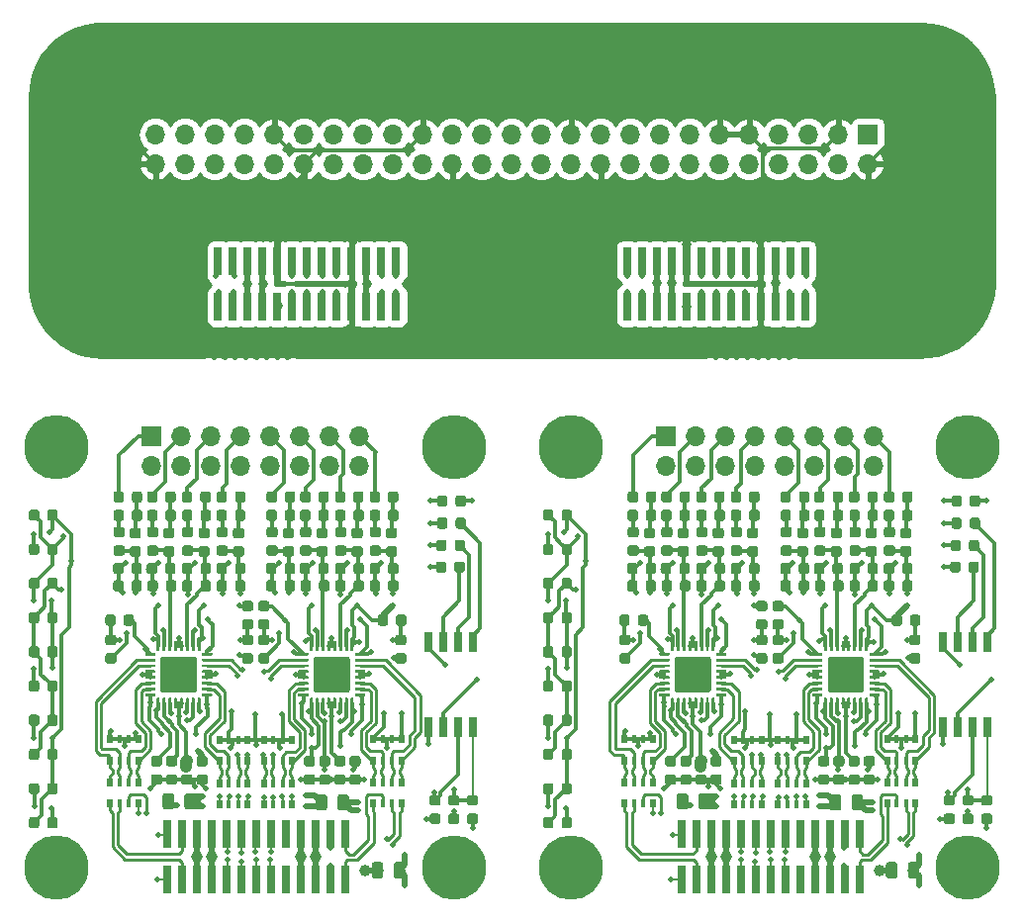
<source format=gbr>
%TF.GenerationSoftware,KiCad,Pcbnew,5.0.2-bee76a0~70~ubuntu18.04.1*%
%TF.CreationDate,2019-02-16T20:38:25+01:00*%
%TF.ProjectId,panel,70616e65-6c2e-46b6-9963-61645f706362,rev?*%
%TF.SameCoordinates,Original*%
%TF.FileFunction,Copper,L1,Top*%
%TF.FilePolarity,Positive*%
%FSLAX46Y46*%
G04 Gerber Fmt 4.6, Leading zero omitted, Abs format (unit mm)*
G04 Created by KiCad (PCBNEW 5.0.2-bee76a0~70~ubuntu18.04.1) date lør 16 feb 2019 20:38:25 CET*
%MOMM*%
%LPD*%
G01*
G04 APERTURE LIST*
%TA.AperFunction,ComponentPad*%
%ADD10R,1.700000X1.700000*%
%TD*%
%TA.AperFunction,ComponentPad*%
%ADD11O,1.700000X1.700000*%
%TD*%
%TA.AperFunction,SMDPad,CuDef*%
%ADD12R,0.740000X2.400000*%
%TD*%
%TA.AperFunction,ComponentPad*%
%ADD13C,5.500000*%
%TD*%
%TA.AperFunction,ComponentPad*%
%ADD14C,0.500000*%
%TD*%
%TA.AperFunction,Conductor*%
%ADD15C,0.100000*%
%TD*%
%TA.AperFunction,SMDPad,CuDef*%
%ADD16C,0.250000*%
%TD*%
%TA.AperFunction,ViaPad*%
%ADD17C,0.500000*%
%TD*%
%TA.AperFunction,SMDPad,CuDef*%
%ADD18C,3.100000*%
%TD*%
%TA.AperFunction,SMDPad,CuDef*%
%ADD19R,0.500000X0.800000*%
%TD*%
%TA.AperFunction,SMDPad,CuDef*%
%ADD20R,0.400000X0.800000*%
%TD*%
%TA.AperFunction,SMDPad,CuDef*%
%ADD21R,0.650000X1.700000*%
%TD*%
%TA.AperFunction,SMDPad,CuDef*%
%ADD22C,0.875000*%
%TD*%
%TA.AperFunction,SMDPad,CuDef*%
%ADD23C,0.975000*%
%TD*%
%TA.AperFunction,ViaPad*%
%ADD24C,0.800000*%
%TD*%
%TA.AperFunction,ViaPad*%
%ADD25C,1.000000*%
%TD*%
%TA.AperFunction,Conductor*%
%ADD26C,0.500000*%
%TD*%
%TA.AperFunction,Conductor*%
%ADD27C,0.300000*%
%TD*%
%TA.AperFunction,Conductor*%
%ADD28C,0.200000*%
%TD*%
%TA.AperFunction,Conductor*%
%ADD29C,1.000000*%
%TD*%
%TA.AperFunction,Conductor*%
%ADD30C,0.252000*%
%TD*%
%TA.AperFunction,Conductor*%
%ADD31C,0.250000*%
%TD*%
%TA.AperFunction,Conductor*%
%ADD32C,0.254000*%
%TD*%
G04 APERTURE END LIST*
D10*
%TO.P,J101,1*%
%TO.N,Detect*%
X93400000Y-29250000D03*
D11*
%TO.P,J101,2*%
%TO.N,GND*%
X93400000Y-31790000D03*
%TO.P,J101,3*%
X90860000Y-29250000D03*
%TO.P,J101,4*%
%TO.N,-2V5*%
X90860000Y-31790000D03*
%TO.P,J101,5*%
%TO.N,Vref_8-15*%
X88320000Y-29250000D03*
%TO.P,J101,6*%
%TO.N,Vref_0-7*%
X88320000Y-31790000D03*
%TO.P,J101,7*%
%TO.N,+2V5*%
X85780000Y-29250000D03*
%TO.P,J101,8*%
%TO.N,+4V*%
X85780000Y-31790000D03*
%TO.P,J101,9*%
%TO.N,GND*%
X83240000Y-29250000D03*
%TO.P,J101,10*%
%TO.N,+4V*%
X83240000Y-31790000D03*
%TO.P,J101,11*%
%TO.N,GND*%
X80700000Y-29250000D03*
%TO.P,J101,12*%
%TO.N,D8-*%
X80700000Y-31790000D03*
%TO.P,J101,13*%
%TO.N,D8+*%
X78160000Y-29250000D03*
%TO.P,J101,14*%
%TO.N,D9-*%
X78160000Y-31790000D03*
%TO.P,J101,15*%
%TO.N,D9+*%
X75620000Y-29250000D03*
%TO.P,J101,16*%
%TO.N,D0-*%
X75620000Y-31790000D03*
%TO.P,J101,17*%
%TO.N,D0+*%
X73080000Y-29250000D03*
%TO.P,J101,18*%
%TO.N,D1-*%
X73080000Y-31790000D03*
%TO.P,J101,19*%
%TO.N,D1+*%
X70540000Y-29250000D03*
%TO.P,J101,20*%
%TO.N,GND*%
X70540000Y-31790000D03*
%TO.P,J101,21*%
X68000000Y-29250000D03*
%TO.P,J101,22*%
%TO.N,D10-*%
X68000000Y-31790000D03*
%TO.P,J101,23*%
%TO.N,D10+*%
X65460000Y-29250000D03*
%TO.P,J101,24*%
%TO.N,D11-*%
X65460000Y-31790000D03*
%TO.P,J101,25*%
%TO.N,D11+*%
X62920000Y-29250000D03*
%TO.P,J101,26*%
%TO.N,D2-*%
X62920000Y-31790000D03*
%TO.P,J101,27*%
%TO.N,D2+*%
X60380000Y-29250000D03*
%TO.P,J101,28*%
%TO.N,D3-*%
X60380000Y-31790000D03*
%TO.P,J101,29*%
%TO.N,D3+*%
X57840000Y-29250000D03*
%TO.P,J101,30*%
%TO.N,GND*%
X57840000Y-31790000D03*
%TO.P,J101,31*%
X55300000Y-29250000D03*
%TO.P,J101,32*%
%TO.N,D12-*%
X55300000Y-31790000D03*
%TO.P,J101,33*%
%TO.N,D12+*%
X52760000Y-29250000D03*
%TO.P,J101,34*%
%TO.N,D13-*%
X52760000Y-31790000D03*
%TO.P,J101,35*%
%TO.N,D13+*%
X50220000Y-29250000D03*
%TO.P,J101,36*%
%TO.N,D4-*%
X50220000Y-31790000D03*
%TO.P,J101,37*%
%TO.N,D4+*%
X47680000Y-29250000D03*
%TO.P,J101,38*%
%TO.N,D5-*%
X47680000Y-31790000D03*
%TO.P,J101,39*%
%TO.N,D5+*%
X45140000Y-29250000D03*
%TO.P,J101,40*%
%TO.N,GND*%
X45140000Y-31790000D03*
%TO.P,J101,41*%
X42600000Y-29250000D03*
%TO.P,J101,42*%
%TO.N,D14-*%
X42600000Y-31790000D03*
%TO.P,J101,43*%
%TO.N,D14+*%
X40060000Y-29250000D03*
%TO.P,J101,44*%
%TO.N,D15-*%
X40060000Y-31790000D03*
%TO.P,J101,45*%
%TO.N,D15+*%
X37520000Y-29250000D03*
%TO.P,J101,46*%
%TO.N,D6-*%
X37520000Y-31790000D03*
%TO.P,J101,47*%
%TO.N,D6+*%
X34980000Y-29250000D03*
%TO.P,J101,48*%
%TO.N,D7-*%
X34980000Y-31790000D03*
%TO.P,J101,49*%
%TO.N,D7+*%
X32440000Y-29250000D03*
%TO.P,J101,50*%
%TO.N,GND*%
X32440000Y-31790000D03*
%TD*%
D12*
%TO.P,J102,1*%
%TO.N,D0-*%
X53045000Y-40075000D03*
%TO.P,J102,2*%
%TO.N,D0+*%
X53045000Y-43975000D03*
%TO.P,J102,3*%
%TO.N,D1-*%
X51775000Y-40075000D03*
%TO.P,J102,4*%
%TO.N,D1+*%
X51775000Y-43975000D03*
%TO.P,J102,5*%
%TO.N,-2V5*%
X50505000Y-40075000D03*
%TO.P,J102,6*%
X50505000Y-43975000D03*
%TO.P,J102,7*%
%TO.N,GND*%
X49235000Y-40075000D03*
%TO.P,J102,8*%
X49235000Y-43975000D03*
%TO.P,J102,9*%
%TO.N,D2-*%
X47965000Y-40075000D03*
%TO.P,J102,10*%
%TO.N,D2+*%
X47965000Y-43975000D03*
%TO.P,J102,11*%
%TO.N,D3-*%
X46695000Y-40075000D03*
%TO.P,J102,12*%
%TO.N,D3+*%
X46695000Y-43975000D03*
%TO.P,J102,13*%
%TO.N,D4-*%
X45425000Y-40075000D03*
%TO.P,J102,14*%
%TO.N,D4+*%
X45425000Y-43975000D03*
%TO.P,J102,15*%
%TO.N,D5-*%
X44155000Y-40075000D03*
%TO.P,J102,16*%
%TO.N,D5+*%
X44155000Y-43975000D03*
%TO.P,J102,17*%
%TO.N,GND*%
X42885000Y-40075000D03*
%TO.P,J102,18*%
%TO.N,Vref_0-7*%
X42885000Y-43975000D03*
%TO.P,J102,19*%
%TO.N,+2V5*%
X41615000Y-40075000D03*
%TO.P,J102,20*%
X41615000Y-43975000D03*
%TO.P,J102,21*%
%TO.N,+4V*%
X40345000Y-40075000D03*
%TO.P,J102,22*%
X40345000Y-43975000D03*
%TO.P,J102,23*%
%TO.N,D6-*%
X39075000Y-40075000D03*
%TO.P,J102,24*%
%TO.N,D6+*%
X39075000Y-43975000D03*
%TO.P,J102,25*%
%TO.N,D7-*%
X37805000Y-40075000D03*
%TO.P,J102,26*%
%TO.N,D7+*%
X37805000Y-43975000D03*
%TD*%
%TO.P,J103,26*%
%TO.N,D15+*%
X72805000Y-43975000D03*
%TO.P,J103,25*%
%TO.N,D15-*%
X72805000Y-40075000D03*
%TO.P,J103,24*%
%TO.N,D14+*%
X74075000Y-43975000D03*
%TO.P,J103,23*%
%TO.N,D14-*%
X74075000Y-40075000D03*
%TO.P,J103,22*%
%TO.N,+4V*%
X75345000Y-43975000D03*
%TO.P,J103,21*%
X75345000Y-40075000D03*
%TO.P,J103,20*%
%TO.N,+2V5*%
X76615000Y-43975000D03*
%TO.P,J103,19*%
X76615000Y-40075000D03*
%TO.P,J103,18*%
%TO.N,Vref_8-15*%
X77885000Y-43975000D03*
%TO.P,J103,17*%
%TO.N,GND*%
X77885000Y-40075000D03*
%TO.P,J103,16*%
%TO.N,D13+*%
X79155000Y-43975000D03*
%TO.P,J103,15*%
%TO.N,D13-*%
X79155000Y-40075000D03*
%TO.P,J103,14*%
%TO.N,D12+*%
X80425000Y-43975000D03*
%TO.P,J103,13*%
%TO.N,D12-*%
X80425000Y-40075000D03*
%TO.P,J103,12*%
%TO.N,D11+*%
X81695000Y-43975000D03*
%TO.P,J103,11*%
%TO.N,D11-*%
X81695000Y-40075000D03*
%TO.P,J103,10*%
%TO.N,D10+*%
X82965000Y-43975000D03*
%TO.P,J103,9*%
%TO.N,D10-*%
X82965000Y-40075000D03*
%TO.P,J103,8*%
%TO.N,GND*%
X84235000Y-43975000D03*
%TO.P,J103,7*%
X84235000Y-40075000D03*
%TO.P,J103,6*%
%TO.N,-2V5*%
X85505000Y-43975000D03*
%TO.P,J103,5*%
X85505000Y-40075000D03*
%TO.P,J103,4*%
%TO.N,D9+*%
X86775000Y-43975000D03*
%TO.P,J103,3*%
%TO.N,D9-*%
X86775000Y-40075000D03*
%TO.P,J103,2*%
%TO.N,D8+*%
X88045000Y-43975000D03*
%TO.P,J103,1*%
%TO.N,D8-*%
X88045000Y-40075000D03*
%TD*%
D13*
%TO.P,J104,1*%
%TO.N,GND*%
X25425000Y-23525000D03*
D14*
X27665000Y-23525000D03*
X26365000Y-25565000D03*
X27505000Y-24375000D03*
X27065000Y-25065000D03*
X25427796Y-21289820D03*
X26277796Y-21449820D03*
X26967796Y-21889820D03*
X27467796Y-22589820D03*
X23189820Y-23522204D03*
X23349820Y-22672204D03*
X23789820Y-21982204D03*
X24489820Y-21482204D03*
X25432204Y-25760180D03*
X24582204Y-25600180D03*
X23892204Y-25160180D03*
X23392204Y-24460180D03*
%TD*%
%TO.P,J105,1*%
%TO.N,GND*%
X23392204Y-45460180D03*
X23892204Y-46160180D03*
X24582204Y-46600180D03*
X25432204Y-46760180D03*
X24489820Y-42482204D03*
X23789820Y-42982204D03*
X23349820Y-43672204D03*
X23189820Y-44522204D03*
X27467796Y-43589820D03*
X26967796Y-42889820D03*
X26277796Y-42449820D03*
X25427796Y-42289820D03*
X27065000Y-46065000D03*
X27505000Y-45375000D03*
X26365000Y-46565000D03*
X27665000Y-44525000D03*
D13*
X25425000Y-44525000D03*
%TD*%
%TO.P,J106,1*%
%TO.N,GND*%
X100425000Y-23525000D03*
D14*
X102665000Y-23525000D03*
X101365000Y-25565000D03*
X102505000Y-24375000D03*
X102065000Y-25065000D03*
X100427796Y-21289820D03*
X101277796Y-21449820D03*
X101967796Y-21889820D03*
X102467796Y-22589820D03*
X98189820Y-23522204D03*
X98349820Y-22672204D03*
X98789820Y-21982204D03*
X99489820Y-21482204D03*
X100432204Y-25760180D03*
X99582204Y-25600180D03*
X98892204Y-25160180D03*
X98392204Y-24460180D03*
%TD*%
%TO.P,J107,1*%
%TO.N,GND*%
X98392204Y-45460180D03*
X98892204Y-46160180D03*
X99582204Y-46600180D03*
X100432204Y-46760180D03*
X99489820Y-42482204D03*
X98789820Y-42982204D03*
X98349820Y-43672204D03*
X98189820Y-44522204D03*
X102467796Y-43589820D03*
X101967796Y-42889820D03*
X101277796Y-42449820D03*
X100427796Y-42289820D03*
X102065000Y-46065000D03*
X102505000Y-45375000D03*
X101365000Y-46565000D03*
X102665000Y-44525000D03*
D13*
X100425000Y-44525000D03*
%TD*%
D15*
%TO.N,+4V*%
%TO.C,IC401*%
G36*
X80243626Y-77475301D02*
X80249693Y-77476201D01*
X80255643Y-77477691D01*
X80261418Y-77479758D01*
X80266962Y-77482380D01*
X80272223Y-77485533D01*
X80277150Y-77489187D01*
X80281694Y-77493306D01*
X80285813Y-77497850D01*
X80289467Y-77502777D01*
X80292620Y-77508038D01*
X80295242Y-77513582D01*
X80297309Y-77519357D01*
X80298799Y-77525307D01*
X80299699Y-77531374D01*
X80300000Y-77537500D01*
X80300000Y-78287500D01*
X80299699Y-78293626D01*
X80298799Y-78299693D01*
X80297309Y-78305643D01*
X80295242Y-78311418D01*
X80292620Y-78316962D01*
X80289467Y-78322223D01*
X80285813Y-78327150D01*
X80281694Y-78331694D01*
X80277150Y-78335813D01*
X80272223Y-78339467D01*
X80266962Y-78342620D01*
X80261418Y-78345242D01*
X80255643Y-78347309D01*
X80249693Y-78348799D01*
X80243626Y-78349699D01*
X80237500Y-78350000D01*
X80112500Y-78350000D01*
X80106374Y-78349699D01*
X80100307Y-78348799D01*
X80094357Y-78347309D01*
X80088582Y-78345242D01*
X80083038Y-78342620D01*
X80077777Y-78339467D01*
X80072850Y-78335813D01*
X80068306Y-78331694D01*
X80064187Y-78327150D01*
X80060533Y-78322223D01*
X80057380Y-78316962D01*
X80054758Y-78311418D01*
X80052691Y-78305643D01*
X80051201Y-78299693D01*
X80050301Y-78293626D01*
X80050000Y-78287500D01*
X80050000Y-77537500D01*
X80050301Y-77531374D01*
X80051201Y-77525307D01*
X80052691Y-77519357D01*
X80054758Y-77513582D01*
X80057380Y-77508038D01*
X80060533Y-77502777D01*
X80064187Y-77497850D01*
X80068306Y-77493306D01*
X80072850Y-77489187D01*
X80077777Y-77485533D01*
X80083038Y-77482380D01*
X80088582Y-77479758D01*
X80094357Y-77477691D01*
X80100307Y-77476201D01*
X80106374Y-77475301D01*
X80112500Y-77475000D01*
X80237500Y-77475000D01*
X80243626Y-77475301D01*
X80243626Y-77475301D01*
G37*
D16*
%TD*%
%TO.P,IC401,32*%
%TO.N,+4V*%
X80175000Y-77912500D03*
D15*
%TO.N,Vref*%
%TO.C,IC401*%
G36*
X79743626Y-77475301D02*
X79749693Y-77476201D01*
X79755643Y-77477691D01*
X79761418Y-77479758D01*
X79766962Y-77482380D01*
X79772223Y-77485533D01*
X79777150Y-77489187D01*
X79781694Y-77493306D01*
X79785813Y-77497850D01*
X79789467Y-77502777D01*
X79792620Y-77508038D01*
X79795242Y-77513582D01*
X79797309Y-77519357D01*
X79798799Y-77525307D01*
X79799699Y-77531374D01*
X79800000Y-77537500D01*
X79800000Y-78287500D01*
X79799699Y-78293626D01*
X79798799Y-78299693D01*
X79797309Y-78305643D01*
X79795242Y-78311418D01*
X79792620Y-78316962D01*
X79789467Y-78322223D01*
X79785813Y-78327150D01*
X79781694Y-78331694D01*
X79777150Y-78335813D01*
X79772223Y-78339467D01*
X79766962Y-78342620D01*
X79761418Y-78345242D01*
X79755643Y-78347309D01*
X79749693Y-78348799D01*
X79743626Y-78349699D01*
X79737500Y-78350000D01*
X79612500Y-78350000D01*
X79606374Y-78349699D01*
X79600307Y-78348799D01*
X79594357Y-78347309D01*
X79588582Y-78345242D01*
X79583038Y-78342620D01*
X79577777Y-78339467D01*
X79572850Y-78335813D01*
X79568306Y-78331694D01*
X79564187Y-78327150D01*
X79560533Y-78322223D01*
X79557380Y-78316962D01*
X79554758Y-78311418D01*
X79552691Y-78305643D01*
X79551201Y-78299693D01*
X79550301Y-78293626D01*
X79550000Y-78287500D01*
X79550000Y-77537500D01*
X79550301Y-77531374D01*
X79551201Y-77525307D01*
X79552691Y-77519357D01*
X79554758Y-77513582D01*
X79557380Y-77508038D01*
X79560533Y-77502777D01*
X79564187Y-77497850D01*
X79568306Y-77493306D01*
X79572850Y-77489187D01*
X79577777Y-77485533D01*
X79583038Y-77482380D01*
X79588582Y-77479758D01*
X79594357Y-77477691D01*
X79600307Y-77476201D01*
X79606374Y-77475301D01*
X79612500Y-77475000D01*
X79737500Y-77475000D01*
X79743626Y-77475301D01*
X79743626Y-77475301D01*
G37*
D16*
%TD*%
%TO.P,IC401,31*%
%TO.N,Vref*%
X79675000Y-77912500D03*
D15*
%TO.N,Net-(C414-Pad1)*%
%TO.C,IC401*%
G36*
X79243626Y-77475301D02*
X79249693Y-77476201D01*
X79255643Y-77477691D01*
X79261418Y-77479758D01*
X79266962Y-77482380D01*
X79272223Y-77485533D01*
X79277150Y-77489187D01*
X79281694Y-77493306D01*
X79285813Y-77497850D01*
X79289467Y-77502777D01*
X79292620Y-77508038D01*
X79295242Y-77513582D01*
X79297309Y-77519357D01*
X79298799Y-77525307D01*
X79299699Y-77531374D01*
X79300000Y-77537500D01*
X79300000Y-78287500D01*
X79299699Y-78293626D01*
X79298799Y-78299693D01*
X79297309Y-78305643D01*
X79295242Y-78311418D01*
X79292620Y-78316962D01*
X79289467Y-78322223D01*
X79285813Y-78327150D01*
X79281694Y-78331694D01*
X79277150Y-78335813D01*
X79272223Y-78339467D01*
X79266962Y-78342620D01*
X79261418Y-78345242D01*
X79255643Y-78347309D01*
X79249693Y-78348799D01*
X79243626Y-78349699D01*
X79237500Y-78350000D01*
X79112500Y-78350000D01*
X79106374Y-78349699D01*
X79100307Y-78348799D01*
X79094357Y-78347309D01*
X79088582Y-78345242D01*
X79083038Y-78342620D01*
X79077777Y-78339467D01*
X79072850Y-78335813D01*
X79068306Y-78331694D01*
X79064187Y-78327150D01*
X79060533Y-78322223D01*
X79057380Y-78316962D01*
X79054758Y-78311418D01*
X79052691Y-78305643D01*
X79051201Y-78299693D01*
X79050301Y-78293626D01*
X79050000Y-78287500D01*
X79050000Y-77537500D01*
X79050301Y-77531374D01*
X79051201Y-77525307D01*
X79052691Y-77519357D01*
X79054758Y-77513582D01*
X79057380Y-77508038D01*
X79060533Y-77502777D01*
X79064187Y-77497850D01*
X79068306Y-77493306D01*
X79072850Y-77489187D01*
X79077777Y-77485533D01*
X79083038Y-77482380D01*
X79088582Y-77479758D01*
X79094357Y-77477691D01*
X79100307Y-77476201D01*
X79106374Y-77475301D01*
X79112500Y-77475000D01*
X79237500Y-77475000D01*
X79243626Y-77475301D01*
X79243626Y-77475301D01*
G37*
D16*
%TD*%
%TO.P,IC401,30*%
%TO.N,Net-(C414-Pad1)*%
X79175000Y-77912500D03*
D15*
%TO.N,-2V5*%
%TO.C,IC401*%
G36*
X78743626Y-77475301D02*
X78749693Y-77476201D01*
X78755643Y-77477691D01*
X78761418Y-77479758D01*
X78766962Y-77482380D01*
X78772223Y-77485533D01*
X78777150Y-77489187D01*
X78781694Y-77493306D01*
X78785813Y-77497850D01*
X78789467Y-77502777D01*
X78792620Y-77508038D01*
X78795242Y-77513582D01*
X78797309Y-77519357D01*
X78798799Y-77525307D01*
X78799699Y-77531374D01*
X78800000Y-77537500D01*
X78800000Y-78287500D01*
X78799699Y-78293626D01*
X78798799Y-78299693D01*
X78797309Y-78305643D01*
X78795242Y-78311418D01*
X78792620Y-78316962D01*
X78789467Y-78322223D01*
X78785813Y-78327150D01*
X78781694Y-78331694D01*
X78777150Y-78335813D01*
X78772223Y-78339467D01*
X78766962Y-78342620D01*
X78761418Y-78345242D01*
X78755643Y-78347309D01*
X78749693Y-78348799D01*
X78743626Y-78349699D01*
X78737500Y-78350000D01*
X78612500Y-78350000D01*
X78606374Y-78349699D01*
X78600307Y-78348799D01*
X78594357Y-78347309D01*
X78588582Y-78345242D01*
X78583038Y-78342620D01*
X78577777Y-78339467D01*
X78572850Y-78335813D01*
X78568306Y-78331694D01*
X78564187Y-78327150D01*
X78560533Y-78322223D01*
X78557380Y-78316962D01*
X78554758Y-78311418D01*
X78552691Y-78305643D01*
X78551201Y-78299693D01*
X78550301Y-78293626D01*
X78550000Y-78287500D01*
X78550000Y-77537500D01*
X78550301Y-77531374D01*
X78551201Y-77525307D01*
X78552691Y-77519357D01*
X78554758Y-77513582D01*
X78557380Y-77508038D01*
X78560533Y-77502777D01*
X78564187Y-77497850D01*
X78568306Y-77493306D01*
X78572850Y-77489187D01*
X78577777Y-77485533D01*
X78583038Y-77482380D01*
X78588582Y-77479758D01*
X78594357Y-77477691D01*
X78600307Y-77476201D01*
X78606374Y-77475301D01*
X78612500Y-77475000D01*
X78737500Y-77475000D01*
X78743626Y-77475301D01*
X78743626Y-77475301D01*
G37*
D16*
%TD*%
%TO.P,IC401,29*%
%TO.N,-2V5*%
X78675000Y-77912500D03*
D15*
%TO.N,-2V5*%
%TO.C,IC401*%
G36*
X78243626Y-77475301D02*
X78249693Y-77476201D01*
X78255643Y-77477691D01*
X78261418Y-77479758D01*
X78266962Y-77482380D01*
X78272223Y-77485533D01*
X78277150Y-77489187D01*
X78281694Y-77493306D01*
X78285813Y-77497850D01*
X78289467Y-77502777D01*
X78292620Y-77508038D01*
X78295242Y-77513582D01*
X78297309Y-77519357D01*
X78298799Y-77525307D01*
X78299699Y-77531374D01*
X78300000Y-77537500D01*
X78300000Y-78287500D01*
X78299699Y-78293626D01*
X78298799Y-78299693D01*
X78297309Y-78305643D01*
X78295242Y-78311418D01*
X78292620Y-78316962D01*
X78289467Y-78322223D01*
X78285813Y-78327150D01*
X78281694Y-78331694D01*
X78277150Y-78335813D01*
X78272223Y-78339467D01*
X78266962Y-78342620D01*
X78261418Y-78345242D01*
X78255643Y-78347309D01*
X78249693Y-78348799D01*
X78243626Y-78349699D01*
X78237500Y-78350000D01*
X78112500Y-78350000D01*
X78106374Y-78349699D01*
X78100307Y-78348799D01*
X78094357Y-78347309D01*
X78088582Y-78345242D01*
X78083038Y-78342620D01*
X78077777Y-78339467D01*
X78072850Y-78335813D01*
X78068306Y-78331694D01*
X78064187Y-78327150D01*
X78060533Y-78322223D01*
X78057380Y-78316962D01*
X78054758Y-78311418D01*
X78052691Y-78305643D01*
X78051201Y-78299693D01*
X78050301Y-78293626D01*
X78050000Y-78287500D01*
X78050000Y-77537500D01*
X78050301Y-77531374D01*
X78051201Y-77525307D01*
X78052691Y-77519357D01*
X78054758Y-77513582D01*
X78057380Y-77508038D01*
X78060533Y-77502777D01*
X78064187Y-77497850D01*
X78068306Y-77493306D01*
X78072850Y-77489187D01*
X78077777Y-77485533D01*
X78083038Y-77482380D01*
X78088582Y-77479758D01*
X78094357Y-77477691D01*
X78100307Y-77476201D01*
X78106374Y-77475301D01*
X78112500Y-77475000D01*
X78237500Y-77475000D01*
X78243626Y-77475301D01*
X78243626Y-77475301D01*
G37*
D16*
%TD*%
%TO.P,IC401,28*%
%TO.N,-2V5*%
X78175000Y-77912500D03*
D15*
%TO.N,Net-(C401-Pad1)*%
%TO.C,IC401*%
G36*
X77743626Y-77475301D02*
X77749693Y-77476201D01*
X77755643Y-77477691D01*
X77761418Y-77479758D01*
X77766962Y-77482380D01*
X77772223Y-77485533D01*
X77777150Y-77489187D01*
X77781694Y-77493306D01*
X77785813Y-77497850D01*
X77789467Y-77502777D01*
X77792620Y-77508038D01*
X77795242Y-77513582D01*
X77797309Y-77519357D01*
X77798799Y-77525307D01*
X77799699Y-77531374D01*
X77800000Y-77537500D01*
X77800000Y-78287500D01*
X77799699Y-78293626D01*
X77798799Y-78299693D01*
X77797309Y-78305643D01*
X77795242Y-78311418D01*
X77792620Y-78316962D01*
X77789467Y-78322223D01*
X77785813Y-78327150D01*
X77781694Y-78331694D01*
X77777150Y-78335813D01*
X77772223Y-78339467D01*
X77766962Y-78342620D01*
X77761418Y-78345242D01*
X77755643Y-78347309D01*
X77749693Y-78348799D01*
X77743626Y-78349699D01*
X77737500Y-78350000D01*
X77612500Y-78350000D01*
X77606374Y-78349699D01*
X77600307Y-78348799D01*
X77594357Y-78347309D01*
X77588582Y-78345242D01*
X77583038Y-78342620D01*
X77577777Y-78339467D01*
X77572850Y-78335813D01*
X77568306Y-78331694D01*
X77564187Y-78327150D01*
X77560533Y-78322223D01*
X77557380Y-78316962D01*
X77554758Y-78311418D01*
X77552691Y-78305643D01*
X77551201Y-78299693D01*
X77550301Y-78293626D01*
X77550000Y-78287500D01*
X77550000Y-77537500D01*
X77550301Y-77531374D01*
X77551201Y-77525307D01*
X77552691Y-77519357D01*
X77554758Y-77513582D01*
X77557380Y-77508038D01*
X77560533Y-77502777D01*
X77564187Y-77497850D01*
X77568306Y-77493306D01*
X77572850Y-77489187D01*
X77577777Y-77485533D01*
X77583038Y-77482380D01*
X77588582Y-77479758D01*
X77594357Y-77477691D01*
X77600307Y-77476201D01*
X77606374Y-77475301D01*
X77612500Y-77475000D01*
X77737500Y-77475000D01*
X77743626Y-77475301D01*
X77743626Y-77475301D01*
G37*
D16*
%TD*%
%TO.P,IC401,27*%
%TO.N,Net-(C401-Pad1)*%
X77675000Y-77912500D03*
D15*
%TO.N,Vref*%
%TO.C,IC401*%
G36*
X77243626Y-77475301D02*
X77249693Y-77476201D01*
X77255643Y-77477691D01*
X77261418Y-77479758D01*
X77266962Y-77482380D01*
X77272223Y-77485533D01*
X77277150Y-77489187D01*
X77281694Y-77493306D01*
X77285813Y-77497850D01*
X77289467Y-77502777D01*
X77292620Y-77508038D01*
X77295242Y-77513582D01*
X77297309Y-77519357D01*
X77298799Y-77525307D01*
X77299699Y-77531374D01*
X77300000Y-77537500D01*
X77300000Y-78287500D01*
X77299699Y-78293626D01*
X77298799Y-78299693D01*
X77297309Y-78305643D01*
X77295242Y-78311418D01*
X77292620Y-78316962D01*
X77289467Y-78322223D01*
X77285813Y-78327150D01*
X77281694Y-78331694D01*
X77277150Y-78335813D01*
X77272223Y-78339467D01*
X77266962Y-78342620D01*
X77261418Y-78345242D01*
X77255643Y-78347309D01*
X77249693Y-78348799D01*
X77243626Y-78349699D01*
X77237500Y-78350000D01*
X77112500Y-78350000D01*
X77106374Y-78349699D01*
X77100307Y-78348799D01*
X77094357Y-78347309D01*
X77088582Y-78345242D01*
X77083038Y-78342620D01*
X77077777Y-78339467D01*
X77072850Y-78335813D01*
X77068306Y-78331694D01*
X77064187Y-78327150D01*
X77060533Y-78322223D01*
X77057380Y-78316962D01*
X77054758Y-78311418D01*
X77052691Y-78305643D01*
X77051201Y-78299693D01*
X77050301Y-78293626D01*
X77050000Y-78287500D01*
X77050000Y-77537500D01*
X77050301Y-77531374D01*
X77051201Y-77525307D01*
X77052691Y-77519357D01*
X77054758Y-77513582D01*
X77057380Y-77508038D01*
X77060533Y-77502777D01*
X77064187Y-77497850D01*
X77068306Y-77493306D01*
X77072850Y-77489187D01*
X77077777Y-77485533D01*
X77083038Y-77482380D01*
X77088582Y-77479758D01*
X77094357Y-77477691D01*
X77100307Y-77476201D01*
X77106374Y-77475301D01*
X77112500Y-77475000D01*
X77237500Y-77475000D01*
X77243626Y-77475301D01*
X77243626Y-77475301D01*
G37*
D16*
%TD*%
%TO.P,IC401,26*%
%TO.N,Vref*%
X77175000Y-77912500D03*
D15*
%TO.N,+4V*%
%TO.C,IC401*%
G36*
X76743626Y-77475301D02*
X76749693Y-77476201D01*
X76755643Y-77477691D01*
X76761418Y-77479758D01*
X76766962Y-77482380D01*
X76772223Y-77485533D01*
X76777150Y-77489187D01*
X76781694Y-77493306D01*
X76785813Y-77497850D01*
X76789467Y-77502777D01*
X76792620Y-77508038D01*
X76795242Y-77513582D01*
X76797309Y-77519357D01*
X76798799Y-77525307D01*
X76799699Y-77531374D01*
X76800000Y-77537500D01*
X76800000Y-78287500D01*
X76799699Y-78293626D01*
X76798799Y-78299693D01*
X76797309Y-78305643D01*
X76795242Y-78311418D01*
X76792620Y-78316962D01*
X76789467Y-78322223D01*
X76785813Y-78327150D01*
X76781694Y-78331694D01*
X76777150Y-78335813D01*
X76772223Y-78339467D01*
X76766962Y-78342620D01*
X76761418Y-78345242D01*
X76755643Y-78347309D01*
X76749693Y-78348799D01*
X76743626Y-78349699D01*
X76737500Y-78350000D01*
X76612500Y-78350000D01*
X76606374Y-78349699D01*
X76600307Y-78348799D01*
X76594357Y-78347309D01*
X76588582Y-78345242D01*
X76583038Y-78342620D01*
X76577777Y-78339467D01*
X76572850Y-78335813D01*
X76568306Y-78331694D01*
X76564187Y-78327150D01*
X76560533Y-78322223D01*
X76557380Y-78316962D01*
X76554758Y-78311418D01*
X76552691Y-78305643D01*
X76551201Y-78299693D01*
X76550301Y-78293626D01*
X76550000Y-78287500D01*
X76550000Y-77537500D01*
X76550301Y-77531374D01*
X76551201Y-77525307D01*
X76552691Y-77519357D01*
X76554758Y-77513582D01*
X76557380Y-77508038D01*
X76560533Y-77502777D01*
X76564187Y-77497850D01*
X76568306Y-77493306D01*
X76572850Y-77489187D01*
X76577777Y-77485533D01*
X76583038Y-77482380D01*
X76588582Y-77479758D01*
X76594357Y-77477691D01*
X76600307Y-77476201D01*
X76606374Y-77475301D01*
X76612500Y-77475000D01*
X76737500Y-77475000D01*
X76743626Y-77475301D01*
X76743626Y-77475301D01*
G37*
D16*
%TD*%
%TO.P,IC401,25*%
%TO.N,+4V*%
X76675000Y-77912500D03*
D15*
%TO.N,+2V5*%
%TO.C,IC401*%
G36*
X76368626Y-77100301D02*
X76374693Y-77101201D01*
X76380643Y-77102691D01*
X76386418Y-77104758D01*
X76391962Y-77107380D01*
X76397223Y-77110533D01*
X76402150Y-77114187D01*
X76406694Y-77118306D01*
X76410813Y-77122850D01*
X76414467Y-77127777D01*
X76417620Y-77133038D01*
X76420242Y-77138582D01*
X76422309Y-77144357D01*
X76423799Y-77150307D01*
X76424699Y-77156374D01*
X76425000Y-77162500D01*
X76425000Y-77287500D01*
X76424699Y-77293626D01*
X76423799Y-77299693D01*
X76422309Y-77305643D01*
X76420242Y-77311418D01*
X76417620Y-77316962D01*
X76414467Y-77322223D01*
X76410813Y-77327150D01*
X76406694Y-77331694D01*
X76402150Y-77335813D01*
X76397223Y-77339467D01*
X76391962Y-77342620D01*
X76386418Y-77345242D01*
X76380643Y-77347309D01*
X76374693Y-77348799D01*
X76368626Y-77349699D01*
X76362500Y-77350000D01*
X75612500Y-77350000D01*
X75606374Y-77349699D01*
X75600307Y-77348799D01*
X75594357Y-77347309D01*
X75588582Y-77345242D01*
X75583038Y-77342620D01*
X75577777Y-77339467D01*
X75572850Y-77335813D01*
X75568306Y-77331694D01*
X75564187Y-77327150D01*
X75560533Y-77322223D01*
X75557380Y-77316962D01*
X75554758Y-77311418D01*
X75552691Y-77305643D01*
X75551201Y-77299693D01*
X75550301Y-77293626D01*
X75550000Y-77287500D01*
X75550000Y-77162500D01*
X75550301Y-77156374D01*
X75551201Y-77150307D01*
X75552691Y-77144357D01*
X75554758Y-77138582D01*
X75557380Y-77133038D01*
X75560533Y-77127777D01*
X75564187Y-77122850D01*
X75568306Y-77118306D01*
X75572850Y-77114187D01*
X75577777Y-77110533D01*
X75583038Y-77107380D01*
X75588582Y-77104758D01*
X75594357Y-77102691D01*
X75600307Y-77101201D01*
X75606374Y-77100301D01*
X75612500Y-77100000D01*
X76362500Y-77100000D01*
X76368626Y-77100301D01*
X76368626Y-77100301D01*
G37*
D16*
%TD*%
%TO.P,IC401,24*%
%TO.N,+2V5*%
X75987500Y-77225000D03*
D15*
%TO.N,/Ch 0-3/A-*%
%TO.C,IC401*%
G36*
X76368626Y-76600301D02*
X76374693Y-76601201D01*
X76380643Y-76602691D01*
X76386418Y-76604758D01*
X76391962Y-76607380D01*
X76397223Y-76610533D01*
X76402150Y-76614187D01*
X76406694Y-76618306D01*
X76410813Y-76622850D01*
X76414467Y-76627777D01*
X76417620Y-76633038D01*
X76420242Y-76638582D01*
X76422309Y-76644357D01*
X76423799Y-76650307D01*
X76424699Y-76656374D01*
X76425000Y-76662500D01*
X76425000Y-76787500D01*
X76424699Y-76793626D01*
X76423799Y-76799693D01*
X76422309Y-76805643D01*
X76420242Y-76811418D01*
X76417620Y-76816962D01*
X76414467Y-76822223D01*
X76410813Y-76827150D01*
X76406694Y-76831694D01*
X76402150Y-76835813D01*
X76397223Y-76839467D01*
X76391962Y-76842620D01*
X76386418Y-76845242D01*
X76380643Y-76847309D01*
X76374693Y-76848799D01*
X76368626Y-76849699D01*
X76362500Y-76850000D01*
X75612500Y-76850000D01*
X75606374Y-76849699D01*
X75600307Y-76848799D01*
X75594357Y-76847309D01*
X75588582Y-76845242D01*
X75583038Y-76842620D01*
X75577777Y-76839467D01*
X75572850Y-76835813D01*
X75568306Y-76831694D01*
X75564187Y-76827150D01*
X75560533Y-76822223D01*
X75557380Y-76816962D01*
X75554758Y-76811418D01*
X75552691Y-76805643D01*
X75551201Y-76799693D01*
X75550301Y-76793626D01*
X75550000Y-76787500D01*
X75550000Y-76662500D01*
X75550301Y-76656374D01*
X75551201Y-76650307D01*
X75552691Y-76644357D01*
X75554758Y-76638582D01*
X75557380Y-76633038D01*
X75560533Y-76627777D01*
X75564187Y-76622850D01*
X75568306Y-76618306D01*
X75572850Y-76614187D01*
X75577777Y-76610533D01*
X75583038Y-76607380D01*
X75588582Y-76604758D01*
X75594357Y-76602691D01*
X75600307Y-76601201D01*
X75606374Y-76600301D01*
X75612500Y-76600000D01*
X76362500Y-76600000D01*
X76368626Y-76600301D01*
X76368626Y-76600301D01*
G37*
D16*
%TD*%
%TO.P,IC401,23*%
%TO.N,/Ch 0-3/A-*%
X75987500Y-76725000D03*
D15*
%TO.N,/Ch 0-3/A+*%
%TO.C,IC401*%
G36*
X76368626Y-76100301D02*
X76374693Y-76101201D01*
X76380643Y-76102691D01*
X76386418Y-76104758D01*
X76391962Y-76107380D01*
X76397223Y-76110533D01*
X76402150Y-76114187D01*
X76406694Y-76118306D01*
X76410813Y-76122850D01*
X76414467Y-76127777D01*
X76417620Y-76133038D01*
X76420242Y-76138582D01*
X76422309Y-76144357D01*
X76423799Y-76150307D01*
X76424699Y-76156374D01*
X76425000Y-76162500D01*
X76425000Y-76287500D01*
X76424699Y-76293626D01*
X76423799Y-76299693D01*
X76422309Y-76305643D01*
X76420242Y-76311418D01*
X76417620Y-76316962D01*
X76414467Y-76322223D01*
X76410813Y-76327150D01*
X76406694Y-76331694D01*
X76402150Y-76335813D01*
X76397223Y-76339467D01*
X76391962Y-76342620D01*
X76386418Y-76345242D01*
X76380643Y-76347309D01*
X76374693Y-76348799D01*
X76368626Y-76349699D01*
X76362500Y-76350000D01*
X75612500Y-76350000D01*
X75606374Y-76349699D01*
X75600307Y-76348799D01*
X75594357Y-76347309D01*
X75588582Y-76345242D01*
X75583038Y-76342620D01*
X75577777Y-76339467D01*
X75572850Y-76335813D01*
X75568306Y-76331694D01*
X75564187Y-76327150D01*
X75560533Y-76322223D01*
X75557380Y-76316962D01*
X75554758Y-76311418D01*
X75552691Y-76305643D01*
X75551201Y-76299693D01*
X75550301Y-76293626D01*
X75550000Y-76287500D01*
X75550000Y-76162500D01*
X75550301Y-76156374D01*
X75551201Y-76150307D01*
X75552691Y-76144357D01*
X75554758Y-76138582D01*
X75557380Y-76133038D01*
X75560533Y-76127777D01*
X75564187Y-76122850D01*
X75568306Y-76118306D01*
X75572850Y-76114187D01*
X75577777Y-76110533D01*
X75583038Y-76107380D01*
X75588582Y-76104758D01*
X75594357Y-76102691D01*
X75600307Y-76101201D01*
X75606374Y-76100301D01*
X75612500Y-76100000D01*
X76362500Y-76100000D01*
X76368626Y-76100301D01*
X76368626Y-76100301D01*
G37*
D16*
%TD*%
%TO.P,IC401,22*%
%TO.N,/Ch 0-3/A+*%
X75987500Y-76225000D03*
D15*
%TO.N,-2V5*%
%TO.C,IC401*%
G36*
X76368626Y-75600301D02*
X76374693Y-75601201D01*
X76380643Y-75602691D01*
X76386418Y-75604758D01*
X76391962Y-75607380D01*
X76397223Y-75610533D01*
X76402150Y-75614187D01*
X76406694Y-75618306D01*
X76410813Y-75622850D01*
X76414467Y-75627777D01*
X76417620Y-75633038D01*
X76420242Y-75638582D01*
X76422309Y-75644357D01*
X76423799Y-75650307D01*
X76424699Y-75656374D01*
X76425000Y-75662500D01*
X76425000Y-75787500D01*
X76424699Y-75793626D01*
X76423799Y-75799693D01*
X76422309Y-75805643D01*
X76420242Y-75811418D01*
X76417620Y-75816962D01*
X76414467Y-75822223D01*
X76410813Y-75827150D01*
X76406694Y-75831694D01*
X76402150Y-75835813D01*
X76397223Y-75839467D01*
X76391962Y-75842620D01*
X76386418Y-75845242D01*
X76380643Y-75847309D01*
X76374693Y-75848799D01*
X76368626Y-75849699D01*
X76362500Y-75850000D01*
X75612500Y-75850000D01*
X75606374Y-75849699D01*
X75600307Y-75848799D01*
X75594357Y-75847309D01*
X75588582Y-75845242D01*
X75583038Y-75842620D01*
X75577777Y-75839467D01*
X75572850Y-75835813D01*
X75568306Y-75831694D01*
X75564187Y-75827150D01*
X75560533Y-75822223D01*
X75557380Y-75816962D01*
X75554758Y-75811418D01*
X75552691Y-75805643D01*
X75551201Y-75799693D01*
X75550301Y-75793626D01*
X75550000Y-75787500D01*
X75550000Y-75662500D01*
X75550301Y-75656374D01*
X75551201Y-75650307D01*
X75552691Y-75644357D01*
X75554758Y-75638582D01*
X75557380Y-75633038D01*
X75560533Y-75627777D01*
X75564187Y-75622850D01*
X75568306Y-75618306D01*
X75572850Y-75614187D01*
X75577777Y-75610533D01*
X75583038Y-75607380D01*
X75588582Y-75604758D01*
X75594357Y-75602691D01*
X75600307Y-75601201D01*
X75606374Y-75600301D01*
X75612500Y-75600000D01*
X76362500Y-75600000D01*
X76368626Y-75600301D01*
X76368626Y-75600301D01*
G37*
D16*
%TD*%
%TO.P,IC401,21*%
%TO.N,-2V5*%
X75987500Y-75725000D03*
D15*
%TO.N,-2V5*%
%TO.C,IC401*%
G36*
X76368626Y-75100301D02*
X76374693Y-75101201D01*
X76380643Y-75102691D01*
X76386418Y-75104758D01*
X76391962Y-75107380D01*
X76397223Y-75110533D01*
X76402150Y-75114187D01*
X76406694Y-75118306D01*
X76410813Y-75122850D01*
X76414467Y-75127777D01*
X76417620Y-75133038D01*
X76420242Y-75138582D01*
X76422309Y-75144357D01*
X76423799Y-75150307D01*
X76424699Y-75156374D01*
X76425000Y-75162500D01*
X76425000Y-75287500D01*
X76424699Y-75293626D01*
X76423799Y-75299693D01*
X76422309Y-75305643D01*
X76420242Y-75311418D01*
X76417620Y-75316962D01*
X76414467Y-75322223D01*
X76410813Y-75327150D01*
X76406694Y-75331694D01*
X76402150Y-75335813D01*
X76397223Y-75339467D01*
X76391962Y-75342620D01*
X76386418Y-75345242D01*
X76380643Y-75347309D01*
X76374693Y-75348799D01*
X76368626Y-75349699D01*
X76362500Y-75350000D01*
X75612500Y-75350000D01*
X75606374Y-75349699D01*
X75600307Y-75348799D01*
X75594357Y-75347309D01*
X75588582Y-75345242D01*
X75583038Y-75342620D01*
X75577777Y-75339467D01*
X75572850Y-75335813D01*
X75568306Y-75331694D01*
X75564187Y-75327150D01*
X75560533Y-75322223D01*
X75557380Y-75316962D01*
X75554758Y-75311418D01*
X75552691Y-75305643D01*
X75551201Y-75299693D01*
X75550301Y-75293626D01*
X75550000Y-75287500D01*
X75550000Y-75162500D01*
X75550301Y-75156374D01*
X75551201Y-75150307D01*
X75552691Y-75144357D01*
X75554758Y-75138582D01*
X75557380Y-75133038D01*
X75560533Y-75127777D01*
X75564187Y-75122850D01*
X75568306Y-75118306D01*
X75572850Y-75114187D01*
X75577777Y-75110533D01*
X75583038Y-75107380D01*
X75588582Y-75104758D01*
X75594357Y-75102691D01*
X75600307Y-75101201D01*
X75606374Y-75100301D01*
X75612500Y-75100000D01*
X76362500Y-75100000D01*
X76368626Y-75100301D01*
X76368626Y-75100301D01*
G37*
D16*
%TD*%
%TO.P,IC401,20*%
%TO.N,-2V5*%
X75987500Y-75225000D03*
D15*
%TO.N,/Ch 0-3/B+*%
%TO.C,IC401*%
G36*
X76368626Y-74600301D02*
X76374693Y-74601201D01*
X76380643Y-74602691D01*
X76386418Y-74604758D01*
X76391962Y-74607380D01*
X76397223Y-74610533D01*
X76402150Y-74614187D01*
X76406694Y-74618306D01*
X76410813Y-74622850D01*
X76414467Y-74627777D01*
X76417620Y-74633038D01*
X76420242Y-74638582D01*
X76422309Y-74644357D01*
X76423799Y-74650307D01*
X76424699Y-74656374D01*
X76425000Y-74662500D01*
X76425000Y-74787500D01*
X76424699Y-74793626D01*
X76423799Y-74799693D01*
X76422309Y-74805643D01*
X76420242Y-74811418D01*
X76417620Y-74816962D01*
X76414467Y-74822223D01*
X76410813Y-74827150D01*
X76406694Y-74831694D01*
X76402150Y-74835813D01*
X76397223Y-74839467D01*
X76391962Y-74842620D01*
X76386418Y-74845242D01*
X76380643Y-74847309D01*
X76374693Y-74848799D01*
X76368626Y-74849699D01*
X76362500Y-74850000D01*
X75612500Y-74850000D01*
X75606374Y-74849699D01*
X75600307Y-74848799D01*
X75594357Y-74847309D01*
X75588582Y-74845242D01*
X75583038Y-74842620D01*
X75577777Y-74839467D01*
X75572850Y-74835813D01*
X75568306Y-74831694D01*
X75564187Y-74827150D01*
X75560533Y-74822223D01*
X75557380Y-74816962D01*
X75554758Y-74811418D01*
X75552691Y-74805643D01*
X75551201Y-74799693D01*
X75550301Y-74793626D01*
X75550000Y-74787500D01*
X75550000Y-74662500D01*
X75550301Y-74656374D01*
X75551201Y-74650307D01*
X75552691Y-74644357D01*
X75554758Y-74638582D01*
X75557380Y-74633038D01*
X75560533Y-74627777D01*
X75564187Y-74622850D01*
X75568306Y-74618306D01*
X75572850Y-74614187D01*
X75577777Y-74610533D01*
X75583038Y-74607380D01*
X75588582Y-74604758D01*
X75594357Y-74602691D01*
X75600307Y-74601201D01*
X75606374Y-74600301D01*
X75612500Y-74600000D01*
X76362500Y-74600000D01*
X76368626Y-74600301D01*
X76368626Y-74600301D01*
G37*
D16*
%TD*%
%TO.P,IC401,19*%
%TO.N,/Ch 0-3/B+*%
X75987500Y-74725000D03*
D15*
%TO.N,/Ch 0-3/B-*%
%TO.C,IC401*%
G36*
X76368626Y-74100301D02*
X76374693Y-74101201D01*
X76380643Y-74102691D01*
X76386418Y-74104758D01*
X76391962Y-74107380D01*
X76397223Y-74110533D01*
X76402150Y-74114187D01*
X76406694Y-74118306D01*
X76410813Y-74122850D01*
X76414467Y-74127777D01*
X76417620Y-74133038D01*
X76420242Y-74138582D01*
X76422309Y-74144357D01*
X76423799Y-74150307D01*
X76424699Y-74156374D01*
X76425000Y-74162500D01*
X76425000Y-74287500D01*
X76424699Y-74293626D01*
X76423799Y-74299693D01*
X76422309Y-74305643D01*
X76420242Y-74311418D01*
X76417620Y-74316962D01*
X76414467Y-74322223D01*
X76410813Y-74327150D01*
X76406694Y-74331694D01*
X76402150Y-74335813D01*
X76397223Y-74339467D01*
X76391962Y-74342620D01*
X76386418Y-74345242D01*
X76380643Y-74347309D01*
X76374693Y-74348799D01*
X76368626Y-74349699D01*
X76362500Y-74350000D01*
X75612500Y-74350000D01*
X75606374Y-74349699D01*
X75600307Y-74348799D01*
X75594357Y-74347309D01*
X75588582Y-74345242D01*
X75583038Y-74342620D01*
X75577777Y-74339467D01*
X75572850Y-74335813D01*
X75568306Y-74331694D01*
X75564187Y-74327150D01*
X75560533Y-74322223D01*
X75557380Y-74316962D01*
X75554758Y-74311418D01*
X75552691Y-74305643D01*
X75551201Y-74299693D01*
X75550301Y-74293626D01*
X75550000Y-74287500D01*
X75550000Y-74162500D01*
X75550301Y-74156374D01*
X75551201Y-74150307D01*
X75552691Y-74144357D01*
X75554758Y-74138582D01*
X75557380Y-74133038D01*
X75560533Y-74127777D01*
X75564187Y-74122850D01*
X75568306Y-74118306D01*
X75572850Y-74114187D01*
X75577777Y-74110533D01*
X75583038Y-74107380D01*
X75588582Y-74104758D01*
X75594357Y-74102691D01*
X75600307Y-74101201D01*
X75606374Y-74100301D01*
X75612500Y-74100000D01*
X76362500Y-74100000D01*
X76368626Y-74100301D01*
X76368626Y-74100301D01*
G37*
D16*
%TD*%
%TO.P,IC401,18*%
%TO.N,/Ch 0-3/B-*%
X75987500Y-74225000D03*
D15*
%TO.N,+2V5*%
%TO.C,IC401*%
G36*
X76368626Y-73600301D02*
X76374693Y-73601201D01*
X76380643Y-73602691D01*
X76386418Y-73604758D01*
X76391962Y-73607380D01*
X76397223Y-73610533D01*
X76402150Y-73614187D01*
X76406694Y-73618306D01*
X76410813Y-73622850D01*
X76414467Y-73627777D01*
X76417620Y-73633038D01*
X76420242Y-73638582D01*
X76422309Y-73644357D01*
X76423799Y-73650307D01*
X76424699Y-73656374D01*
X76425000Y-73662500D01*
X76425000Y-73787500D01*
X76424699Y-73793626D01*
X76423799Y-73799693D01*
X76422309Y-73805643D01*
X76420242Y-73811418D01*
X76417620Y-73816962D01*
X76414467Y-73822223D01*
X76410813Y-73827150D01*
X76406694Y-73831694D01*
X76402150Y-73835813D01*
X76397223Y-73839467D01*
X76391962Y-73842620D01*
X76386418Y-73845242D01*
X76380643Y-73847309D01*
X76374693Y-73848799D01*
X76368626Y-73849699D01*
X76362500Y-73850000D01*
X75612500Y-73850000D01*
X75606374Y-73849699D01*
X75600307Y-73848799D01*
X75594357Y-73847309D01*
X75588582Y-73845242D01*
X75583038Y-73842620D01*
X75577777Y-73839467D01*
X75572850Y-73835813D01*
X75568306Y-73831694D01*
X75564187Y-73827150D01*
X75560533Y-73822223D01*
X75557380Y-73816962D01*
X75554758Y-73811418D01*
X75552691Y-73805643D01*
X75551201Y-73799693D01*
X75550301Y-73793626D01*
X75550000Y-73787500D01*
X75550000Y-73662500D01*
X75550301Y-73656374D01*
X75551201Y-73650307D01*
X75552691Y-73644357D01*
X75554758Y-73638582D01*
X75557380Y-73633038D01*
X75560533Y-73627777D01*
X75564187Y-73622850D01*
X75568306Y-73618306D01*
X75572850Y-73614187D01*
X75577777Y-73610533D01*
X75583038Y-73607380D01*
X75588582Y-73604758D01*
X75594357Y-73602691D01*
X75600307Y-73601201D01*
X75606374Y-73600301D01*
X75612500Y-73600000D01*
X76362500Y-73600000D01*
X76368626Y-73600301D01*
X76368626Y-73600301D01*
G37*
D16*
%TD*%
%TO.P,IC401,17*%
%TO.N,+2V5*%
X75987500Y-73725000D03*
D15*
%TO.N,+4V*%
%TO.C,IC401*%
G36*
X76743626Y-72600301D02*
X76749693Y-72601201D01*
X76755643Y-72602691D01*
X76761418Y-72604758D01*
X76766962Y-72607380D01*
X76772223Y-72610533D01*
X76777150Y-72614187D01*
X76781694Y-72618306D01*
X76785813Y-72622850D01*
X76789467Y-72627777D01*
X76792620Y-72633038D01*
X76795242Y-72638582D01*
X76797309Y-72644357D01*
X76798799Y-72650307D01*
X76799699Y-72656374D01*
X76800000Y-72662500D01*
X76800000Y-73412500D01*
X76799699Y-73418626D01*
X76798799Y-73424693D01*
X76797309Y-73430643D01*
X76795242Y-73436418D01*
X76792620Y-73441962D01*
X76789467Y-73447223D01*
X76785813Y-73452150D01*
X76781694Y-73456694D01*
X76777150Y-73460813D01*
X76772223Y-73464467D01*
X76766962Y-73467620D01*
X76761418Y-73470242D01*
X76755643Y-73472309D01*
X76749693Y-73473799D01*
X76743626Y-73474699D01*
X76737500Y-73475000D01*
X76612500Y-73475000D01*
X76606374Y-73474699D01*
X76600307Y-73473799D01*
X76594357Y-73472309D01*
X76588582Y-73470242D01*
X76583038Y-73467620D01*
X76577777Y-73464467D01*
X76572850Y-73460813D01*
X76568306Y-73456694D01*
X76564187Y-73452150D01*
X76560533Y-73447223D01*
X76557380Y-73441962D01*
X76554758Y-73436418D01*
X76552691Y-73430643D01*
X76551201Y-73424693D01*
X76550301Y-73418626D01*
X76550000Y-73412500D01*
X76550000Y-72662500D01*
X76550301Y-72656374D01*
X76551201Y-72650307D01*
X76552691Y-72644357D01*
X76554758Y-72638582D01*
X76557380Y-72633038D01*
X76560533Y-72627777D01*
X76564187Y-72622850D01*
X76568306Y-72618306D01*
X76572850Y-72614187D01*
X76577777Y-72610533D01*
X76583038Y-72607380D01*
X76588582Y-72604758D01*
X76594357Y-72602691D01*
X76600307Y-72601201D01*
X76606374Y-72600301D01*
X76612500Y-72600000D01*
X76737500Y-72600000D01*
X76743626Y-72600301D01*
X76743626Y-72600301D01*
G37*
D16*
%TD*%
%TO.P,IC401,16*%
%TO.N,+4V*%
X76675000Y-73037500D03*
D15*
%TO.N,Vref*%
%TO.C,IC401*%
G36*
X77243626Y-72600301D02*
X77249693Y-72601201D01*
X77255643Y-72602691D01*
X77261418Y-72604758D01*
X77266962Y-72607380D01*
X77272223Y-72610533D01*
X77277150Y-72614187D01*
X77281694Y-72618306D01*
X77285813Y-72622850D01*
X77289467Y-72627777D01*
X77292620Y-72633038D01*
X77295242Y-72638582D01*
X77297309Y-72644357D01*
X77298799Y-72650307D01*
X77299699Y-72656374D01*
X77300000Y-72662500D01*
X77300000Y-73412500D01*
X77299699Y-73418626D01*
X77298799Y-73424693D01*
X77297309Y-73430643D01*
X77295242Y-73436418D01*
X77292620Y-73441962D01*
X77289467Y-73447223D01*
X77285813Y-73452150D01*
X77281694Y-73456694D01*
X77277150Y-73460813D01*
X77272223Y-73464467D01*
X77266962Y-73467620D01*
X77261418Y-73470242D01*
X77255643Y-73472309D01*
X77249693Y-73473799D01*
X77243626Y-73474699D01*
X77237500Y-73475000D01*
X77112500Y-73475000D01*
X77106374Y-73474699D01*
X77100307Y-73473799D01*
X77094357Y-73472309D01*
X77088582Y-73470242D01*
X77083038Y-73467620D01*
X77077777Y-73464467D01*
X77072850Y-73460813D01*
X77068306Y-73456694D01*
X77064187Y-73452150D01*
X77060533Y-73447223D01*
X77057380Y-73441962D01*
X77054758Y-73436418D01*
X77052691Y-73430643D01*
X77051201Y-73424693D01*
X77050301Y-73418626D01*
X77050000Y-73412500D01*
X77050000Y-72662500D01*
X77050301Y-72656374D01*
X77051201Y-72650307D01*
X77052691Y-72644357D01*
X77054758Y-72638582D01*
X77057380Y-72633038D01*
X77060533Y-72627777D01*
X77064187Y-72622850D01*
X77068306Y-72618306D01*
X77072850Y-72614187D01*
X77077777Y-72610533D01*
X77083038Y-72607380D01*
X77088582Y-72604758D01*
X77094357Y-72602691D01*
X77100307Y-72601201D01*
X77106374Y-72600301D01*
X77112500Y-72600000D01*
X77237500Y-72600000D01*
X77243626Y-72600301D01*
X77243626Y-72600301D01*
G37*
D16*
%TD*%
%TO.P,IC401,15*%
%TO.N,Vref*%
X77175000Y-73037500D03*
D15*
%TO.N,Net-(C402-Pad1)*%
%TO.C,IC401*%
G36*
X77743626Y-72600301D02*
X77749693Y-72601201D01*
X77755643Y-72602691D01*
X77761418Y-72604758D01*
X77766962Y-72607380D01*
X77772223Y-72610533D01*
X77777150Y-72614187D01*
X77781694Y-72618306D01*
X77785813Y-72622850D01*
X77789467Y-72627777D01*
X77792620Y-72633038D01*
X77795242Y-72638582D01*
X77797309Y-72644357D01*
X77798799Y-72650307D01*
X77799699Y-72656374D01*
X77800000Y-72662500D01*
X77800000Y-73412500D01*
X77799699Y-73418626D01*
X77798799Y-73424693D01*
X77797309Y-73430643D01*
X77795242Y-73436418D01*
X77792620Y-73441962D01*
X77789467Y-73447223D01*
X77785813Y-73452150D01*
X77781694Y-73456694D01*
X77777150Y-73460813D01*
X77772223Y-73464467D01*
X77766962Y-73467620D01*
X77761418Y-73470242D01*
X77755643Y-73472309D01*
X77749693Y-73473799D01*
X77743626Y-73474699D01*
X77737500Y-73475000D01*
X77612500Y-73475000D01*
X77606374Y-73474699D01*
X77600307Y-73473799D01*
X77594357Y-73472309D01*
X77588582Y-73470242D01*
X77583038Y-73467620D01*
X77577777Y-73464467D01*
X77572850Y-73460813D01*
X77568306Y-73456694D01*
X77564187Y-73452150D01*
X77560533Y-73447223D01*
X77557380Y-73441962D01*
X77554758Y-73436418D01*
X77552691Y-73430643D01*
X77551201Y-73424693D01*
X77550301Y-73418626D01*
X77550000Y-73412500D01*
X77550000Y-72662500D01*
X77550301Y-72656374D01*
X77551201Y-72650307D01*
X77552691Y-72644357D01*
X77554758Y-72638582D01*
X77557380Y-72633038D01*
X77560533Y-72627777D01*
X77564187Y-72622850D01*
X77568306Y-72618306D01*
X77572850Y-72614187D01*
X77577777Y-72610533D01*
X77583038Y-72607380D01*
X77588582Y-72604758D01*
X77594357Y-72602691D01*
X77600307Y-72601201D01*
X77606374Y-72600301D01*
X77612500Y-72600000D01*
X77737500Y-72600000D01*
X77743626Y-72600301D01*
X77743626Y-72600301D01*
G37*
D16*
%TD*%
%TO.P,IC401,14*%
%TO.N,Net-(C402-Pad1)*%
X77675000Y-73037500D03*
D15*
%TO.N,-2V5*%
%TO.C,IC401*%
G36*
X78243626Y-72600301D02*
X78249693Y-72601201D01*
X78255643Y-72602691D01*
X78261418Y-72604758D01*
X78266962Y-72607380D01*
X78272223Y-72610533D01*
X78277150Y-72614187D01*
X78281694Y-72618306D01*
X78285813Y-72622850D01*
X78289467Y-72627777D01*
X78292620Y-72633038D01*
X78295242Y-72638582D01*
X78297309Y-72644357D01*
X78298799Y-72650307D01*
X78299699Y-72656374D01*
X78300000Y-72662500D01*
X78300000Y-73412500D01*
X78299699Y-73418626D01*
X78298799Y-73424693D01*
X78297309Y-73430643D01*
X78295242Y-73436418D01*
X78292620Y-73441962D01*
X78289467Y-73447223D01*
X78285813Y-73452150D01*
X78281694Y-73456694D01*
X78277150Y-73460813D01*
X78272223Y-73464467D01*
X78266962Y-73467620D01*
X78261418Y-73470242D01*
X78255643Y-73472309D01*
X78249693Y-73473799D01*
X78243626Y-73474699D01*
X78237500Y-73475000D01*
X78112500Y-73475000D01*
X78106374Y-73474699D01*
X78100307Y-73473799D01*
X78094357Y-73472309D01*
X78088582Y-73470242D01*
X78083038Y-73467620D01*
X78077777Y-73464467D01*
X78072850Y-73460813D01*
X78068306Y-73456694D01*
X78064187Y-73452150D01*
X78060533Y-73447223D01*
X78057380Y-73441962D01*
X78054758Y-73436418D01*
X78052691Y-73430643D01*
X78051201Y-73424693D01*
X78050301Y-73418626D01*
X78050000Y-73412500D01*
X78050000Y-72662500D01*
X78050301Y-72656374D01*
X78051201Y-72650307D01*
X78052691Y-72644357D01*
X78054758Y-72638582D01*
X78057380Y-72633038D01*
X78060533Y-72627777D01*
X78064187Y-72622850D01*
X78068306Y-72618306D01*
X78072850Y-72614187D01*
X78077777Y-72610533D01*
X78083038Y-72607380D01*
X78088582Y-72604758D01*
X78094357Y-72602691D01*
X78100307Y-72601201D01*
X78106374Y-72600301D01*
X78112500Y-72600000D01*
X78237500Y-72600000D01*
X78243626Y-72600301D01*
X78243626Y-72600301D01*
G37*
D16*
%TD*%
%TO.P,IC401,13*%
%TO.N,-2V5*%
X78175000Y-73037500D03*
D15*
%TO.N,-2V5*%
%TO.C,IC401*%
G36*
X78743626Y-72600301D02*
X78749693Y-72601201D01*
X78755643Y-72602691D01*
X78761418Y-72604758D01*
X78766962Y-72607380D01*
X78772223Y-72610533D01*
X78777150Y-72614187D01*
X78781694Y-72618306D01*
X78785813Y-72622850D01*
X78789467Y-72627777D01*
X78792620Y-72633038D01*
X78795242Y-72638582D01*
X78797309Y-72644357D01*
X78798799Y-72650307D01*
X78799699Y-72656374D01*
X78800000Y-72662500D01*
X78800000Y-73412500D01*
X78799699Y-73418626D01*
X78798799Y-73424693D01*
X78797309Y-73430643D01*
X78795242Y-73436418D01*
X78792620Y-73441962D01*
X78789467Y-73447223D01*
X78785813Y-73452150D01*
X78781694Y-73456694D01*
X78777150Y-73460813D01*
X78772223Y-73464467D01*
X78766962Y-73467620D01*
X78761418Y-73470242D01*
X78755643Y-73472309D01*
X78749693Y-73473799D01*
X78743626Y-73474699D01*
X78737500Y-73475000D01*
X78612500Y-73475000D01*
X78606374Y-73474699D01*
X78600307Y-73473799D01*
X78594357Y-73472309D01*
X78588582Y-73470242D01*
X78583038Y-73467620D01*
X78577777Y-73464467D01*
X78572850Y-73460813D01*
X78568306Y-73456694D01*
X78564187Y-73452150D01*
X78560533Y-73447223D01*
X78557380Y-73441962D01*
X78554758Y-73436418D01*
X78552691Y-73430643D01*
X78551201Y-73424693D01*
X78550301Y-73418626D01*
X78550000Y-73412500D01*
X78550000Y-72662500D01*
X78550301Y-72656374D01*
X78551201Y-72650307D01*
X78552691Y-72644357D01*
X78554758Y-72638582D01*
X78557380Y-72633038D01*
X78560533Y-72627777D01*
X78564187Y-72622850D01*
X78568306Y-72618306D01*
X78572850Y-72614187D01*
X78577777Y-72610533D01*
X78583038Y-72607380D01*
X78588582Y-72604758D01*
X78594357Y-72602691D01*
X78600307Y-72601201D01*
X78606374Y-72600301D01*
X78612500Y-72600000D01*
X78737500Y-72600000D01*
X78743626Y-72600301D01*
X78743626Y-72600301D01*
G37*
D16*
%TD*%
%TO.P,IC401,12*%
%TO.N,-2V5*%
X78675000Y-73037500D03*
D15*
%TO.N,Net-(C413-Pad1)*%
%TO.C,IC401*%
G36*
X79243626Y-72600301D02*
X79249693Y-72601201D01*
X79255643Y-72602691D01*
X79261418Y-72604758D01*
X79266962Y-72607380D01*
X79272223Y-72610533D01*
X79277150Y-72614187D01*
X79281694Y-72618306D01*
X79285813Y-72622850D01*
X79289467Y-72627777D01*
X79292620Y-72633038D01*
X79295242Y-72638582D01*
X79297309Y-72644357D01*
X79298799Y-72650307D01*
X79299699Y-72656374D01*
X79300000Y-72662500D01*
X79300000Y-73412500D01*
X79299699Y-73418626D01*
X79298799Y-73424693D01*
X79297309Y-73430643D01*
X79295242Y-73436418D01*
X79292620Y-73441962D01*
X79289467Y-73447223D01*
X79285813Y-73452150D01*
X79281694Y-73456694D01*
X79277150Y-73460813D01*
X79272223Y-73464467D01*
X79266962Y-73467620D01*
X79261418Y-73470242D01*
X79255643Y-73472309D01*
X79249693Y-73473799D01*
X79243626Y-73474699D01*
X79237500Y-73475000D01*
X79112500Y-73475000D01*
X79106374Y-73474699D01*
X79100307Y-73473799D01*
X79094357Y-73472309D01*
X79088582Y-73470242D01*
X79083038Y-73467620D01*
X79077777Y-73464467D01*
X79072850Y-73460813D01*
X79068306Y-73456694D01*
X79064187Y-73452150D01*
X79060533Y-73447223D01*
X79057380Y-73441962D01*
X79054758Y-73436418D01*
X79052691Y-73430643D01*
X79051201Y-73424693D01*
X79050301Y-73418626D01*
X79050000Y-73412500D01*
X79050000Y-72662500D01*
X79050301Y-72656374D01*
X79051201Y-72650307D01*
X79052691Y-72644357D01*
X79054758Y-72638582D01*
X79057380Y-72633038D01*
X79060533Y-72627777D01*
X79064187Y-72622850D01*
X79068306Y-72618306D01*
X79072850Y-72614187D01*
X79077777Y-72610533D01*
X79083038Y-72607380D01*
X79088582Y-72604758D01*
X79094357Y-72602691D01*
X79100307Y-72601201D01*
X79106374Y-72600301D01*
X79112500Y-72600000D01*
X79237500Y-72600000D01*
X79243626Y-72600301D01*
X79243626Y-72600301D01*
G37*
D16*
%TD*%
%TO.P,IC401,11*%
%TO.N,Net-(C413-Pad1)*%
X79175000Y-73037500D03*
D15*
%TO.N,Vref*%
%TO.C,IC401*%
G36*
X79743626Y-72600301D02*
X79749693Y-72601201D01*
X79755643Y-72602691D01*
X79761418Y-72604758D01*
X79766962Y-72607380D01*
X79772223Y-72610533D01*
X79777150Y-72614187D01*
X79781694Y-72618306D01*
X79785813Y-72622850D01*
X79789467Y-72627777D01*
X79792620Y-72633038D01*
X79795242Y-72638582D01*
X79797309Y-72644357D01*
X79798799Y-72650307D01*
X79799699Y-72656374D01*
X79800000Y-72662500D01*
X79800000Y-73412500D01*
X79799699Y-73418626D01*
X79798799Y-73424693D01*
X79797309Y-73430643D01*
X79795242Y-73436418D01*
X79792620Y-73441962D01*
X79789467Y-73447223D01*
X79785813Y-73452150D01*
X79781694Y-73456694D01*
X79777150Y-73460813D01*
X79772223Y-73464467D01*
X79766962Y-73467620D01*
X79761418Y-73470242D01*
X79755643Y-73472309D01*
X79749693Y-73473799D01*
X79743626Y-73474699D01*
X79737500Y-73475000D01*
X79612500Y-73475000D01*
X79606374Y-73474699D01*
X79600307Y-73473799D01*
X79594357Y-73472309D01*
X79588582Y-73470242D01*
X79583038Y-73467620D01*
X79577777Y-73464467D01*
X79572850Y-73460813D01*
X79568306Y-73456694D01*
X79564187Y-73452150D01*
X79560533Y-73447223D01*
X79557380Y-73441962D01*
X79554758Y-73436418D01*
X79552691Y-73430643D01*
X79551201Y-73424693D01*
X79550301Y-73418626D01*
X79550000Y-73412500D01*
X79550000Y-72662500D01*
X79550301Y-72656374D01*
X79551201Y-72650307D01*
X79552691Y-72644357D01*
X79554758Y-72638582D01*
X79557380Y-72633038D01*
X79560533Y-72627777D01*
X79564187Y-72622850D01*
X79568306Y-72618306D01*
X79572850Y-72614187D01*
X79577777Y-72610533D01*
X79583038Y-72607380D01*
X79588582Y-72604758D01*
X79594357Y-72602691D01*
X79600307Y-72601201D01*
X79606374Y-72600301D01*
X79612500Y-72600000D01*
X79737500Y-72600000D01*
X79743626Y-72600301D01*
X79743626Y-72600301D01*
G37*
D16*
%TD*%
%TO.P,IC401,10*%
%TO.N,Vref*%
X79675000Y-73037500D03*
D15*
%TO.N,+4V*%
%TO.C,IC401*%
G36*
X80243626Y-72600301D02*
X80249693Y-72601201D01*
X80255643Y-72602691D01*
X80261418Y-72604758D01*
X80266962Y-72607380D01*
X80272223Y-72610533D01*
X80277150Y-72614187D01*
X80281694Y-72618306D01*
X80285813Y-72622850D01*
X80289467Y-72627777D01*
X80292620Y-72633038D01*
X80295242Y-72638582D01*
X80297309Y-72644357D01*
X80298799Y-72650307D01*
X80299699Y-72656374D01*
X80300000Y-72662500D01*
X80300000Y-73412500D01*
X80299699Y-73418626D01*
X80298799Y-73424693D01*
X80297309Y-73430643D01*
X80295242Y-73436418D01*
X80292620Y-73441962D01*
X80289467Y-73447223D01*
X80285813Y-73452150D01*
X80281694Y-73456694D01*
X80277150Y-73460813D01*
X80272223Y-73464467D01*
X80266962Y-73467620D01*
X80261418Y-73470242D01*
X80255643Y-73472309D01*
X80249693Y-73473799D01*
X80243626Y-73474699D01*
X80237500Y-73475000D01*
X80112500Y-73475000D01*
X80106374Y-73474699D01*
X80100307Y-73473799D01*
X80094357Y-73472309D01*
X80088582Y-73470242D01*
X80083038Y-73467620D01*
X80077777Y-73464467D01*
X80072850Y-73460813D01*
X80068306Y-73456694D01*
X80064187Y-73452150D01*
X80060533Y-73447223D01*
X80057380Y-73441962D01*
X80054758Y-73436418D01*
X80052691Y-73430643D01*
X80051201Y-73424693D01*
X80050301Y-73418626D01*
X80050000Y-73412500D01*
X80050000Y-72662500D01*
X80050301Y-72656374D01*
X80051201Y-72650307D01*
X80052691Y-72644357D01*
X80054758Y-72638582D01*
X80057380Y-72633038D01*
X80060533Y-72627777D01*
X80064187Y-72622850D01*
X80068306Y-72618306D01*
X80072850Y-72614187D01*
X80077777Y-72610533D01*
X80083038Y-72607380D01*
X80088582Y-72604758D01*
X80094357Y-72602691D01*
X80100307Y-72601201D01*
X80106374Y-72600301D01*
X80112500Y-72600000D01*
X80237500Y-72600000D01*
X80243626Y-72600301D01*
X80243626Y-72600301D01*
G37*
D16*
%TD*%
%TO.P,IC401,9*%
%TO.N,+4V*%
X80175000Y-73037500D03*
D15*
%TO.N,+2V5*%
%TO.C,IC401*%
G36*
X81243626Y-73600301D02*
X81249693Y-73601201D01*
X81255643Y-73602691D01*
X81261418Y-73604758D01*
X81266962Y-73607380D01*
X81272223Y-73610533D01*
X81277150Y-73614187D01*
X81281694Y-73618306D01*
X81285813Y-73622850D01*
X81289467Y-73627777D01*
X81292620Y-73633038D01*
X81295242Y-73638582D01*
X81297309Y-73644357D01*
X81298799Y-73650307D01*
X81299699Y-73656374D01*
X81300000Y-73662500D01*
X81300000Y-73787500D01*
X81299699Y-73793626D01*
X81298799Y-73799693D01*
X81297309Y-73805643D01*
X81295242Y-73811418D01*
X81292620Y-73816962D01*
X81289467Y-73822223D01*
X81285813Y-73827150D01*
X81281694Y-73831694D01*
X81277150Y-73835813D01*
X81272223Y-73839467D01*
X81266962Y-73842620D01*
X81261418Y-73845242D01*
X81255643Y-73847309D01*
X81249693Y-73848799D01*
X81243626Y-73849699D01*
X81237500Y-73850000D01*
X80487500Y-73850000D01*
X80481374Y-73849699D01*
X80475307Y-73848799D01*
X80469357Y-73847309D01*
X80463582Y-73845242D01*
X80458038Y-73842620D01*
X80452777Y-73839467D01*
X80447850Y-73835813D01*
X80443306Y-73831694D01*
X80439187Y-73827150D01*
X80435533Y-73822223D01*
X80432380Y-73816962D01*
X80429758Y-73811418D01*
X80427691Y-73805643D01*
X80426201Y-73799693D01*
X80425301Y-73793626D01*
X80425000Y-73787500D01*
X80425000Y-73662500D01*
X80425301Y-73656374D01*
X80426201Y-73650307D01*
X80427691Y-73644357D01*
X80429758Y-73638582D01*
X80432380Y-73633038D01*
X80435533Y-73627777D01*
X80439187Y-73622850D01*
X80443306Y-73618306D01*
X80447850Y-73614187D01*
X80452777Y-73610533D01*
X80458038Y-73607380D01*
X80463582Y-73604758D01*
X80469357Y-73602691D01*
X80475307Y-73601201D01*
X80481374Y-73600301D01*
X80487500Y-73600000D01*
X81237500Y-73600000D01*
X81243626Y-73600301D01*
X81243626Y-73600301D01*
G37*
D16*
%TD*%
%TO.P,IC401,8*%
%TO.N,+2V5*%
X80862500Y-73725000D03*
D15*
%TO.N,/Ch 0-3/C-*%
%TO.C,IC401*%
G36*
X81243626Y-74100301D02*
X81249693Y-74101201D01*
X81255643Y-74102691D01*
X81261418Y-74104758D01*
X81266962Y-74107380D01*
X81272223Y-74110533D01*
X81277150Y-74114187D01*
X81281694Y-74118306D01*
X81285813Y-74122850D01*
X81289467Y-74127777D01*
X81292620Y-74133038D01*
X81295242Y-74138582D01*
X81297309Y-74144357D01*
X81298799Y-74150307D01*
X81299699Y-74156374D01*
X81300000Y-74162500D01*
X81300000Y-74287500D01*
X81299699Y-74293626D01*
X81298799Y-74299693D01*
X81297309Y-74305643D01*
X81295242Y-74311418D01*
X81292620Y-74316962D01*
X81289467Y-74322223D01*
X81285813Y-74327150D01*
X81281694Y-74331694D01*
X81277150Y-74335813D01*
X81272223Y-74339467D01*
X81266962Y-74342620D01*
X81261418Y-74345242D01*
X81255643Y-74347309D01*
X81249693Y-74348799D01*
X81243626Y-74349699D01*
X81237500Y-74350000D01*
X80487500Y-74350000D01*
X80481374Y-74349699D01*
X80475307Y-74348799D01*
X80469357Y-74347309D01*
X80463582Y-74345242D01*
X80458038Y-74342620D01*
X80452777Y-74339467D01*
X80447850Y-74335813D01*
X80443306Y-74331694D01*
X80439187Y-74327150D01*
X80435533Y-74322223D01*
X80432380Y-74316962D01*
X80429758Y-74311418D01*
X80427691Y-74305643D01*
X80426201Y-74299693D01*
X80425301Y-74293626D01*
X80425000Y-74287500D01*
X80425000Y-74162500D01*
X80425301Y-74156374D01*
X80426201Y-74150307D01*
X80427691Y-74144357D01*
X80429758Y-74138582D01*
X80432380Y-74133038D01*
X80435533Y-74127777D01*
X80439187Y-74122850D01*
X80443306Y-74118306D01*
X80447850Y-74114187D01*
X80452777Y-74110533D01*
X80458038Y-74107380D01*
X80463582Y-74104758D01*
X80469357Y-74102691D01*
X80475307Y-74101201D01*
X80481374Y-74100301D01*
X80487500Y-74100000D01*
X81237500Y-74100000D01*
X81243626Y-74100301D01*
X81243626Y-74100301D01*
G37*
D16*
%TD*%
%TO.P,IC401,7*%
%TO.N,/Ch 0-3/C-*%
X80862500Y-74225000D03*
D15*
%TO.N,/Ch 0-3/C+*%
%TO.C,IC401*%
G36*
X81243626Y-74600301D02*
X81249693Y-74601201D01*
X81255643Y-74602691D01*
X81261418Y-74604758D01*
X81266962Y-74607380D01*
X81272223Y-74610533D01*
X81277150Y-74614187D01*
X81281694Y-74618306D01*
X81285813Y-74622850D01*
X81289467Y-74627777D01*
X81292620Y-74633038D01*
X81295242Y-74638582D01*
X81297309Y-74644357D01*
X81298799Y-74650307D01*
X81299699Y-74656374D01*
X81300000Y-74662500D01*
X81300000Y-74787500D01*
X81299699Y-74793626D01*
X81298799Y-74799693D01*
X81297309Y-74805643D01*
X81295242Y-74811418D01*
X81292620Y-74816962D01*
X81289467Y-74822223D01*
X81285813Y-74827150D01*
X81281694Y-74831694D01*
X81277150Y-74835813D01*
X81272223Y-74839467D01*
X81266962Y-74842620D01*
X81261418Y-74845242D01*
X81255643Y-74847309D01*
X81249693Y-74848799D01*
X81243626Y-74849699D01*
X81237500Y-74850000D01*
X80487500Y-74850000D01*
X80481374Y-74849699D01*
X80475307Y-74848799D01*
X80469357Y-74847309D01*
X80463582Y-74845242D01*
X80458038Y-74842620D01*
X80452777Y-74839467D01*
X80447850Y-74835813D01*
X80443306Y-74831694D01*
X80439187Y-74827150D01*
X80435533Y-74822223D01*
X80432380Y-74816962D01*
X80429758Y-74811418D01*
X80427691Y-74805643D01*
X80426201Y-74799693D01*
X80425301Y-74793626D01*
X80425000Y-74787500D01*
X80425000Y-74662500D01*
X80425301Y-74656374D01*
X80426201Y-74650307D01*
X80427691Y-74644357D01*
X80429758Y-74638582D01*
X80432380Y-74633038D01*
X80435533Y-74627777D01*
X80439187Y-74622850D01*
X80443306Y-74618306D01*
X80447850Y-74614187D01*
X80452777Y-74610533D01*
X80458038Y-74607380D01*
X80463582Y-74604758D01*
X80469357Y-74602691D01*
X80475307Y-74601201D01*
X80481374Y-74600301D01*
X80487500Y-74600000D01*
X81237500Y-74600000D01*
X81243626Y-74600301D01*
X81243626Y-74600301D01*
G37*
D16*
%TD*%
%TO.P,IC401,6*%
%TO.N,/Ch 0-3/C+*%
X80862500Y-74725000D03*
D15*
%TO.N,-2V5*%
%TO.C,IC401*%
G36*
X81243626Y-75100301D02*
X81249693Y-75101201D01*
X81255643Y-75102691D01*
X81261418Y-75104758D01*
X81266962Y-75107380D01*
X81272223Y-75110533D01*
X81277150Y-75114187D01*
X81281694Y-75118306D01*
X81285813Y-75122850D01*
X81289467Y-75127777D01*
X81292620Y-75133038D01*
X81295242Y-75138582D01*
X81297309Y-75144357D01*
X81298799Y-75150307D01*
X81299699Y-75156374D01*
X81300000Y-75162500D01*
X81300000Y-75287500D01*
X81299699Y-75293626D01*
X81298799Y-75299693D01*
X81297309Y-75305643D01*
X81295242Y-75311418D01*
X81292620Y-75316962D01*
X81289467Y-75322223D01*
X81285813Y-75327150D01*
X81281694Y-75331694D01*
X81277150Y-75335813D01*
X81272223Y-75339467D01*
X81266962Y-75342620D01*
X81261418Y-75345242D01*
X81255643Y-75347309D01*
X81249693Y-75348799D01*
X81243626Y-75349699D01*
X81237500Y-75350000D01*
X80487500Y-75350000D01*
X80481374Y-75349699D01*
X80475307Y-75348799D01*
X80469357Y-75347309D01*
X80463582Y-75345242D01*
X80458038Y-75342620D01*
X80452777Y-75339467D01*
X80447850Y-75335813D01*
X80443306Y-75331694D01*
X80439187Y-75327150D01*
X80435533Y-75322223D01*
X80432380Y-75316962D01*
X80429758Y-75311418D01*
X80427691Y-75305643D01*
X80426201Y-75299693D01*
X80425301Y-75293626D01*
X80425000Y-75287500D01*
X80425000Y-75162500D01*
X80425301Y-75156374D01*
X80426201Y-75150307D01*
X80427691Y-75144357D01*
X80429758Y-75138582D01*
X80432380Y-75133038D01*
X80435533Y-75127777D01*
X80439187Y-75122850D01*
X80443306Y-75118306D01*
X80447850Y-75114187D01*
X80452777Y-75110533D01*
X80458038Y-75107380D01*
X80463582Y-75104758D01*
X80469357Y-75102691D01*
X80475307Y-75101201D01*
X80481374Y-75100301D01*
X80487500Y-75100000D01*
X81237500Y-75100000D01*
X81243626Y-75100301D01*
X81243626Y-75100301D01*
G37*
D16*
%TD*%
%TO.P,IC401,5*%
%TO.N,-2V5*%
X80862500Y-75225000D03*
D15*
%TO.N,-2V5*%
%TO.C,IC401*%
G36*
X81243626Y-75600301D02*
X81249693Y-75601201D01*
X81255643Y-75602691D01*
X81261418Y-75604758D01*
X81266962Y-75607380D01*
X81272223Y-75610533D01*
X81277150Y-75614187D01*
X81281694Y-75618306D01*
X81285813Y-75622850D01*
X81289467Y-75627777D01*
X81292620Y-75633038D01*
X81295242Y-75638582D01*
X81297309Y-75644357D01*
X81298799Y-75650307D01*
X81299699Y-75656374D01*
X81300000Y-75662500D01*
X81300000Y-75787500D01*
X81299699Y-75793626D01*
X81298799Y-75799693D01*
X81297309Y-75805643D01*
X81295242Y-75811418D01*
X81292620Y-75816962D01*
X81289467Y-75822223D01*
X81285813Y-75827150D01*
X81281694Y-75831694D01*
X81277150Y-75835813D01*
X81272223Y-75839467D01*
X81266962Y-75842620D01*
X81261418Y-75845242D01*
X81255643Y-75847309D01*
X81249693Y-75848799D01*
X81243626Y-75849699D01*
X81237500Y-75850000D01*
X80487500Y-75850000D01*
X80481374Y-75849699D01*
X80475307Y-75848799D01*
X80469357Y-75847309D01*
X80463582Y-75845242D01*
X80458038Y-75842620D01*
X80452777Y-75839467D01*
X80447850Y-75835813D01*
X80443306Y-75831694D01*
X80439187Y-75827150D01*
X80435533Y-75822223D01*
X80432380Y-75816962D01*
X80429758Y-75811418D01*
X80427691Y-75805643D01*
X80426201Y-75799693D01*
X80425301Y-75793626D01*
X80425000Y-75787500D01*
X80425000Y-75662500D01*
X80425301Y-75656374D01*
X80426201Y-75650307D01*
X80427691Y-75644357D01*
X80429758Y-75638582D01*
X80432380Y-75633038D01*
X80435533Y-75627777D01*
X80439187Y-75622850D01*
X80443306Y-75618306D01*
X80447850Y-75614187D01*
X80452777Y-75610533D01*
X80458038Y-75607380D01*
X80463582Y-75604758D01*
X80469357Y-75602691D01*
X80475307Y-75601201D01*
X80481374Y-75600301D01*
X80487500Y-75600000D01*
X81237500Y-75600000D01*
X81243626Y-75600301D01*
X81243626Y-75600301D01*
G37*
D16*
%TD*%
%TO.P,IC401,4*%
%TO.N,-2V5*%
X80862500Y-75725000D03*
D15*
%TO.N,/Ch 0-3/D+*%
%TO.C,IC401*%
G36*
X81243626Y-76100301D02*
X81249693Y-76101201D01*
X81255643Y-76102691D01*
X81261418Y-76104758D01*
X81266962Y-76107380D01*
X81272223Y-76110533D01*
X81277150Y-76114187D01*
X81281694Y-76118306D01*
X81285813Y-76122850D01*
X81289467Y-76127777D01*
X81292620Y-76133038D01*
X81295242Y-76138582D01*
X81297309Y-76144357D01*
X81298799Y-76150307D01*
X81299699Y-76156374D01*
X81300000Y-76162500D01*
X81300000Y-76287500D01*
X81299699Y-76293626D01*
X81298799Y-76299693D01*
X81297309Y-76305643D01*
X81295242Y-76311418D01*
X81292620Y-76316962D01*
X81289467Y-76322223D01*
X81285813Y-76327150D01*
X81281694Y-76331694D01*
X81277150Y-76335813D01*
X81272223Y-76339467D01*
X81266962Y-76342620D01*
X81261418Y-76345242D01*
X81255643Y-76347309D01*
X81249693Y-76348799D01*
X81243626Y-76349699D01*
X81237500Y-76350000D01*
X80487500Y-76350000D01*
X80481374Y-76349699D01*
X80475307Y-76348799D01*
X80469357Y-76347309D01*
X80463582Y-76345242D01*
X80458038Y-76342620D01*
X80452777Y-76339467D01*
X80447850Y-76335813D01*
X80443306Y-76331694D01*
X80439187Y-76327150D01*
X80435533Y-76322223D01*
X80432380Y-76316962D01*
X80429758Y-76311418D01*
X80427691Y-76305643D01*
X80426201Y-76299693D01*
X80425301Y-76293626D01*
X80425000Y-76287500D01*
X80425000Y-76162500D01*
X80425301Y-76156374D01*
X80426201Y-76150307D01*
X80427691Y-76144357D01*
X80429758Y-76138582D01*
X80432380Y-76133038D01*
X80435533Y-76127777D01*
X80439187Y-76122850D01*
X80443306Y-76118306D01*
X80447850Y-76114187D01*
X80452777Y-76110533D01*
X80458038Y-76107380D01*
X80463582Y-76104758D01*
X80469357Y-76102691D01*
X80475307Y-76101201D01*
X80481374Y-76100301D01*
X80487500Y-76100000D01*
X81237500Y-76100000D01*
X81243626Y-76100301D01*
X81243626Y-76100301D01*
G37*
D16*
%TD*%
%TO.P,IC401,3*%
%TO.N,/Ch 0-3/D+*%
X80862500Y-76225000D03*
D15*
%TO.N,/Ch 0-3/D-*%
%TO.C,IC401*%
G36*
X81243626Y-76600301D02*
X81249693Y-76601201D01*
X81255643Y-76602691D01*
X81261418Y-76604758D01*
X81266962Y-76607380D01*
X81272223Y-76610533D01*
X81277150Y-76614187D01*
X81281694Y-76618306D01*
X81285813Y-76622850D01*
X81289467Y-76627777D01*
X81292620Y-76633038D01*
X81295242Y-76638582D01*
X81297309Y-76644357D01*
X81298799Y-76650307D01*
X81299699Y-76656374D01*
X81300000Y-76662500D01*
X81300000Y-76787500D01*
X81299699Y-76793626D01*
X81298799Y-76799693D01*
X81297309Y-76805643D01*
X81295242Y-76811418D01*
X81292620Y-76816962D01*
X81289467Y-76822223D01*
X81285813Y-76827150D01*
X81281694Y-76831694D01*
X81277150Y-76835813D01*
X81272223Y-76839467D01*
X81266962Y-76842620D01*
X81261418Y-76845242D01*
X81255643Y-76847309D01*
X81249693Y-76848799D01*
X81243626Y-76849699D01*
X81237500Y-76850000D01*
X80487500Y-76850000D01*
X80481374Y-76849699D01*
X80475307Y-76848799D01*
X80469357Y-76847309D01*
X80463582Y-76845242D01*
X80458038Y-76842620D01*
X80452777Y-76839467D01*
X80447850Y-76835813D01*
X80443306Y-76831694D01*
X80439187Y-76827150D01*
X80435533Y-76822223D01*
X80432380Y-76816962D01*
X80429758Y-76811418D01*
X80427691Y-76805643D01*
X80426201Y-76799693D01*
X80425301Y-76793626D01*
X80425000Y-76787500D01*
X80425000Y-76662500D01*
X80425301Y-76656374D01*
X80426201Y-76650307D01*
X80427691Y-76644357D01*
X80429758Y-76638582D01*
X80432380Y-76633038D01*
X80435533Y-76627777D01*
X80439187Y-76622850D01*
X80443306Y-76618306D01*
X80447850Y-76614187D01*
X80452777Y-76610533D01*
X80458038Y-76607380D01*
X80463582Y-76604758D01*
X80469357Y-76602691D01*
X80475307Y-76601201D01*
X80481374Y-76600301D01*
X80487500Y-76600000D01*
X81237500Y-76600000D01*
X81243626Y-76600301D01*
X81243626Y-76600301D01*
G37*
D16*
%TD*%
%TO.P,IC401,2*%
%TO.N,/Ch 0-3/D-*%
X80862500Y-76725000D03*
D15*
%TO.N,+2V5*%
%TO.C,IC401*%
G36*
X81243626Y-77100301D02*
X81249693Y-77101201D01*
X81255643Y-77102691D01*
X81261418Y-77104758D01*
X81266962Y-77107380D01*
X81272223Y-77110533D01*
X81277150Y-77114187D01*
X81281694Y-77118306D01*
X81285813Y-77122850D01*
X81289467Y-77127777D01*
X81292620Y-77133038D01*
X81295242Y-77138582D01*
X81297309Y-77144357D01*
X81298799Y-77150307D01*
X81299699Y-77156374D01*
X81300000Y-77162500D01*
X81300000Y-77287500D01*
X81299699Y-77293626D01*
X81298799Y-77299693D01*
X81297309Y-77305643D01*
X81295242Y-77311418D01*
X81292620Y-77316962D01*
X81289467Y-77322223D01*
X81285813Y-77327150D01*
X81281694Y-77331694D01*
X81277150Y-77335813D01*
X81272223Y-77339467D01*
X81266962Y-77342620D01*
X81261418Y-77345242D01*
X81255643Y-77347309D01*
X81249693Y-77348799D01*
X81243626Y-77349699D01*
X81237500Y-77350000D01*
X80487500Y-77350000D01*
X80481374Y-77349699D01*
X80475307Y-77348799D01*
X80469357Y-77347309D01*
X80463582Y-77345242D01*
X80458038Y-77342620D01*
X80452777Y-77339467D01*
X80447850Y-77335813D01*
X80443306Y-77331694D01*
X80439187Y-77327150D01*
X80435533Y-77322223D01*
X80432380Y-77316962D01*
X80429758Y-77311418D01*
X80427691Y-77305643D01*
X80426201Y-77299693D01*
X80425301Y-77293626D01*
X80425000Y-77287500D01*
X80425000Y-77162500D01*
X80425301Y-77156374D01*
X80426201Y-77150307D01*
X80427691Y-77144357D01*
X80429758Y-77138582D01*
X80432380Y-77133038D01*
X80435533Y-77127777D01*
X80439187Y-77122850D01*
X80443306Y-77118306D01*
X80447850Y-77114187D01*
X80452777Y-77110533D01*
X80458038Y-77107380D01*
X80463582Y-77104758D01*
X80469357Y-77102691D01*
X80475307Y-77101201D01*
X80481374Y-77100301D01*
X80487500Y-77100000D01*
X81237500Y-77100000D01*
X81243626Y-77100301D01*
X81243626Y-77100301D01*
G37*
D16*
%TD*%
%TO.P,IC401,1*%
%TO.N,+2V5*%
X80862500Y-77225000D03*
D17*
%TO.N,GND*%
%TO.C,IC401*%
X77425000Y-74475000D03*
X78425000Y-74475000D03*
X79425000Y-74475000D03*
X77425000Y-75475000D03*
X78425000Y-75475000D03*
X79425000Y-75475000D03*
X77425000Y-76475000D03*
X78425000Y-76475000D03*
X79425000Y-76475000D03*
D15*
G36*
X79749505Y-73926204D02*
X79773773Y-73929804D01*
X79797572Y-73935765D01*
X79820671Y-73944030D01*
X79842850Y-73954520D01*
X79863893Y-73967132D01*
X79883599Y-73981747D01*
X79901777Y-73998223D01*
X79918253Y-74016401D01*
X79932868Y-74036107D01*
X79945480Y-74057150D01*
X79955970Y-74079329D01*
X79964235Y-74102428D01*
X79970196Y-74126227D01*
X79973796Y-74150495D01*
X79975000Y-74174999D01*
X79975000Y-76775001D01*
X79973796Y-76799505D01*
X79970196Y-76823773D01*
X79964235Y-76847572D01*
X79955970Y-76870671D01*
X79945480Y-76892850D01*
X79932868Y-76913893D01*
X79918253Y-76933599D01*
X79901777Y-76951777D01*
X79883599Y-76968253D01*
X79863893Y-76982868D01*
X79842850Y-76995480D01*
X79820671Y-77005970D01*
X79797572Y-77014235D01*
X79773773Y-77020196D01*
X79749505Y-77023796D01*
X79725001Y-77025000D01*
X77124999Y-77025000D01*
X77100495Y-77023796D01*
X77076227Y-77020196D01*
X77052428Y-77014235D01*
X77029329Y-77005970D01*
X77007150Y-76995480D01*
X76986107Y-76982868D01*
X76966401Y-76968253D01*
X76948223Y-76951777D01*
X76931747Y-76933599D01*
X76917132Y-76913893D01*
X76904520Y-76892850D01*
X76894030Y-76870671D01*
X76885765Y-76847572D01*
X76879804Y-76823773D01*
X76876204Y-76799505D01*
X76875000Y-76775001D01*
X76875000Y-74174999D01*
X76876204Y-74150495D01*
X76879804Y-74126227D01*
X76885765Y-74102428D01*
X76894030Y-74079329D01*
X76904520Y-74057150D01*
X76917132Y-74036107D01*
X76931747Y-74016401D01*
X76948223Y-73998223D01*
X76966401Y-73981747D01*
X76986107Y-73967132D01*
X77007150Y-73954520D01*
X77029329Y-73944030D01*
X77052428Y-73935765D01*
X77076227Y-73929804D01*
X77100495Y-73926204D01*
X77124999Y-73925000D01*
X79725001Y-73925000D01*
X79749505Y-73926204D01*
X79749505Y-73926204D01*
G37*
D18*
%TD*%
%TO.P,IC401,33*%
%TO.N,GND*%
X78425000Y-75475000D03*
D19*
%TO.P,RN403,5*%
%TO.N,/Ch 0-3/D-*%
X81925000Y-82875000D03*
D20*
%TO.P,RN403,6*%
%TO.N,/Ch 0-3/D+*%
X82725000Y-82875000D03*
D19*
%TO.P,RN403,8*%
%TO.N,/Ch 0-3/C-*%
X84325000Y-82875000D03*
D20*
%TO.P,RN403,7*%
%TO.N,/Ch 0-3/C+*%
X83525000Y-82875000D03*
D19*
%TO.P,RN403,4*%
%TO.N,GND*%
X81925000Y-81075000D03*
D20*
%TO.P,RN403,2*%
X83525000Y-81075000D03*
%TO.P,RN403,3*%
X82725000Y-81075000D03*
D19*
%TO.P,RN403,1*%
X84325000Y-81075000D03*
%TD*%
D12*
%TO.P,J101,1*%
%TO.N,D0-*%
X77430000Y-93000000D03*
%TO.P,J101,2*%
%TO.N,D0+*%
X77430000Y-89100000D03*
%TO.P,J101,3*%
%TO.N,D1-*%
X78700000Y-93000000D03*
%TO.P,J101,4*%
%TO.N,D1+*%
X78700000Y-89100000D03*
%TO.P,J101,5*%
%TO.N,-2V5*%
X79970000Y-93000000D03*
%TO.P,J101,6*%
X79970000Y-89100000D03*
%TO.P,J101,7*%
%TO.N,GND*%
X81240000Y-93000000D03*
%TO.P,J101,8*%
X81240000Y-89100000D03*
%TO.P,J101,9*%
%TO.N,D2-*%
X82510000Y-93000000D03*
%TO.P,J101,10*%
%TO.N,D2+*%
X82510000Y-89100000D03*
%TO.P,J101,11*%
%TO.N,D3-*%
X83780000Y-93000000D03*
%TO.P,J101,12*%
%TO.N,D3+*%
X83780000Y-89100000D03*
%TO.P,J101,13*%
%TO.N,D4-*%
X85050000Y-93000000D03*
%TO.P,J101,14*%
%TO.N,D4+*%
X85050000Y-89100000D03*
%TO.P,J101,15*%
%TO.N,D5-*%
X86320000Y-93000000D03*
%TO.P,J101,16*%
%TO.N,D5+*%
X86320000Y-89100000D03*
%TO.P,J101,17*%
%TO.N,GND*%
X87590000Y-93000000D03*
%TO.P,J101,18*%
%TO.N,Vref*%
X87590000Y-89100000D03*
%TO.P,J101,19*%
%TO.N,+2V5*%
X88860000Y-93000000D03*
%TO.P,J101,20*%
X88860000Y-89100000D03*
%TO.P,J101,21*%
%TO.N,+4V*%
X90130000Y-93000000D03*
%TO.P,J101,22*%
X90130000Y-89100000D03*
%TO.P,J101,23*%
%TO.N,D6-*%
X91400000Y-93000000D03*
%TO.P,J101,24*%
%TO.N,D6+*%
X91400000Y-89100000D03*
%TO.P,J101,25*%
%TO.N,D7-*%
X92670000Y-93000000D03*
%TO.P,J101,26*%
%TO.N,D7+*%
X92670000Y-89100000D03*
%TD*%
D21*
%TO.P,U401,1*%
%TO.N,Net-(R417-Pad1)*%
X99800000Y-79975000D03*
%TO.P,U401,2*%
%TO.N,Net-(R421-Pad2)*%
X101070000Y-79975000D03*
%TO.P,U401,3*%
%TO.N,Vref*%
X102340000Y-79975000D03*
%TO.P,U401,4*%
%TO.N,-2V5*%
X103610000Y-79975000D03*
%TO.P,U401,5*%
%TO.N,Net-(R418-Pad2)*%
X103610000Y-72675000D03*
%TO.P,U401,6*%
%TO.N,Net-(R419-Pad2)*%
X102340000Y-72675000D03*
%TO.P,U401,7*%
%TO.N,Net-(R420-Pad2)*%
X101070000Y-72675000D03*
%TO.P,U401,8*%
%TO.N,+2V5*%
X99800000Y-72675000D03*
%TD*%
D15*
%TO.N,GND*%
%TO.C,IC201*%
G36*
X92849505Y-73926204D02*
X92873773Y-73929804D01*
X92897572Y-73935765D01*
X92920671Y-73944030D01*
X92942850Y-73954520D01*
X92963893Y-73967132D01*
X92983599Y-73981747D01*
X93001777Y-73998223D01*
X93018253Y-74016401D01*
X93032868Y-74036107D01*
X93045480Y-74057150D01*
X93055970Y-74079329D01*
X93064235Y-74102428D01*
X93070196Y-74126227D01*
X93073796Y-74150495D01*
X93075000Y-74174999D01*
X93075000Y-76775001D01*
X93073796Y-76799505D01*
X93070196Y-76823773D01*
X93064235Y-76847572D01*
X93055970Y-76870671D01*
X93045480Y-76892850D01*
X93032868Y-76913893D01*
X93018253Y-76933599D01*
X93001777Y-76951777D01*
X92983599Y-76968253D01*
X92963893Y-76982868D01*
X92942850Y-76995480D01*
X92920671Y-77005970D01*
X92897572Y-77014235D01*
X92873773Y-77020196D01*
X92849505Y-77023796D01*
X92825001Y-77025000D01*
X90224999Y-77025000D01*
X90200495Y-77023796D01*
X90176227Y-77020196D01*
X90152428Y-77014235D01*
X90129329Y-77005970D01*
X90107150Y-76995480D01*
X90086107Y-76982868D01*
X90066401Y-76968253D01*
X90048223Y-76951777D01*
X90031747Y-76933599D01*
X90017132Y-76913893D01*
X90004520Y-76892850D01*
X89994030Y-76870671D01*
X89985765Y-76847572D01*
X89979804Y-76823773D01*
X89976204Y-76799505D01*
X89975000Y-76775001D01*
X89975000Y-74174999D01*
X89976204Y-74150495D01*
X89979804Y-74126227D01*
X89985765Y-74102428D01*
X89994030Y-74079329D01*
X90004520Y-74057150D01*
X90017132Y-74036107D01*
X90031747Y-74016401D01*
X90048223Y-73998223D01*
X90066401Y-73981747D01*
X90086107Y-73967132D01*
X90107150Y-73954520D01*
X90129329Y-73944030D01*
X90152428Y-73935765D01*
X90176227Y-73929804D01*
X90200495Y-73926204D01*
X90224999Y-73925000D01*
X92825001Y-73925000D01*
X92849505Y-73926204D01*
X92849505Y-73926204D01*
G37*
D18*
%TD*%
%TO.P,IC201,33*%
%TO.N,GND*%
X91525000Y-75475000D03*
D17*
%TO.N,GND*%
%TO.C,IC201*%
X92525000Y-76475000D03*
X91525000Y-76475000D03*
X90525000Y-76475000D03*
X92525000Y-75475000D03*
X91525000Y-75475000D03*
X90525000Y-75475000D03*
X92525000Y-74475000D03*
X91525000Y-74475000D03*
X90525000Y-74475000D03*
D15*
%TO.N,+2V5*%
G36*
X94343626Y-77100301D02*
X94349693Y-77101201D01*
X94355643Y-77102691D01*
X94361418Y-77104758D01*
X94366962Y-77107380D01*
X94372223Y-77110533D01*
X94377150Y-77114187D01*
X94381694Y-77118306D01*
X94385813Y-77122850D01*
X94389467Y-77127777D01*
X94392620Y-77133038D01*
X94395242Y-77138582D01*
X94397309Y-77144357D01*
X94398799Y-77150307D01*
X94399699Y-77156374D01*
X94400000Y-77162500D01*
X94400000Y-77287500D01*
X94399699Y-77293626D01*
X94398799Y-77299693D01*
X94397309Y-77305643D01*
X94395242Y-77311418D01*
X94392620Y-77316962D01*
X94389467Y-77322223D01*
X94385813Y-77327150D01*
X94381694Y-77331694D01*
X94377150Y-77335813D01*
X94372223Y-77339467D01*
X94366962Y-77342620D01*
X94361418Y-77345242D01*
X94355643Y-77347309D01*
X94349693Y-77348799D01*
X94343626Y-77349699D01*
X94337500Y-77350000D01*
X93587500Y-77350000D01*
X93581374Y-77349699D01*
X93575307Y-77348799D01*
X93569357Y-77347309D01*
X93563582Y-77345242D01*
X93558038Y-77342620D01*
X93552777Y-77339467D01*
X93547850Y-77335813D01*
X93543306Y-77331694D01*
X93539187Y-77327150D01*
X93535533Y-77322223D01*
X93532380Y-77316962D01*
X93529758Y-77311418D01*
X93527691Y-77305643D01*
X93526201Y-77299693D01*
X93525301Y-77293626D01*
X93525000Y-77287500D01*
X93525000Y-77162500D01*
X93525301Y-77156374D01*
X93526201Y-77150307D01*
X93527691Y-77144357D01*
X93529758Y-77138582D01*
X93532380Y-77133038D01*
X93535533Y-77127777D01*
X93539187Y-77122850D01*
X93543306Y-77118306D01*
X93547850Y-77114187D01*
X93552777Y-77110533D01*
X93558038Y-77107380D01*
X93563582Y-77104758D01*
X93569357Y-77102691D01*
X93575307Y-77101201D01*
X93581374Y-77100301D01*
X93587500Y-77100000D01*
X94337500Y-77100000D01*
X94343626Y-77100301D01*
X94343626Y-77100301D01*
G37*
D16*
%TD*%
%TO.P,IC201,1*%
%TO.N,+2V5*%
X93962500Y-77225000D03*
D15*
%TO.N,/Ch 4-7/D-*%
%TO.C,IC201*%
G36*
X94343626Y-76600301D02*
X94349693Y-76601201D01*
X94355643Y-76602691D01*
X94361418Y-76604758D01*
X94366962Y-76607380D01*
X94372223Y-76610533D01*
X94377150Y-76614187D01*
X94381694Y-76618306D01*
X94385813Y-76622850D01*
X94389467Y-76627777D01*
X94392620Y-76633038D01*
X94395242Y-76638582D01*
X94397309Y-76644357D01*
X94398799Y-76650307D01*
X94399699Y-76656374D01*
X94400000Y-76662500D01*
X94400000Y-76787500D01*
X94399699Y-76793626D01*
X94398799Y-76799693D01*
X94397309Y-76805643D01*
X94395242Y-76811418D01*
X94392620Y-76816962D01*
X94389467Y-76822223D01*
X94385813Y-76827150D01*
X94381694Y-76831694D01*
X94377150Y-76835813D01*
X94372223Y-76839467D01*
X94366962Y-76842620D01*
X94361418Y-76845242D01*
X94355643Y-76847309D01*
X94349693Y-76848799D01*
X94343626Y-76849699D01*
X94337500Y-76850000D01*
X93587500Y-76850000D01*
X93581374Y-76849699D01*
X93575307Y-76848799D01*
X93569357Y-76847309D01*
X93563582Y-76845242D01*
X93558038Y-76842620D01*
X93552777Y-76839467D01*
X93547850Y-76835813D01*
X93543306Y-76831694D01*
X93539187Y-76827150D01*
X93535533Y-76822223D01*
X93532380Y-76816962D01*
X93529758Y-76811418D01*
X93527691Y-76805643D01*
X93526201Y-76799693D01*
X93525301Y-76793626D01*
X93525000Y-76787500D01*
X93525000Y-76662500D01*
X93525301Y-76656374D01*
X93526201Y-76650307D01*
X93527691Y-76644357D01*
X93529758Y-76638582D01*
X93532380Y-76633038D01*
X93535533Y-76627777D01*
X93539187Y-76622850D01*
X93543306Y-76618306D01*
X93547850Y-76614187D01*
X93552777Y-76610533D01*
X93558038Y-76607380D01*
X93563582Y-76604758D01*
X93569357Y-76602691D01*
X93575307Y-76601201D01*
X93581374Y-76600301D01*
X93587500Y-76600000D01*
X94337500Y-76600000D01*
X94343626Y-76600301D01*
X94343626Y-76600301D01*
G37*
D16*
%TD*%
%TO.P,IC201,2*%
%TO.N,/Ch 4-7/D-*%
X93962500Y-76725000D03*
D15*
%TO.N,/Ch 4-7/D+*%
%TO.C,IC201*%
G36*
X94343626Y-76100301D02*
X94349693Y-76101201D01*
X94355643Y-76102691D01*
X94361418Y-76104758D01*
X94366962Y-76107380D01*
X94372223Y-76110533D01*
X94377150Y-76114187D01*
X94381694Y-76118306D01*
X94385813Y-76122850D01*
X94389467Y-76127777D01*
X94392620Y-76133038D01*
X94395242Y-76138582D01*
X94397309Y-76144357D01*
X94398799Y-76150307D01*
X94399699Y-76156374D01*
X94400000Y-76162500D01*
X94400000Y-76287500D01*
X94399699Y-76293626D01*
X94398799Y-76299693D01*
X94397309Y-76305643D01*
X94395242Y-76311418D01*
X94392620Y-76316962D01*
X94389467Y-76322223D01*
X94385813Y-76327150D01*
X94381694Y-76331694D01*
X94377150Y-76335813D01*
X94372223Y-76339467D01*
X94366962Y-76342620D01*
X94361418Y-76345242D01*
X94355643Y-76347309D01*
X94349693Y-76348799D01*
X94343626Y-76349699D01*
X94337500Y-76350000D01*
X93587500Y-76350000D01*
X93581374Y-76349699D01*
X93575307Y-76348799D01*
X93569357Y-76347309D01*
X93563582Y-76345242D01*
X93558038Y-76342620D01*
X93552777Y-76339467D01*
X93547850Y-76335813D01*
X93543306Y-76331694D01*
X93539187Y-76327150D01*
X93535533Y-76322223D01*
X93532380Y-76316962D01*
X93529758Y-76311418D01*
X93527691Y-76305643D01*
X93526201Y-76299693D01*
X93525301Y-76293626D01*
X93525000Y-76287500D01*
X93525000Y-76162500D01*
X93525301Y-76156374D01*
X93526201Y-76150307D01*
X93527691Y-76144357D01*
X93529758Y-76138582D01*
X93532380Y-76133038D01*
X93535533Y-76127777D01*
X93539187Y-76122850D01*
X93543306Y-76118306D01*
X93547850Y-76114187D01*
X93552777Y-76110533D01*
X93558038Y-76107380D01*
X93563582Y-76104758D01*
X93569357Y-76102691D01*
X93575307Y-76101201D01*
X93581374Y-76100301D01*
X93587500Y-76100000D01*
X94337500Y-76100000D01*
X94343626Y-76100301D01*
X94343626Y-76100301D01*
G37*
D16*
%TD*%
%TO.P,IC201,3*%
%TO.N,/Ch 4-7/D+*%
X93962500Y-76225000D03*
D15*
%TO.N,-2V5*%
%TO.C,IC201*%
G36*
X94343626Y-75600301D02*
X94349693Y-75601201D01*
X94355643Y-75602691D01*
X94361418Y-75604758D01*
X94366962Y-75607380D01*
X94372223Y-75610533D01*
X94377150Y-75614187D01*
X94381694Y-75618306D01*
X94385813Y-75622850D01*
X94389467Y-75627777D01*
X94392620Y-75633038D01*
X94395242Y-75638582D01*
X94397309Y-75644357D01*
X94398799Y-75650307D01*
X94399699Y-75656374D01*
X94400000Y-75662500D01*
X94400000Y-75787500D01*
X94399699Y-75793626D01*
X94398799Y-75799693D01*
X94397309Y-75805643D01*
X94395242Y-75811418D01*
X94392620Y-75816962D01*
X94389467Y-75822223D01*
X94385813Y-75827150D01*
X94381694Y-75831694D01*
X94377150Y-75835813D01*
X94372223Y-75839467D01*
X94366962Y-75842620D01*
X94361418Y-75845242D01*
X94355643Y-75847309D01*
X94349693Y-75848799D01*
X94343626Y-75849699D01*
X94337500Y-75850000D01*
X93587500Y-75850000D01*
X93581374Y-75849699D01*
X93575307Y-75848799D01*
X93569357Y-75847309D01*
X93563582Y-75845242D01*
X93558038Y-75842620D01*
X93552777Y-75839467D01*
X93547850Y-75835813D01*
X93543306Y-75831694D01*
X93539187Y-75827150D01*
X93535533Y-75822223D01*
X93532380Y-75816962D01*
X93529758Y-75811418D01*
X93527691Y-75805643D01*
X93526201Y-75799693D01*
X93525301Y-75793626D01*
X93525000Y-75787500D01*
X93525000Y-75662500D01*
X93525301Y-75656374D01*
X93526201Y-75650307D01*
X93527691Y-75644357D01*
X93529758Y-75638582D01*
X93532380Y-75633038D01*
X93535533Y-75627777D01*
X93539187Y-75622850D01*
X93543306Y-75618306D01*
X93547850Y-75614187D01*
X93552777Y-75610533D01*
X93558038Y-75607380D01*
X93563582Y-75604758D01*
X93569357Y-75602691D01*
X93575307Y-75601201D01*
X93581374Y-75600301D01*
X93587500Y-75600000D01*
X94337500Y-75600000D01*
X94343626Y-75600301D01*
X94343626Y-75600301D01*
G37*
D16*
%TD*%
%TO.P,IC201,4*%
%TO.N,-2V5*%
X93962500Y-75725000D03*
D15*
%TO.N,-2V5*%
%TO.C,IC201*%
G36*
X94343626Y-75100301D02*
X94349693Y-75101201D01*
X94355643Y-75102691D01*
X94361418Y-75104758D01*
X94366962Y-75107380D01*
X94372223Y-75110533D01*
X94377150Y-75114187D01*
X94381694Y-75118306D01*
X94385813Y-75122850D01*
X94389467Y-75127777D01*
X94392620Y-75133038D01*
X94395242Y-75138582D01*
X94397309Y-75144357D01*
X94398799Y-75150307D01*
X94399699Y-75156374D01*
X94400000Y-75162500D01*
X94400000Y-75287500D01*
X94399699Y-75293626D01*
X94398799Y-75299693D01*
X94397309Y-75305643D01*
X94395242Y-75311418D01*
X94392620Y-75316962D01*
X94389467Y-75322223D01*
X94385813Y-75327150D01*
X94381694Y-75331694D01*
X94377150Y-75335813D01*
X94372223Y-75339467D01*
X94366962Y-75342620D01*
X94361418Y-75345242D01*
X94355643Y-75347309D01*
X94349693Y-75348799D01*
X94343626Y-75349699D01*
X94337500Y-75350000D01*
X93587500Y-75350000D01*
X93581374Y-75349699D01*
X93575307Y-75348799D01*
X93569357Y-75347309D01*
X93563582Y-75345242D01*
X93558038Y-75342620D01*
X93552777Y-75339467D01*
X93547850Y-75335813D01*
X93543306Y-75331694D01*
X93539187Y-75327150D01*
X93535533Y-75322223D01*
X93532380Y-75316962D01*
X93529758Y-75311418D01*
X93527691Y-75305643D01*
X93526201Y-75299693D01*
X93525301Y-75293626D01*
X93525000Y-75287500D01*
X93525000Y-75162500D01*
X93525301Y-75156374D01*
X93526201Y-75150307D01*
X93527691Y-75144357D01*
X93529758Y-75138582D01*
X93532380Y-75133038D01*
X93535533Y-75127777D01*
X93539187Y-75122850D01*
X93543306Y-75118306D01*
X93547850Y-75114187D01*
X93552777Y-75110533D01*
X93558038Y-75107380D01*
X93563582Y-75104758D01*
X93569357Y-75102691D01*
X93575307Y-75101201D01*
X93581374Y-75100301D01*
X93587500Y-75100000D01*
X94337500Y-75100000D01*
X94343626Y-75100301D01*
X94343626Y-75100301D01*
G37*
D16*
%TD*%
%TO.P,IC201,5*%
%TO.N,-2V5*%
X93962500Y-75225000D03*
D15*
%TO.N,/Ch 4-7/C+*%
%TO.C,IC201*%
G36*
X94343626Y-74600301D02*
X94349693Y-74601201D01*
X94355643Y-74602691D01*
X94361418Y-74604758D01*
X94366962Y-74607380D01*
X94372223Y-74610533D01*
X94377150Y-74614187D01*
X94381694Y-74618306D01*
X94385813Y-74622850D01*
X94389467Y-74627777D01*
X94392620Y-74633038D01*
X94395242Y-74638582D01*
X94397309Y-74644357D01*
X94398799Y-74650307D01*
X94399699Y-74656374D01*
X94400000Y-74662500D01*
X94400000Y-74787500D01*
X94399699Y-74793626D01*
X94398799Y-74799693D01*
X94397309Y-74805643D01*
X94395242Y-74811418D01*
X94392620Y-74816962D01*
X94389467Y-74822223D01*
X94385813Y-74827150D01*
X94381694Y-74831694D01*
X94377150Y-74835813D01*
X94372223Y-74839467D01*
X94366962Y-74842620D01*
X94361418Y-74845242D01*
X94355643Y-74847309D01*
X94349693Y-74848799D01*
X94343626Y-74849699D01*
X94337500Y-74850000D01*
X93587500Y-74850000D01*
X93581374Y-74849699D01*
X93575307Y-74848799D01*
X93569357Y-74847309D01*
X93563582Y-74845242D01*
X93558038Y-74842620D01*
X93552777Y-74839467D01*
X93547850Y-74835813D01*
X93543306Y-74831694D01*
X93539187Y-74827150D01*
X93535533Y-74822223D01*
X93532380Y-74816962D01*
X93529758Y-74811418D01*
X93527691Y-74805643D01*
X93526201Y-74799693D01*
X93525301Y-74793626D01*
X93525000Y-74787500D01*
X93525000Y-74662500D01*
X93525301Y-74656374D01*
X93526201Y-74650307D01*
X93527691Y-74644357D01*
X93529758Y-74638582D01*
X93532380Y-74633038D01*
X93535533Y-74627777D01*
X93539187Y-74622850D01*
X93543306Y-74618306D01*
X93547850Y-74614187D01*
X93552777Y-74610533D01*
X93558038Y-74607380D01*
X93563582Y-74604758D01*
X93569357Y-74602691D01*
X93575307Y-74601201D01*
X93581374Y-74600301D01*
X93587500Y-74600000D01*
X94337500Y-74600000D01*
X94343626Y-74600301D01*
X94343626Y-74600301D01*
G37*
D16*
%TD*%
%TO.P,IC201,6*%
%TO.N,/Ch 4-7/C+*%
X93962500Y-74725000D03*
D15*
%TO.N,/Ch 4-7/C-*%
%TO.C,IC201*%
G36*
X94343626Y-74100301D02*
X94349693Y-74101201D01*
X94355643Y-74102691D01*
X94361418Y-74104758D01*
X94366962Y-74107380D01*
X94372223Y-74110533D01*
X94377150Y-74114187D01*
X94381694Y-74118306D01*
X94385813Y-74122850D01*
X94389467Y-74127777D01*
X94392620Y-74133038D01*
X94395242Y-74138582D01*
X94397309Y-74144357D01*
X94398799Y-74150307D01*
X94399699Y-74156374D01*
X94400000Y-74162500D01*
X94400000Y-74287500D01*
X94399699Y-74293626D01*
X94398799Y-74299693D01*
X94397309Y-74305643D01*
X94395242Y-74311418D01*
X94392620Y-74316962D01*
X94389467Y-74322223D01*
X94385813Y-74327150D01*
X94381694Y-74331694D01*
X94377150Y-74335813D01*
X94372223Y-74339467D01*
X94366962Y-74342620D01*
X94361418Y-74345242D01*
X94355643Y-74347309D01*
X94349693Y-74348799D01*
X94343626Y-74349699D01*
X94337500Y-74350000D01*
X93587500Y-74350000D01*
X93581374Y-74349699D01*
X93575307Y-74348799D01*
X93569357Y-74347309D01*
X93563582Y-74345242D01*
X93558038Y-74342620D01*
X93552777Y-74339467D01*
X93547850Y-74335813D01*
X93543306Y-74331694D01*
X93539187Y-74327150D01*
X93535533Y-74322223D01*
X93532380Y-74316962D01*
X93529758Y-74311418D01*
X93527691Y-74305643D01*
X93526201Y-74299693D01*
X93525301Y-74293626D01*
X93525000Y-74287500D01*
X93525000Y-74162500D01*
X93525301Y-74156374D01*
X93526201Y-74150307D01*
X93527691Y-74144357D01*
X93529758Y-74138582D01*
X93532380Y-74133038D01*
X93535533Y-74127777D01*
X93539187Y-74122850D01*
X93543306Y-74118306D01*
X93547850Y-74114187D01*
X93552777Y-74110533D01*
X93558038Y-74107380D01*
X93563582Y-74104758D01*
X93569357Y-74102691D01*
X93575307Y-74101201D01*
X93581374Y-74100301D01*
X93587500Y-74100000D01*
X94337500Y-74100000D01*
X94343626Y-74100301D01*
X94343626Y-74100301D01*
G37*
D16*
%TD*%
%TO.P,IC201,7*%
%TO.N,/Ch 4-7/C-*%
X93962500Y-74225000D03*
D15*
%TO.N,+2V5*%
%TO.C,IC201*%
G36*
X94343626Y-73600301D02*
X94349693Y-73601201D01*
X94355643Y-73602691D01*
X94361418Y-73604758D01*
X94366962Y-73607380D01*
X94372223Y-73610533D01*
X94377150Y-73614187D01*
X94381694Y-73618306D01*
X94385813Y-73622850D01*
X94389467Y-73627777D01*
X94392620Y-73633038D01*
X94395242Y-73638582D01*
X94397309Y-73644357D01*
X94398799Y-73650307D01*
X94399699Y-73656374D01*
X94400000Y-73662500D01*
X94400000Y-73787500D01*
X94399699Y-73793626D01*
X94398799Y-73799693D01*
X94397309Y-73805643D01*
X94395242Y-73811418D01*
X94392620Y-73816962D01*
X94389467Y-73822223D01*
X94385813Y-73827150D01*
X94381694Y-73831694D01*
X94377150Y-73835813D01*
X94372223Y-73839467D01*
X94366962Y-73842620D01*
X94361418Y-73845242D01*
X94355643Y-73847309D01*
X94349693Y-73848799D01*
X94343626Y-73849699D01*
X94337500Y-73850000D01*
X93587500Y-73850000D01*
X93581374Y-73849699D01*
X93575307Y-73848799D01*
X93569357Y-73847309D01*
X93563582Y-73845242D01*
X93558038Y-73842620D01*
X93552777Y-73839467D01*
X93547850Y-73835813D01*
X93543306Y-73831694D01*
X93539187Y-73827150D01*
X93535533Y-73822223D01*
X93532380Y-73816962D01*
X93529758Y-73811418D01*
X93527691Y-73805643D01*
X93526201Y-73799693D01*
X93525301Y-73793626D01*
X93525000Y-73787500D01*
X93525000Y-73662500D01*
X93525301Y-73656374D01*
X93526201Y-73650307D01*
X93527691Y-73644357D01*
X93529758Y-73638582D01*
X93532380Y-73633038D01*
X93535533Y-73627777D01*
X93539187Y-73622850D01*
X93543306Y-73618306D01*
X93547850Y-73614187D01*
X93552777Y-73610533D01*
X93558038Y-73607380D01*
X93563582Y-73604758D01*
X93569357Y-73602691D01*
X93575307Y-73601201D01*
X93581374Y-73600301D01*
X93587500Y-73600000D01*
X94337500Y-73600000D01*
X94343626Y-73600301D01*
X94343626Y-73600301D01*
G37*
D16*
%TD*%
%TO.P,IC201,8*%
%TO.N,+2V5*%
X93962500Y-73725000D03*
D15*
%TO.N,+4V*%
%TO.C,IC201*%
G36*
X93343626Y-72600301D02*
X93349693Y-72601201D01*
X93355643Y-72602691D01*
X93361418Y-72604758D01*
X93366962Y-72607380D01*
X93372223Y-72610533D01*
X93377150Y-72614187D01*
X93381694Y-72618306D01*
X93385813Y-72622850D01*
X93389467Y-72627777D01*
X93392620Y-72633038D01*
X93395242Y-72638582D01*
X93397309Y-72644357D01*
X93398799Y-72650307D01*
X93399699Y-72656374D01*
X93400000Y-72662500D01*
X93400000Y-73412500D01*
X93399699Y-73418626D01*
X93398799Y-73424693D01*
X93397309Y-73430643D01*
X93395242Y-73436418D01*
X93392620Y-73441962D01*
X93389467Y-73447223D01*
X93385813Y-73452150D01*
X93381694Y-73456694D01*
X93377150Y-73460813D01*
X93372223Y-73464467D01*
X93366962Y-73467620D01*
X93361418Y-73470242D01*
X93355643Y-73472309D01*
X93349693Y-73473799D01*
X93343626Y-73474699D01*
X93337500Y-73475000D01*
X93212500Y-73475000D01*
X93206374Y-73474699D01*
X93200307Y-73473799D01*
X93194357Y-73472309D01*
X93188582Y-73470242D01*
X93183038Y-73467620D01*
X93177777Y-73464467D01*
X93172850Y-73460813D01*
X93168306Y-73456694D01*
X93164187Y-73452150D01*
X93160533Y-73447223D01*
X93157380Y-73441962D01*
X93154758Y-73436418D01*
X93152691Y-73430643D01*
X93151201Y-73424693D01*
X93150301Y-73418626D01*
X93150000Y-73412500D01*
X93150000Y-72662500D01*
X93150301Y-72656374D01*
X93151201Y-72650307D01*
X93152691Y-72644357D01*
X93154758Y-72638582D01*
X93157380Y-72633038D01*
X93160533Y-72627777D01*
X93164187Y-72622850D01*
X93168306Y-72618306D01*
X93172850Y-72614187D01*
X93177777Y-72610533D01*
X93183038Y-72607380D01*
X93188582Y-72604758D01*
X93194357Y-72602691D01*
X93200307Y-72601201D01*
X93206374Y-72600301D01*
X93212500Y-72600000D01*
X93337500Y-72600000D01*
X93343626Y-72600301D01*
X93343626Y-72600301D01*
G37*
D16*
%TD*%
%TO.P,IC201,9*%
%TO.N,+4V*%
X93275000Y-73037500D03*
D15*
%TO.N,Vref*%
%TO.C,IC201*%
G36*
X92843626Y-72600301D02*
X92849693Y-72601201D01*
X92855643Y-72602691D01*
X92861418Y-72604758D01*
X92866962Y-72607380D01*
X92872223Y-72610533D01*
X92877150Y-72614187D01*
X92881694Y-72618306D01*
X92885813Y-72622850D01*
X92889467Y-72627777D01*
X92892620Y-72633038D01*
X92895242Y-72638582D01*
X92897309Y-72644357D01*
X92898799Y-72650307D01*
X92899699Y-72656374D01*
X92900000Y-72662500D01*
X92900000Y-73412500D01*
X92899699Y-73418626D01*
X92898799Y-73424693D01*
X92897309Y-73430643D01*
X92895242Y-73436418D01*
X92892620Y-73441962D01*
X92889467Y-73447223D01*
X92885813Y-73452150D01*
X92881694Y-73456694D01*
X92877150Y-73460813D01*
X92872223Y-73464467D01*
X92866962Y-73467620D01*
X92861418Y-73470242D01*
X92855643Y-73472309D01*
X92849693Y-73473799D01*
X92843626Y-73474699D01*
X92837500Y-73475000D01*
X92712500Y-73475000D01*
X92706374Y-73474699D01*
X92700307Y-73473799D01*
X92694357Y-73472309D01*
X92688582Y-73470242D01*
X92683038Y-73467620D01*
X92677777Y-73464467D01*
X92672850Y-73460813D01*
X92668306Y-73456694D01*
X92664187Y-73452150D01*
X92660533Y-73447223D01*
X92657380Y-73441962D01*
X92654758Y-73436418D01*
X92652691Y-73430643D01*
X92651201Y-73424693D01*
X92650301Y-73418626D01*
X92650000Y-73412500D01*
X92650000Y-72662500D01*
X92650301Y-72656374D01*
X92651201Y-72650307D01*
X92652691Y-72644357D01*
X92654758Y-72638582D01*
X92657380Y-72633038D01*
X92660533Y-72627777D01*
X92664187Y-72622850D01*
X92668306Y-72618306D01*
X92672850Y-72614187D01*
X92677777Y-72610533D01*
X92683038Y-72607380D01*
X92688582Y-72604758D01*
X92694357Y-72602691D01*
X92700307Y-72601201D01*
X92706374Y-72600301D01*
X92712500Y-72600000D01*
X92837500Y-72600000D01*
X92843626Y-72600301D01*
X92843626Y-72600301D01*
G37*
D16*
%TD*%
%TO.P,IC201,10*%
%TO.N,Vref*%
X92775000Y-73037500D03*
D15*
%TO.N,Net-(C213-Pad1)*%
%TO.C,IC201*%
G36*
X92343626Y-72600301D02*
X92349693Y-72601201D01*
X92355643Y-72602691D01*
X92361418Y-72604758D01*
X92366962Y-72607380D01*
X92372223Y-72610533D01*
X92377150Y-72614187D01*
X92381694Y-72618306D01*
X92385813Y-72622850D01*
X92389467Y-72627777D01*
X92392620Y-72633038D01*
X92395242Y-72638582D01*
X92397309Y-72644357D01*
X92398799Y-72650307D01*
X92399699Y-72656374D01*
X92400000Y-72662500D01*
X92400000Y-73412500D01*
X92399699Y-73418626D01*
X92398799Y-73424693D01*
X92397309Y-73430643D01*
X92395242Y-73436418D01*
X92392620Y-73441962D01*
X92389467Y-73447223D01*
X92385813Y-73452150D01*
X92381694Y-73456694D01*
X92377150Y-73460813D01*
X92372223Y-73464467D01*
X92366962Y-73467620D01*
X92361418Y-73470242D01*
X92355643Y-73472309D01*
X92349693Y-73473799D01*
X92343626Y-73474699D01*
X92337500Y-73475000D01*
X92212500Y-73475000D01*
X92206374Y-73474699D01*
X92200307Y-73473799D01*
X92194357Y-73472309D01*
X92188582Y-73470242D01*
X92183038Y-73467620D01*
X92177777Y-73464467D01*
X92172850Y-73460813D01*
X92168306Y-73456694D01*
X92164187Y-73452150D01*
X92160533Y-73447223D01*
X92157380Y-73441962D01*
X92154758Y-73436418D01*
X92152691Y-73430643D01*
X92151201Y-73424693D01*
X92150301Y-73418626D01*
X92150000Y-73412500D01*
X92150000Y-72662500D01*
X92150301Y-72656374D01*
X92151201Y-72650307D01*
X92152691Y-72644357D01*
X92154758Y-72638582D01*
X92157380Y-72633038D01*
X92160533Y-72627777D01*
X92164187Y-72622850D01*
X92168306Y-72618306D01*
X92172850Y-72614187D01*
X92177777Y-72610533D01*
X92183038Y-72607380D01*
X92188582Y-72604758D01*
X92194357Y-72602691D01*
X92200307Y-72601201D01*
X92206374Y-72600301D01*
X92212500Y-72600000D01*
X92337500Y-72600000D01*
X92343626Y-72600301D01*
X92343626Y-72600301D01*
G37*
D16*
%TD*%
%TO.P,IC201,11*%
%TO.N,Net-(C213-Pad1)*%
X92275000Y-73037500D03*
D15*
%TO.N,-2V5*%
%TO.C,IC201*%
G36*
X91843626Y-72600301D02*
X91849693Y-72601201D01*
X91855643Y-72602691D01*
X91861418Y-72604758D01*
X91866962Y-72607380D01*
X91872223Y-72610533D01*
X91877150Y-72614187D01*
X91881694Y-72618306D01*
X91885813Y-72622850D01*
X91889467Y-72627777D01*
X91892620Y-72633038D01*
X91895242Y-72638582D01*
X91897309Y-72644357D01*
X91898799Y-72650307D01*
X91899699Y-72656374D01*
X91900000Y-72662500D01*
X91900000Y-73412500D01*
X91899699Y-73418626D01*
X91898799Y-73424693D01*
X91897309Y-73430643D01*
X91895242Y-73436418D01*
X91892620Y-73441962D01*
X91889467Y-73447223D01*
X91885813Y-73452150D01*
X91881694Y-73456694D01*
X91877150Y-73460813D01*
X91872223Y-73464467D01*
X91866962Y-73467620D01*
X91861418Y-73470242D01*
X91855643Y-73472309D01*
X91849693Y-73473799D01*
X91843626Y-73474699D01*
X91837500Y-73475000D01*
X91712500Y-73475000D01*
X91706374Y-73474699D01*
X91700307Y-73473799D01*
X91694357Y-73472309D01*
X91688582Y-73470242D01*
X91683038Y-73467620D01*
X91677777Y-73464467D01*
X91672850Y-73460813D01*
X91668306Y-73456694D01*
X91664187Y-73452150D01*
X91660533Y-73447223D01*
X91657380Y-73441962D01*
X91654758Y-73436418D01*
X91652691Y-73430643D01*
X91651201Y-73424693D01*
X91650301Y-73418626D01*
X91650000Y-73412500D01*
X91650000Y-72662500D01*
X91650301Y-72656374D01*
X91651201Y-72650307D01*
X91652691Y-72644357D01*
X91654758Y-72638582D01*
X91657380Y-72633038D01*
X91660533Y-72627777D01*
X91664187Y-72622850D01*
X91668306Y-72618306D01*
X91672850Y-72614187D01*
X91677777Y-72610533D01*
X91683038Y-72607380D01*
X91688582Y-72604758D01*
X91694357Y-72602691D01*
X91700307Y-72601201D01*
X91706374Y-72600301D01*
X91712500Y-72600000D01*
X91837500Y-72600000D01*
X91843626Y-72600301D01*
X91843626Y-72600301D01*
G37*
D16*
%TD*%
%TO.P,IC201,12*%
%TO.N,-2V5*%
X91775000Y-73037500D03*
D15*
%TO.N,-2V5*%
%TO.C,IC201*%
G36*
X91343626Y-72600301D02*
X91349693Y-72601201D01*
X91355643Y-72602691D01*
X91361418Y-72604758D01*
X91366962Y-72607380D01*
X91372223Y-72610533D01*
X91377150Y-72614187D01*
X91381694Y-72618306D01*
X91385813Y-72622850D01*
X91389467Y-72627777D01*
X91392620Y-72633038D01*
X91395242Y-72638582D01*
X91397309Y-72644357D01*
X91398799Y-72650307D01*
X91399699Y-72656374D01*
X91400000Y-72662500D01*
X91400000Y-73412500D01*
X91399699Y-73418626D01*
X91398799Y-73424693D01*
X91397309Y-73430643D01*
X91395242Y-73436418D01*
X91392620Y-73441962D01*
X91389467Y-73447223D01*
X91385813Y-73452150D01*
X91381694Y-73456694D01*
X91377150Y-73460813D01*
X91372223Y-73464467D01*
X91366962Y-73467620D01*
X91361418Y-73470242D01*
X91355643Y-73472309D01*
X91349693Y-73473799D01*
X91343626Y-73474699D01*
X91337500Y-73475000D01*
X91212500Y-73475000D01*
X91206374Y-73474699D01*
X91200307Y-73473799D01*
X91194357Y-73472309D01*
X91188582Y-73470242D01*
X91183038Y-73467620D01*
X91177777Y-73464467D01*
X91172850Y-73460813D01*
X91168306Y-73456694D01*
X91164187Y-73452150D01*
X91160533Y-73447223D01*
X91157380Y-73441962D01*
X91154758Y-73436418D01*
X91152691Y-73430643D01*
X91151201Y-73424693D01*
X91150301Y-73418626D01*
X91150000Y-73412500D01*
X91150000Y-72662500D01*
X91150301Y-72656374D01*
X91151201Y-72650307D01*
X91152691Y-72644357D01*
X91154758Y-72638582D01*
X91157380Y-72633038D01*
X91160533Y-72627777D01*
X91164187Y-72622850D01*
X91168306Y-72618306D01*
X91172850Y-72614187D01*
X91177777Y-72610533D01*
X91183038Y-72607380D01*
X91188582Y-72604758D01*
X91194357Y-72602691D01*
X91200307Y-72601201D01*
X91206374Y-72600301D01*
X91212500Y-72600000D01*
X91337500Y-72600000D01*
X91343626Y-72600301D01*
X91343626Y-72600301D01*
G37*
D16*
%TD*%
%TO.P,IC201,13*%
%TO.N,-2V5*%
X91275000Y-73037500D03*
D15*
%TO.N,Net-(C202-Pad1)*%
%TO.C,IC201*%
G36*
X90843626Y-72600301D02*
X90849693Y-72601201D01*
X90855643Y-72602691D01*
X90861418Y-72604758D01*
X90866962Y-72607380D01*
X90872223Y-72610533D01*
X90877150Y-72614187D01*
X90881694Y-72618306D01*
X90885813Y-72622850D01*
X90889467Y-72627777D01*
X90892620Y-72633038D01*
X90895242Y-72638582D01*
X90897309Y-72644357D01*
X90898799Y-72650307D01*
X90899699Y-72656374D01*
X90900000Y-72662500D01*
X90900000Y-73412500D01*
X90899699Y-73418626D01*
X90898799Y-73424693D01*
X90897309Y-73430643D01*
X90895242Y-73436418D01*
X90892620Y-73441962D01*
X90889467Y-73447223D01*
X90885813Y-73452150D01*
X90881694Y-73456694D01*
X90877150Y-73460813D01*
X90872223Y-73464467D01*
X90866962Y-73467620D01*
X90861418Y-73470242D01*
X90855643Y-73472309D01*
X90849693Y-73473799D01*
X90843626Y-73474699D01*
X90837500Y-73475000D01*
X90712500Y-73475000D01*
X90706374Y-73474699D01*
X90700307Y-73473799D01*
X90694357Y-73472309D01*
X90688582Y-73470242D01*
X90683038Y-73467620D01*
X90677777Y-73464467D01*
X90672850Y-73460813D01*
X90668306Y-73456694D01*
X90664187Y-73452150D01*
X90660533Y-73447223D01*
X90657380Y-73441962D01*
X90654758Y-73436418D01*
X90652691Y-73430643D01*
X90651201Y-73424693D01*
X90650301Y-73418626D01*
X90650000Y-73412500D01*
X90650000Y-72662500D01*
X90650301Y-72656374D01*
X90651201Y-72650307D01*
X90652691Y-72644357D01*
X90654758Y-72638582D01*
X90657380Y-72633038D01*
X90660533Y-72627777D01*
X90664187Y-72622850D01*
X90668306Y-72618306D01*
X90672850Y-72614187D01*
X90677777Y-72610533D01*
X90683038Y-72607380D01*
X90688582Y-72604758D01*
X90694357Y-72602691D01*
X90700307Y-72601201D01*
X90706374Y-72600301D01*
X90712500Y-72600000D01*
X90837500Y-72600000D01*
X90843626Y-72600301D01*
X90843626Y-72600301D01*
G37*
D16*
%TD*%
%TO.P,IC201,14*%
%TO.N,Net-(C202-Pad1)*%
X90775000Y-73037500D03*
D15*
%TO.N,Vref*%
%TO.C,IC201*%
G36*
X90343626Y-72600301D02*
X90349693Y-72601201D01*
X90355643Y-72602691D01*
X90361418Y-72604758D01*
X90366962Y-72607380D01*
X90372223Y-72610533D01*
X90377150Y-72614187D01*
X90381694Y-72618306D01*
X90385813Y-72622850D01*
X90389467Y-72627777D01*
X90392620Y-72633038D01*
X90395242Y-72638582D01*
X90397309Y-72644357D01*
X90398799Y-72650307D01*
X90399699Y-72656374D01*
X90400000Y-72662500D01*
X90400000Y-73412500D01*
X90399699Y-73418626D01*
X90398799Y-73424693D01*
X90397309Y-73430643D01*
X90395242Y-73436418D01*
X90392620Y-73441962D01*
X90389467Y-73447223D01*
X90385813Y-73452150D01*
X90381694Y-73456694D01*
X90377150Y-73460813D01*
X90372223Y-73464467D01*
X90366962Y-73467620D01*
X90361418Y-73470242D01*
X90355643Y-73472309D01*
X90349693Y-73473799D01*
X90343626Y-73474699D01*
X90337500Y-73475000D01*
X90212500Y-73475000D01*
X90206374Y-73474699D01*
X90200307Y-73473799D01*
X90194357Y-73472309D01*
X90188582Y-73470242D01*
X90183038Y-73467620D01*
X90177777Y-73464467D01*
X90172850Y-73460813D01*
X90168306Y-73456694D01*
X90164187Y-73452150D01*
X90160533Y-73447223D01*
X90157380Y-73441962D01*
X90154758Y-73436418D01*
X90152691Y-73430643D01*
X90151201Y-73424693D01*
X90150301Y-73418626D01*
X90150000Y-73412500D01*
X90150000Y-72662500D01*
X90150301Y-72656374D01*
X90151201Y-72650307D01*
X90152691Y-72644357D01*
X90154758Y-72638582D01*
X90157380Y-72633038D01*
X90160533Y-72627777D01*
X90164187Y-72622850D01*
X90168306Y-72618306D01*
X90172850Y-72614187D01*
X90177777Y-72610533D01*
X90183038Y-72607380D01*
X90188582Y-72604758D01*
X90194357Y-72602691D01*
X90200307Y-72601201D01*
X90206374Y-72600301D01*
X90212500Y-72600000D01*
X90337500Y-72600000D01*
X90343626Y-72600301D01*
X90343626Y-72600301D01*
G37*
D16*
%TD*%
%TO.P,IC201,15*%
%TO.N,Vref*%
X90275000Y-73037500D03*
D15*
%TO.N,+4V*%
%TO.C,IC201*%
G36*
X89843626Y-72600301D02*
X89849693Y-72601201D01*
X89855643Y-72602691D01*
X89861418Y-72604758D01*
X89866962Y-72607380D01*
X89872223Y-72610533D01*
X89877150Y-72614187D01*
X89881694Y-72618306D01*
X89885813Y-72622850D01*
X89889467Y-72627777D01*
X89892620Y-72633038D01*
X89895242Y-72638582D01*
X89897309Y-72644357D01*
X89898799Y-72650307D01*
X89899699Y-72656374D01*
X89900000Y-72662500D01*
X89900000Y-73412500D01*
X89899699Y-73418626D01*
X89898799Y-73424693D01*
X89897309Y-73430643D01*
X89895242Y-73436418D01*
X89892620Y-73441962D01*
X89889467Y-73447223D01*
X89885813Y-73452150D01*
X89881694Y-73456694D01*
X89877150Y-73460813D01*
X89872223Y-73464467D01*
X89866962Y-73467620D01*
X89861418Y-73470242D01*
X89855643Y-73472309D01*
X89849693Y-73473799D01*
X89843626Y-73474699D01*
X89837500Y-73475000D01*
X89712500Y-73475000D01*
X89706374Y-73474699D01*
X89700307Y-73473799D01*
X89694357Y-73472309D01*
X89688582Y-73470242D01*
X89683038Y-73467620D01*
X89677777Y-73464467D01*
X89672850Y-73460813D01*
X89668306Y-73456694D01*
X89664187Y-73452150D01*
X89660533Y-73447223D01*
X89657380Y-73441962D01*
X89654758Y-73436418D01*
X89652691Y-73430643D01*
X89651201Y-73424693D01*
X89650301Y-73418626D01*
X89650000Y-73412500D01*
X89650000Y-72662500D01*
X89650301Y-72656374D01*
X89651201Y-72650307D01*
X89652691Y-72644357D01*
X89654758Y-72638582D01*
X89657380Y-72633038D01*
X89660533Y-72627777D01*
X89664187Y-72622850D01*
X89668306Y-72618306D01*
X89672850Y-72614187D01*
X89677777Y-72610533D01*
X89683038Y-72607380D01*
X89688582Y-72604758D01*
X89694357Y-72602691D01*
X89700307Y-72601201D01*
X89706374Y-72600301D01*
X89712500Y-72600000D01*
X89837500Y-72600000D01*
X89843626Y-72600301D01*
X89843626Y-72600301D01*
G37*
D16*
%TD*%
%TO.P,IC201,16*%
%TO.N,+4V*%
X89775000Y-73037500D03*
D15*
%TO.N,+2V5*%
%TO.C,IC201*%
G36*
X89468626Y-73600301D02*
X89474693Y-73601201D01*
X89480643Y-73602691D01*
X89486418Y-73604758D01*
X89491962Y-73607380D01*
X89497223Y-73610533D01*
X89502150Y-73614187D01*
X89506694Y-73618306D01*
X89510813Y-73622850D01*
X89514467Y-73627777D01*
X89517620Y-73633038D01*
X89520242Y-73638582D01*
X89522309Y-73644357D01*
X89523799Y-73650307D01*
X89524699Y-73656374D01*
X89525000Y-73662500D01*
X89525000Y-73787500D01*
X89524699Y-73793626D01*
X89523799Y-73799693D01*
X89522309Y-73805643D01*
X89520242Y-73811418D01*
X89517620Y-73816962D01*
X89514467Y-73822223D01*
X89510813Y-73827150D01*
X89506694Y-73831694D01*
X89502150Y-73835813D01*
X89497223Y-73839467D01*
X89491962Y-73842620D01*
X89486418Y-73845242D01*
X89480643Y-73847309D01*
X89474693Y-73848799D01*
X89468626Y-73849699D01*
X89462500Y-73850000D01*
X88712500Y-73850000D01*
X88706374Y-73849699D01*
X88700307Y-73848799D01*
X88694357Y-73847309D01*
X88688582Y-73845242D01*
X88683038Y-73842620D01*
X88677777Y-73839467D01*
X88672850Y-73835813D01*
X88668306Y-73831694D01*
X88664187Y-73827150D01*
X88660533Y-73822223D01*
X88657380Y-73816962D01*
X88654758Y-73811418D01*
X88652691Y-73805643D01*
X88651201Y-73799693D01*
X88650301Y-73793626D01*
X88650000Y-73787500D01*
X88650000Y-73662500D01*
X88650301Y-73656374D01*
X88651201Y-73650307D01*
X88652691Y-73644357D01*
X88654758Y-73638582D01*
X88657380Y-73633038D01*
X88660533Y-73627777D01*
X88664187Y-73622850D01*
X88668306Y-73618306D01*
X88672850Y-73614187D01*
X88677777Y-73610533D01*
X88683038Y-73607380D01*
X88688582Y-73604758D01*
X88694357Y-73602691D01*
X88700307Y-73601201D01*
X88706374Y-73600301D01*
X88712500Y-73600000D01*
X89462500Y-73600000D01*
X89468626Y-73600301D01*
X89468626Y-73600301D01*
G37*
D16*
%TD*%
%TO.P,IC201,17*%
%TO.N,+2V5*%
X89087500Y-73725000D03*
D15*
%TO.N,/Ch 4-7/B-*%
%TO.C,IC201*%
G36*
X89468626Y-74100301D02*
X89474693Y-74101201D01*
X89480643Y-74102691D01*
X89486418Y-74104758D01*
X89491962Y-74107380D01*
X89497223Y-74110533D01*
X89502150Y-74114187D01*
X89506694Y-74118306D01*
X89510813Y-74122850D01*
X89514467Y-74127777D01*
X89517620Y-74133038D01*
X89520242Y-74138582D01*
X89522309Y-74144357D01*
X89523799Y-74150307D01*
X89524699Y-74156374D01*
X89525000Y-74162500D01*
X89525000Y-74287500D01*
X89524699Y-74293626D01*
X89523799Y-74299693D01*
X89522309Y-74305643D01*
X89520242Y-74311418D01*
X89517620Y-74316962D01*
X89514467Y-74322223D01*
X89510813Y-74327150D01*
X89506694Y-74331694D01*
X89502150Y-74335813D01*
X89497223Y-74339467D01*
X89491962Y-74342620D01*
X89486418Y-74345242D01*
X89480643Y-74347309D01*
X89474693Y-74348799D01*
X89468626Y-74349699D01*
X89462500Y-74350000D01*
X88712500Y-74350000D01*
X88706374Y-74349699D01*
X88700307Y-74348799D01*
X88694357Y-74347309D01*
X88688582Y-74345242D01*
X88683038Y-74342620D01*
X88677777Y-74339467D01*
X88672850Y-74335813D01*
X88668306Y-74331694D01*
X88664187Y-74327150D01*
X88660533Y-74322223D01*
X88657380Y-74316962D01*
X88654758Y-74311418D01*
X88652691Y-74305643D01*
X88651201Y-74299693D01*
X88650301Y-74293626D01*
X88650000Y-74287500D01*
X88650000Y-74162500D01*
X88650301Y-74156374D01*
X88651201Y-74150307D01*
X88652691Y-74144357D01*
X88654758Y-74138582D01*
X88657380Y-74133038D01*
X88660533Y-74127777D01*
X88664187Y-74122850D01*
X88668306Y-74118306D01*
X88672850Y-74114187D01*
X88677777Y-74110533D01*
X88683038Y-74107380D01*
X88688582Y-74104758D01*
X88694357Y-74102691D01*
X88700307Y-74101201D01*
X88706374Y-74100301D01*
X88712500Y-74100000D01*
X89462500Y-74100000D01*
X89468626Y-74100301D01*
X89468626Y-74100301D01*
G37*
D16*
%TD*%
%TO.P,IC201,18*%
%TO.N,/Ch 4-7/B-*%
X89087500Y-74225000D03*
D15*
%TO.N,/Ch 4-7/B+*%
%TO.C,IC201*%
G36*
X89468626Y-74600301D02*
X89474693Y-74601201D01*
X89480643Y-74602691D01*
X89486418Y-74604758D01*
X89491962Y-74607380D01*
X89497223Y-74610533D01*
X89502150Y-74614187D01*
X89506694Y-74618306D01*
X89510813Y-74622850D01*
X89514467Y-74627777D01*
X89517620Y-74633038D01*
X89520242Y-74638582D01*
X89522309Y-74644357D01*
X89523799Y-74650307D01*
X89524699Y-74656374D01*
X89525000Y-74662500D01*
X89525000Y-74787500D01*
X89524699Y-74793626D01*
X89523799Y-74799693D01*
X89522309Y-74805643D01*
X89520242Y-74811418D01*
X89517620Y-74816962D01*
X89514467Y-74822223D01*
X89510813Y-74827150D01*
X89506694Y-74831694D01*
X89502150Y-74835813D01*
X89497223Y-74839467D01*
X89491962Y-74842620D01*
X89486418Y-74845242D01*
X89480643Y-74847309D01*
X89474693Y-74848799D01*
X89468626Y-74849699D01*
X89462500Y-74850000D01*
X88712500Y-74850000D01*
X88706374Y-74849699D01*
X88700307Y-74848799D01*
X88694357Y-74847309D01*
X88688582Y-74845242D01*
X88683038Y-74842620D01*
X88677777Y-74839467D01*
X88672850Y-74835813D01*
X88668306Y-74831694D01*
X88664187Y-74827150D01*
X88660533Y-74822223D01*
X88657380Y-74816962D01*
X88654758Y-74811418D01*
X88652691Y-74805643D01*
X88651201Y-74799693D01*
X88650301Y-74793626D01*
X88650000Y-74787500D01*
X88650000Y-74662500D01*
X88650301Y-74656374D01*
X88651201Y-74650307D01*
X88652691Y-74644357D01*
X88654758Y-74638582D01*
X88657380Y-74633038D01*
X88660533Y-74627777D01*
X88664187Y-74622850D01*
X88668306Y-74618306D01*
X88672850Y-74614187D01*
X88677777Y-74610533D01*
X88683038Y-74607380D01*
X88688582Y-74604758D01*
X88694357Y-74602691D01*
X88700307Y-74601201D01*
X88706374Y-74600301D01*
X88712500Y-74600000D01*
X89462500Y-74600000D01*
X89468626Y-74600301D01*
X89468626Y-74600301D01*
G37*
D16*
%TD*%
%TO.P,IC201,19*%
%TO.N,/Ch 4-7/B+*%
X89087500Y-74725000D03*
D15*
%TO.N,-2V5*%
%TO.C,IC201*%
G36*
X89468626Y-75100301D02*
X89474693Y-75101201D01*
X89480643Y-75102691D01*
X89486418Y-75104758D01*
X89491962Y-75107380D01*
X89497223Y-75110533D01*
X89502150Y-75114187D01*
X89506694Y-75118306D01*
X89510813Y-75122850D01*
X89514467Y-75127777D01*
X89517620Y-75133038D01*
X89520242Y-75138582D01*
X89522309Y-75144357D01*
X89523799Y-75150307D01*
X89524699Y-75156374D01*
X89525000Y-75162500D01*
X89525000Y-75287500D01*
X89524699Y-75293626D01*
X89523799Y-75299693D01*
X89522309Y-75305643D01*
X89520242Y-75311418D01*
X89517620Y-75316962D01*
X89514467Y-75322223D01*
X89510813Y-75327150D01*
X89506694Y-75331694D01*
X89502150Y-75335813D01*
X89497223Y-75339467D01*
X89491962Y-75342620D01*
X89486418Y-75345242D01*
X89480643Y-75347309D01*
X89474693Y-75348799D01*
X89468626Y-75349699D01*
X89462500Y-75350000D01*
X88712500Y-75350000D01*
X88706374Y-75349699D01*
X88700307Y-75348799D01*
X88694357Y-75347309D01*
X88688582Y-75345242D01*
X88683038Y-75342620D01*
X88677777Y-75339467D01*
X88672850Y-75335813D01*
X88668306Y-75331694D01*
X88664187Y-75327150D01*
X88660533Y-75322223D01*
X88657380Y-75316962D01*
X88654758Y-75311418D01*
X88652691Y-75305643D01*
X88651201Y-75299693D01*
X88650301Y-75293626D01*
X88650000Y-75287500D01*
X88650000Y-75162500D01*
X88650301Y-75156374D01*
X88651201Y-75150307D01*
X88652691Y-75144357D01*
X88654758Y-75138582D01*
X88657380Y-75133038D01*
X88660533Y-75127777D01*
X88664187Y-75122850D01*
X88668306Y-75118306D01*
X88672850Y-75114187D01*
X88677777Y-75110533D01*
X88683038Y-75107380D01*
X88688582Y-75104758D01*
X88694357Y-75102691D01*
X88700307Y-75101201D01*
X88706374Y-75100301D01*
X88712500Y-75100000D01*
X89462500Y-75100000D01*
X89468626Y-75100301D01*
X89468626Y-75100301D01*
G37*
D16*
%TD*%
%TO.P,IC201,20*%
%TO.N,-2V5*%
X89087500Y-75225000D03*
D15*
%TO.N,-2V5*%
%TO.C,IC201*%
G36*
X89468626Y-75600301D02*
X89474693Y-75601201D01*
X89480643Y-75602691D01*
X89486418Y-75604758D01*
X89491962Y-75607380D01*
X89497223Y-75610533D01*
X89502150Y-75614187D01*
X89506694Y-75618306D01*
X89510813Y-75622850D01*
X89514467Y-75627777D01*
X89517620Y-75633038D01*
X89520242Y-75638582D01*
X89522309Y-75644357D01*
X89523799Y-75650307D01*
X89524699Y-75656374D01*
X89525000Y-75662500D01*
X89525000Y-75787500D01*
X89524699Y-75793626D01*
X89523799Y-75799693D01*
X89522309Y-75805643D01*
X89520242Y-75811418D01*
X89517620Y-75816962D01*
X89514467Y-75822223D01*
X89510813Y-75827150D01*
X89506694Y-75831694D01*
X89502150Y-75835813D01*
X89497223Y-75839467D01*
X89491962Y-75842620D01*
X89486418Y-75845242D01*
X89480643Y-75847309D01*
X89474693Y-75848799D01*
X89468626Y-75849699D01*
X89462500Y-75850000D01*
X88712500Y-75850000D01*
X88706374Y-75849699D01*
X88700307Y-75848799D01*
X88694357Y-75847309D01*
X88688582Y-75845242D01*
X88683038Y-75842620D01*
X88677777Y-75839467D01*
X88672850Y-75835813D01*
X88668306Y-75831694D01*
X88664187Y-75827150D01*
X88660533Y-75822223D01*
X88657380Y-75816962D01*
X88654758Y-75811418D01*
X88652691Y-75805643D01*
X88651201Y-75799693D01*
X88650301Y-75793626D01*
X88650000Y-75787500D01*
X88650000Y-75662500D01*
X88650301Y-75656374D01*
X88651201Y-75650307D01*
X88652691Y-75644357D01*
X88654758Y-75638582D01*
X88657380Y-75633038D01*
X88660533Y-75627777D01*
X88664187Y-75622850D01*
X88668306Y-75618306D01*
X88672850Y-75614187D01*
X88677777Y-75610533D01*
X88683038Y-75607380D01*
X88688582Y-75604758D01*
X88694357Y-75602691D01*
X88700307Y-75601201D01*
X88706374Y-75600301D01*
X88712500Y-75600000D01*
X89462500Y-75600000D01*
X89468626Y-75600301D01*
X89468626Y-75600301D01*
G37*
D16*
%TD*%
%TO.P,IC201,21*%
%TO.N,-2V5*%
X89087500Y-75725000D03*
D15*
%TO.N,/Ch 4-7/A+*%
%TO.C,IC201*%
G36*
X89468626Y-76100301D02*
X89474693Y-76101201D01*
X89480643Y-76102691D01*
X89486418Y-76104758D01*
X89491962Y-76107380D01*
X89497223Y-76110533D01*
X89502150Y-76114187D01*
X89506694Y-76118306D01*
X89510813Y-76122850D01*
X89514467Y-76127777D01*
X89517620Y-76133038D01*
X89520242Y-76138582D01*
X89522309Y-76144357D01*
X89523799Y-76150307D01*
X89524699Y-76156374D01*
X89525000Y-76162500D01*
X89525000Y-76287500D01*
X89524699Y-76293626D01*
X89523799Y-76299693D01*
X89522309Y-76305643D01*
X89520242Y-76311418D01*
X89517620Y-76316962D01*
X89514467Y-76322223D01*
X89510813Y-76327150D01*
X89506694Y-76331694D01*
X89502150Y-76335813D01*
X89497223Y-76339467D01*
X89491962Y-76342620D01*
X89486418Y-76345242D01*
X89480643Y-76347309D01*
X89474693Y-76348799D01*
X89468626Y-76349699D01*
X89462500Y-76350000D01*
X88712500Y-76350000D01*
X88706374Y-76349699D01*
X88700307Y-76348799D01*
X88694357Y-76347309D01*
X88688582Y-76345242D01*
X88683038Y-76342620D01*
X88677777Y-76339467D01*
X88672850Y-76335813D01*
X88668306Y-76331694D01*
X88664187Y-76327150D01*
X88660533Y-76322223D01*
X88657380Y-76316962D01*
X88654758Y-76311418D01*
X88652691Y-76305643D01*
X88651201Y-76299693D01*
X88650301Y-76293626D01*
X88650000Y-76287500D01*
X88650000Y-76162500D01*
X88650301Y-76156374D01*
X88651201Y-76150307D01*
X88652691Y-76144357D01*
X88654758Y-76138582D01*
X88657380Y-76133038D01*
X88660533Y-76127777D01*
X88664187Y-76122850D01*
X88668306Y-76118306D01*
X88672850Y-76114187D01*
X88677777Y-76110533D01*
X88683038Y-76107380D01*
X88688582Y-76104758D01*
X88694357Y-76102691D01*
X88700307Y-76101201D01*
X88706374Y-76100301D01*
X88712500Y-76100000D01*
X89462500Y-76100000D01*
X89468626Y-76100301D01*
X89468626Y-76100301D01*
G37*
D16*
%TD*%
%TO.P,IC201,22*%
%TO.N,/Ch 4-7/A+*%
X89087500Y-76225000D03*
D15*
%TO.N,/Ch 4-7/A-*%
%TO.C,IC201*%
G36*
X89468626Y-76600301D02*
X89474693Y-76601201D01*
X89480643Y-76602691D01*
X89486418Y-76604758D01*
X89491962Y-76607380D01*
X89497223Y-76610533D01*
X89502150Y-76614187D01*
X89506694Y-76618306D01*
X89510813Y-76622850D01*
X89514467Y-76627777D01*
X89517620Y-76633038D01*
X89520242Y-76638582D01*
X89522309Y-76644357D01*
X89523799Y-76650307D01*
X89524699Y-76656374D01*
X89525000Y-76662500D01*
X89525000Y-76787500D01*
X89524699Y-76793626D01*
X89523799Y-76799693D01*
X89522309Y-76805643D01*
X89520242Y-76811418D01*
X89517620Y-76816962D01*
X89514467Y-76822223D01*
X89510813Y-76827150D01*
X89506694Y-76831694D01*
X89502150Y-76835813D01*
X89497223Y-76839467D01*
X89491962Y-76842620D01*
X89486418Y-76845242D01*
X89480643Y-76847309D01*
X89474693Y-76848799D01*
X89468626Y-76849699D01*
X89462500Y-76850000D01*
X88712500Y-76850000D01*
X88706374Y-76849699D01*
X88700307Y-76848799D01*
X88694357Y-76847309D01*
X88688582Y-76845242D01*
X88683038Y-76842620D01*
X88677777Y-76839467D01*
X88672850Y-76835813D01*
X88668306Y-76831694D01*
X88664187Y-76827150D01*
X88660533Y-76822223D01*
X88657380Y-76816962D01*
X88654758Y-76811418D01*
X88652691Y-76805643D01*
X88651201Y-76799693D01*
X88650301Y-76793626D01*
X88650000Y-76787500D01*
X88650000Y-76662500D01*
X88650301Y-76656374D01*
X88651201Y-76650307D01*
X88652691Y-76644357D01*
X88654758Y-76638582D01*
X88657380Y-76633038D01*
X88660533Y-76627777D01*
X88664187Y-76622850D01*
X88668306Y-76618306D01*
X88672850Y-76614187D01*
X88677777Y-76610533D01*
X88683038Y-76607380D01*
X88688582Y-76604758D01*
X88694357Y-76602691D01*
X88700307Y-76601201D01*
X88706374Y-76600301D01*
X88712500Y-76600000D01*
X89462500Y-76600000D01*
X89468626Y-76600301D01*
X89468626Y-76600301D01*
G37*
D16*
%TD*%
%TO.P,IC201,23*%
%TO.N,/Ch 4-7/A-*%
X89087500Y-76725000D03*
D15*
%TO.N,+2V5*%
%TO.C,IC201*%
G36*
X89468626Y-77100301D02*
X89474693Y-77101201D01*
X89480643Y-77102691D01*
X89486418Y-77104758D01*
X89491962Y-77107380D01*
X89497223Y-77110533D01*
X89502150Y-77114187D01*
X89506694Y-77118306D01*
X89510813Y-77122850D01*
X89514467Y-77127777D01*
X89517620Y-77133038D01*
X89520242Y-77138582D01*
X89522309Y-77144357D01*
X89523799Y-77150307D01*
X89524699Y-77156374D01*
X89525000Y-77162500D01*
X89525000Y-77287500D01*
X89524699Y-77293626D01*
X89523799Y-77299693D01*
X89522309Y-77305643D01*
X89520242Y-77311418D01*
X89517620Y-77316962D01*
X89514467Y-77322223D01*
X89510813Y-77327150D01*
X89506694Y-77331694D01*
X89502150Y-77335813D01*
X89497223Y-77339467D01*
X89491962Y-77342620D01*
X89486418Y-77345242D01*
X89480643Y-77347309D01*
X89474693Y-77348799D01*
X89468626Y-77349699D01*
X89462500Y-77350000D01*
X88712500Y-77350000D01*
X88706374Y-77349699D01*
X88700307Y-77348799D01*
X88694357Y-77347309D01*
X88688582Y-77345242D01*
X88683038Y-77342620D01*
X88677777Y-77339467D01*
X88672850Y-77335813D01*
X88668306Y-77331694D01*
X88664187Y-77327150D01*
X88660533Y-77322223D01*
X88657380Y-77316962D01*
X88654758Y-77311418D01*
X88652691Y-77305643D01*
X88651201Y-77299693D01*
X88650301Y-77293626D01*
X88650000Y-77287500D01*
X88650000Y-77162500D01*
X88650301Y-77156374D01*
X88651201Y-77150307D01*
X88652691Y-77144357D01*
X88654758Y-77138582D01*
X88657380Y-77133038D01*
X88660533Y-77127777D01*
X88664187Y-77122850D01*
X88668306Y-77118306D01*
X88672850Y-77114187D01*
X88677777Y-77110533D01*
X88683038Y-77107380D01*
X88688582Y-77104758D01*
X88694357Y-77102691D01*
X88700307Y-77101201D01*
X88706374Y-77100301D01*
X88712500Y-77100000D01*
X89462500Y-77100000D01*
X89468626Y-77100301D01*
X89468626Y-77100301D01*
G37*
D16*
%TD*%
%TO.P,IC201,24*%
%TO.N,+2V5*%
X89087500Y-77225000D03*
D15*
%TO.N,+4V*%
%TO.C,IC201*%
G36*
X89843626Y-77475301D02*
X89849693Y-77476201D01*
X89855643Y-77477691D01*
X89861418Y-77479758D01*
X89866962Y-77482380D01*
X89872223Y-77485533D01*
X89877150Y-77489187D01*
X89881694Y-77493306D01*
X89885813Y-77497850D01*
X89889467Y-77502777D01*
X89892620Y-77508038D01*
X89895242Y-77513582D01*
X89897309Y-77519357D01*
X89898799Y-77525307D01*
X89899699Y-77531374D01*
X89900000Y-77537500D01*
X89900000Y-78287500D01*
X89899699Y-78293626D01*
X89898799Y-78299693D01*
X89897309Y-78305643D01*
X89895242Y-78311418D01*
X89892620Y-78316962D01*
X89889467Y-78322223D01*
X89885813Y-78327150D01*
X89881694Y-78331694D01*
X89877150Y-78335813D01*
X89872223Y-78339467D01*
X89866962Y-78342620D01*
X89861418Y-78345242D01*
X89855643Y-78347309D01*
X89849693Y-78348799D01*
X89843626Y-78349699D01*
X89837500Y-78350000D01*
X89712500Y-78350000D01*
X89706374Y-78349699D01*
X89700307Y-78348799D01*
X89694357Y-78347309D01*
X89688582Y-78345242D01*
X89683038Y-78342620D01*
X89677777Y-78339467D01*
X89672850Y-78335813D01*
X89668306Y-78331694D01*
X89664187Y-78327150D01*
X89660533Y-78322223D01*
X89657380Y-78316962D01*
X89654758Y-78311418D01*
X89652691Y-78305643D01*
X89651201Y-78299693D01*
X89650301Y-78293626D01*
X89650000Y-78287500D01*
X89650000Y-77537500D01*
X89650301Y-77531374D01*
X89651201Y-77525307D01*
X89652691Y-77519357D01*
X89654758Y-77513582D01*
X89657380Y-77508038D01*
X89660533Y-77502777D01*
X89664187Y-77497850D01*
X89668306Y-77493306D01*
X89672850Y-77489187D01*
X89677777Y-77485533D01*
X89683038Y-77482380D01*
X89688582Y-77479758D01*
X89694357Y-77477691D01*
X89700307Y-77476201D01*
X89706374Y-77475301D01*
X89712500Y-77475000D01*
X89837500Y-77475000D01*
X89843626Y-77475301D01*
X89843626Y-77475301D01*
G37*
D16*
%TD*%
%TO.P,IC201,25*%
%TO.N,+4V*%
X89775000Y-77912500D03*
D15*
%TO.N,Vref*%
%TO.C,IC201*%
G36*
X90343626Y-77475301D02*
X90349693Y-77476201D01*
X90355643Y-77477691D01*
X90361418Y-77479758D01*
X90366962Y-77482380D01*
X90372223Y-77485533D01*
X90377150Y-77489187D01*
X90381694Y-77493306D01*
X90385813Y-77497850D01*
X90389467Y-77502777D01*
X90392620Y-77508038D01*
X90395242Y-77513582D01*
X90397309Y-77519357D01*
X90398799Y-77525307D01*
X90399699Y-77531374D01*
X90400000Y-77537500D01*
X90400000Y-78287500D01*
X90399699Y-78293626D01*
X90398799Y-78299693D01*
X90397309Y-78305643D01*
X90395242Y-78311418D01*
X90392620Y-78316962D01*
X90389467Y-78322223D01*
X90385813Y-78327150D01*
X90381694Y-78331694D01*
X90377150Y-78335813D01*
X90372223Y-78339467D01*
X90366962Y-78342620D01*
X90361418Y-78345242D01*
X90355643Y-78347309D01*
X90349693Y-78348799D01*
X90343626Y-78349699D01*
X90337500Y-78350000D01*
X90212500Y-78350000D01*
X90206374Y-78349699D01*
X90200307Y-78348799D01*
X90194357Y-78347309D01*
X90188582Y-78345242D01*
X90183038Y-78342620D01*
X90177777Y-78339467D01*
X90172850Y-78335813D01*
X90168306Y-78331694D01*
X90164187Y-78327150D01*
X90160533Y-78322223D01*
X90157380Y-78316962D01*
X90154758Y-78311418D01*
X90152691Y-78305643D01*
X90151201Y-78299693D01*
X90150301Y-78293626D01*
X90150000Y-78287500D01*
X90150000Y-77537500D01*
X90150301Y-77531374D01*
X90151201Y-77525307D01*
X90152691Y-77519357D01*
X90154758Y-77513582D01*
X90157380Y-77508038D01*
X90160533Y-77502777D01*
X90164187Y-77497850D01*
X90168306Y-77493306D01*
X90172850Y-77489187D01*
X90177777Y-77485533D01*
X90183038Y-77482380D01*
X90188582Y-77479758D01*
X90194357Y-77477691D01*
X90200307Y-77476201D01*
X90206374Y-77475301D01*
X90212500Y-77475000D01*
X90337500Y-77475000D01*
X90343626Y-77475301D01*
X90343626Y-77475301D01*
G37*
D16*
%TD*%
%TO.P,IC201,26*%
%TO.N,Vref*%
X90275000Y-77912500D03*
D15*
%TO.N,Net-(C201-Pad1)*%
%TO.C,IC201*%
G36*
X90843626Y-77475301D02*
X90849693Y-77476201D01*
X90855643Y-77477691D01*
X90861418Y-77479758D01*
X90866962Y-77482380D01*
X90872223Y-77485533D01*
X90877150Y-77489187D01*
X90881694Y-77493306D01*
X90885813Y-77497850D01*
X90889467Y-77502777D01*
X90892620Y-77508038D01*
X90895242Y-77513582D01*
X90897309Y-77519357D01*
X90898799Y-77525307D01*
X90899699Y-77531374D01*
X90900000Y-77537500D01*
X90900000Y-78287500D01*
X90899699Y-78293626D01*
X90898799Y-78299693D01*
X90897309Y-78305643D01*
X90895242Y-78311418D01*
X90892620Y-78316962D01*
X90889467Y-78322223D01*
X90885813Y-78327150D01*
X90881694Y-78331694D01*
X90877150Y-78335813D01*
X90872223Y-78339467D01*
X90866962Y-78342620D01*
X90861418Y-78345242D01*
X90855643Y-78347309D01*
X90849693Y-78348799D01*
X90843626Y-78349699D01*
X90837500Y-78350000D01*
X90712500Y-78350000D01*
X90706374Y-78349699D01*
X90700307Y-78348799D01*
X90694357Y-78347309D01*
X90688582Y-78345242D01*
X90683038Y-78342620D01*
X90677777Y-78339467D01*
X90672850Y-78335813D01*
X90668306Y-78331694D01*
X90664187Y-78327150D01*
X90660533Y-78322223D01*
X90657380Y-78316962D01*
X90654758Y-78311418D01*
X90652691Y-78305643D01*
X90651201Y-78299693D01*
X90650301Y-78293626D01*
X90650000Y-78287500D01*
X90650000Y-77537500D01*
X90650301Y-77531374D01*
X90651201Y-77525307D01*
X90652691Y-77519357D01*
X90654758Y-77513582D01*
X90657380Y-77508038D01*
X90660533Y-77502777D01*
X90664187Y-77497850D01*
X90668306Y-77493306D01*
X90672850Y-77489187D01*
X90677777Y-77485533D01*
X90683038Y-77482380D01*
X90688582Y-77479758D01*
X90694357Y-77477691D01*
X90700307Y-77476201D01*
X90706374Y-77475301D01*
X90712500Y-77475000D01*
X90837500Y-77475000D01*
X90843626Y-77475301D01*
X90843626Y-77475301D01*
G37*
D16*
%TD*%
%TO.P,IC201,27*%
%TO.N,Net-(C201-Pad1)*%
X90775000Y-77912500D03*
D15*
%TO.N,-2V5*%
%TO.C,IC201*%
G36*
X91343626Y-77475301D02*
X91349693Y-77476201D01*
X91355643Y-77477691D01*
X91361418Y-77479758D01*
X91366962Y-77482380D01*
X91372223Y-77485533D01*
X91377150Y-77489187D01*
X91381694Y-77493306D01*
X91385813Y-77497850D01*
X91389467Y-77502777D01*
X91392620Y-77508038D01*
X91395242Y-77513582D01*
X91397309Y-77519357D01*
X91398799Y-77525307D01*
X91399699Y-77531374D01*
X91400000Y-77537500D01*
X91400000Y-78287500D01*
X91399699Y-78293626D01*
X91398799Y-78299693D01*
X91397309Y-78305643D01*
X91395242Y-78311418D01*
X91392620Y-78316962D01*
X91389467Y-78322223D01*
X91385813Y-78327150D01*
X91381694Y-78331694D01*
X91377150Y-78335813D01*
X91372223Y-78339467D01*
X91366962Y-78342620D01*
X91361418Y-78345242D01*
X91355643Y-78347309D01*
X91349693Y-78348799D01*
X91343626Y-78349699D01*
X91337500Y-78350000D01*
X91212500Y-78350000D01*
X91206374Y-78349699D01*
X91200307Y-78348799D01*
X91194357Y-78347309D01*
X91188582Y-78345242D01*
X91183038Y-78342620D01*
X91177777Y-78339467D01*
X91172850Y-78335813D01*
X91168306Y-78331694D01*
X91164187Y-78327150D01*
X91160533Y-78322223D01*
X91157380Y-78316962D01*
X91154758Y-78311418D01*
X91152691Y-78305643D01*
X91151201Y-78299693D01*
X91150301Y-78293626D01*
X91150000Y-78287500D01*
X91150000Y-77537500D01*
X91150301Y-77531374D01*
X91151201Y-77525307D01*
X91152691Y-77519357D01*
X91154758Y-77513582D01*
X91157380Y-77508038D01*
X91160533Y-77502777D01*
X91164187Y-77497850D01*
X91168306Y-77493306D01*
X91172850Y-77489187D01*
X91177777Y-77485533D01*
X91183038Y-77482380D01*
X91188582Y-77479758D01*
X91194357Y-77477691D01*
X91200307Y-77476201D01*
X91206374Y-77475301D01*
X91212500Y-77475000D01*
X91337500Y-77475000D01*
X91343626Y-77475301D01*
X91343626Y-77475301D01*
G37*
D16*
%TD*%
%TO.P,IC201,28*%
%TO.N,-2V5*%
X91275000Y-77912500D03*
D15*
%TO.N,-2V5*%
%TO.C,IC201*%
G36*
X91843626Y-77475301D02*
X91849693Y-77476201D01*
X91855643Y-77477691D01*
X91861418Y-77479758D01*
X91866962Y-77482380D01*
X91872223Y-77485533D01*
X91877150Y-77489187D01*
X91881694Y-77493306D01*
X91885813Y-77497850D01*
X91889467Y-77502777D01*
X91892620Y-77508038D01*
X91895242Y-77513582D01*
X91897309Y-77519357D01*
X91898799Y-77525307D01*
X91899699Y-77531374D01*
X91900000Y-77537500D01*
X91900000Y-78287500D01*
X91899699Y-78293626D01*
X91898799Y-78299693D01*
X91897309Y-78305643D01*
X91895242Y-78311418D01*
X91892620Y-78316962D01*
X91889467Y-78322223D01*
X91885813Y-78327150D01*
X91881694Y-78331694D01*
X91877150Y-78335813D01*
X91872223Y-78339467D01*
X91866962Y-78342620D01*
X91861418Y-78345242D01*
X91855643Y-78347309D01*
X91849693Y-78348799D01*
X91843626Y-78349699D01*
X91837500Y-78350000D01*
X91712500Y-78350000D01*
X91706374Y-78349699D01*
X91700307Y-78348799D01*
X91694357Y-78347309D01*
X91688582Y-78345242D01*
X91683038Y-78342620D01*
X91677777Y-78339467D01*
X91672850Y-78335813D01*
X91668306Y-78331694D01*
X91664187Y-78327150D01*
X91660533Y-78322223D01*
X91657380Y-78316962D01*
X91654758Y-78311418D01*
X91652691Y-78305643D01*
X91651201Y-78299693D01*
X91650301Y-78293626D01*
X91650000Y-78287500D01*
X91650000Y-77537500D01*
X91650301Y-77531374D01*
X91651201Y-77525307D01*
X91652691Y-77519357D01*
X91654758Y-77513582D01*
X91657380Y-77508038D01*
X91660533Y-77502777D01*
X91664187Y-77497850D01*
X91668306Y-77493306D01*
X91672850Y-77489187D01*
X91677777Y-77485533D01*
X91683038Y-77482380D01*
X91688582Y-77479758D01*
X91694357Y-77477691D01*
X91700307Y-77476201D01*
X91706374Y-77475301D01*
X91712500Y-77475000D01*
X91837500Y-77475000D01*
X91843626Y-77475301D01*
X91843626Y-77475301D01*
G37*
D16*
%TD*%
%TO.P,IC201,29*%
%TO.N,-2V5*%
X91775000Y-77912500D03*
D15*
%TO.N,Net-(C214-Pad1)*%
%TO.C,IC201*%
G36*
X92343626Y-77475301D02*
X92349693Y-77476201D01*
X92355643Y-77477691D01*
X92361418Y-77479758D01*
X92366962Y-77482380D01*
X92372223Y-77485533D01*
X92377150Y-77489187D01*
X92381694Y-77493306D01*
X92385813Y-77497850D01*
X92389467Y-77502777D01*
X92392620Y-77508038D01*
X92395242Y-77513582D01*
X92397309Y-77519357D01*
X92398799Y-77525307D01*
X92399699Y-77531374D01*
X92400000Y-77537500D01*
X92400000Y-78287500D01*
X92399699Y-78293626D01*
X92398799Y-78299693D01*
X92397309Y-78305643D01*
X92395242Y-78311418D01*
X92392620Y-78316962D01*
X92389467Y-78322223D01*
X92385813Y-78327150D01*
X92381694Y-78331694D01*
X92377150Y-78335813D01*
X92372223Y-78339467D01*
X92366962Y-78342620D01*
X92361418Y-78345242D01*
X92355643Y-78347309D01*
X92349693Y-78348799D01*
X92343626Y-78349699D01*
X92337500Y-78350000D01*
X92212500Y-78350000D01*
X92206374Y-78349699D01*
X92200307Y-78348799D01*
X92194357Y-78347309D01*
X92188582Y-78345242D01*
X92183038Y-78342620D01*
X92177777Y-78339467D01*
X92172850Y-78335813D01*
X92168306Y-78331694D01*
X92164187Y-78327150D01*
X92160533Y-78322223D01*
X92157380Y-78316962D01*
X92154758Y-78311418D01*
X92152691Y-78305643D01*
X92151201Y-78299693D01*
X92150301Y-78293626D01*
X92150000Y-78287500D01*
X92150000Y-77537500D01*
X92150301Y-77531374D01*
X92151201Y-77525307D01*
X92152691Y-77519357D01*
X92154758Y-77513582D01*
X92157380Y-77508038D01*
X92160533Y-77502777D01*
X92164187Y-77497850D01*
X92168306Y-77493306D01*
X92172850Y-77489187D01*
X92177777Y-77485533D01*
X92183038Y-77482380D01*
X92188582Y-77479758D01*
X92194357Y-77477691D01*
X92200307Y-77476201D01*
X92206374Y-77475301D01*
X92212500Y-77475000D01*
X92337500Y-77475000D01*
X92343626Y-77475301D01*
X92343626Y-77475301D01*
G37*
D16*
%TD*%
%TO.P,IC201,30*%
%TO.N,Net-(C214-Pad1)*%
X92275000Y-77912500D03*
D15*
%TO.N,Vref*%
%TO.C,IC201*%
G36*
X92843626Y-77475301D02*
X92849693Y-77476201D01*
X92855643Y-77477691D01*
X92861418Y-77479758D01*
X92866962Y-77482380D01*
X92872223Y-77485533D01*
X92877150Y-77489187D01*
X92881694Y-77493306D01*
X92885813Y-77497850D01*
X92889467Y-77502777D01*
X92892620Y-77508038D01*
X92895242Y-77513582D01*
X92897309Y-77519357D01*
X92898799Y-77525307D01*
X92899699Y-77531374D01*
X92900000Y-77537500D01*
X92900000Y-78287500D01*
X92899699Y-78293626D01*
X92898799Y-78299693D01*
X92897309Y-78305643D01*
X92895242Y-78311418D01*
X92892620Y-78316962D01*
X92889467Y-78322223D01*
X92885813Y-78327150D01*
X92881694Y-78331694D01*
X92877150Y-78335813D01*
X92872223Y-78339467D01*
X92866962Y-78342620D01*
X92861418Y-78345242D01*
X92855643Y-78347309D01*
X92849693Y-78348799D01*
X92843626Y-78349699D01*
X92837500Y-78350000D01*
X92712500Y-78350000D01*
X92706374Y-78349699D01*
X92700307Y-78348799D01*
X92694357Y-78347309D01*
X92688582Y-78345242D01*
X92683038Y-78342620D01*
X92677777Y-78339467D01*
X92672850Y-78335813D01*
X92668306Y-78331694D01*
X92664187Y-78327150D01*
X92660533Y-78322223D01*
X92657380Y-78316962D01*
X92654758Y-78311418D01*
X92652691Y-78305643D01*
X92651201Y-78299693D01*
X92650301Y-78293626D01*
X92650000Y-78287500D01*
X92650000Y-77537500D01*
X92650301Y-77531374D01*
X92651201Y-77525307D01*
X92652691Y-77519357D01*
X92654758Y-77513582D01*
X92657380Y-77508038D01*
X92660533Y-77502777D01*
X92664187Y-77497850D01*
X92668306Y-77493306D01*
X92672850Y-77489187D01*
X92677777Y-77485533D01*
X92683038Y-77482380D01*
X92688582Y-77479758D01*
X92694357Y-77477691D01*
X92700307Y-77476201D01*
X92706374Y-77475301D01*
X92712500Y-77475000D01*
X92837500Y-77475000D01*
X92843626Y-77475301D01*
X92843626Y-77475301D01*
G37*
D16*
%TD*%
%TO.P,IC201,31*%
%TO.N,Vref*%
X92775000Y-77912500D03*
D15*
%TO.N,+4V*%
%TO.C,IC201*%
G36*
X93343626Y-77475301D02*
X93349693Y-77476201D01*
X93355643Y-77477691D01*
X93361418Y-77479758D01*
X93366962Y-77482380D01*
X93372223Y-77485533D01*
X93377150Y-77489187D01*
X93381694Y-77493306D01*
X93385813Y-77497850D01*
X93389467Y-77502777D01*
X93392620Y-77508038D01*
X93395242Y-77513582D01*
X93397309Y-77519357D01*
X93398799Y-77525307D01*
X93399699Y-77531374D01*
X93400000Y-77537500D01*
X93400000Y-78287500D01*
X93399699Y-78293626D01*
X93398799Y-78299693D01*
X93397309Y-78305643D01*
X93395242Y-78311418D01*
X93392620Y-78316962D01*
X93389467Y-78322223D01*
X93385813Y-78327150D01*
X93381694Y-78331694D01*
X93377150Y-78335813D01*
X93372223Y-78339467D01*
X93366962Y-78342620D01*
X93361418Y-78345242D01*
X93355643Y-78347309D01*
X93349693Y-78348799D01*
X93343626Y-78349699D01*
X93337500Y-78350000D01*
X93212500Y-78350000D01*
X93206374Y-78349699D01*
X93200307Y-78348799D01*
X93194357Y-78347309D01*
X93188582Y-78345242D01*
X93183038Y-78342620D01*
X93177777Y-78339467D01*
X93172850Y-78335813D01*
X93168306Y-78331694D01*
X93164187Y-78327150D01*
X93160533Y-78322223D01*
X93157380Y-78316962D01*
X93154758Y-78311418D01*
X93152691Y-78305643D01*
X93151201Y-78299693D01*
X93150301Y-78293626D01*
X93150000Y-78287500D01*
X93150000Y-77537500D01*
X93150301Y-77531374D01*
X93151201Y-77525307D01*
X93152691Y-77519357D01*
X93154758Y-77513582D01*
X93157380Y-77508038D01*
X93160533Y-77502777D01*
X93164187Y-77497850D01*
X93168306Y-77493306D01*
X93172850Y-77489187D01*
X93177777Y-77485533D01*
X93183038Y-77482380D01*
X93188582Y-77479758D01*
X93194357Y-77477691D01*
X93200307Y-77476201D01*
X93206374Y-77475301D01*
X93212500Y-77475000D01*
X93337500Y-77475000D01*
X93343626Y-77475301D01*
X93343626Y-77475301D01*
G37*
D16*
%TD*%
%TO.P,IC201,32*%
%TO.N,+4V*%
X93275000Y-77912500D03*
D10*
%TO.P,J102,1*%
%TO.N,In0*%
X76115000Y-55085000D03*
D11*
%TO.P,J102,2*%
%TO.N,GND*%
X76115000Y-57625000D03*
%TO.P,J102,3*%
%TO.N,In1*%
X78655000Y-55085000D03*
%TO.P,J102,4*%
%TO.N,GND*%
X78655000Y-57625000D03*
%TO.P,J102,5*%
%TO.N,In2*%
X81195000Y-55085000D03*
%TO.P,J102,6*%
%TO.N,GND*%
X81195000Y-57625000D03*
%TO.P,J102,7*%
%TO.N,In3*%
X83735000Y-55085000D03*
%TO.P,J102,8*%
%TO.N,GND*%
X83735000Y-57625000D03*
%TO.P,J102,9*%
%TO.N,In4*%
X86275000Y-55085000D03*
%TO.P,J102,10*%
%TO.N,GND*%
X86275000Y-57625000D03*
%TO.P,J102,11*%
%TO.N,In5*%
X88815000Y-55085000D03*
%TO.P,J102,12*%
%TO.N,GND*%
X88815000Y-57625000D03*
%TO.P,J102,13*%
%TO.N,In6*%
X91355000Y-55085000D03*
%TO.P,J102,14*%
%TO.N,GND*%
X91355000Y-57625000D03*
%TO.P,J102,15*%
%TO.N,In7*%
X93895000Y-55085000D03*
%TO.P,J102,16*%
%TO.N,GND*%
X93895000Y-57625000D03*
%TD*%
D14*
%TO.P,J103,1*%
%TO.N,GND*%
X99942204Y-56960180D03*
X100442204Y-57660180D03*
X101132204Y-58100180D03*
X101982204Y-58260180D03*
X101039820Y-53982204D03*
X100339820Y-54482204D03*
X99899820Y-55172204D03*
X99739820Y-56022204D03*
X104017796Y-55089820D03*
X103517796Y-54389820D03*
X102827796Y-53949820D03*
X101977796Y-53789820D03*
X103615000Y-57565000D03*
X104055000Y-56875000D03*
X102915000Y-58065000D03*
X104215000Y-56025000D03*
D13*
X101975000Y-56025000D03*
%TD*%
%TO.P,J104,1*%
%TO.N,GND*%
X67975000Y-92025000D03*
D14*
X70215000Y-92025000D03*
X68915000Y-94065000D03*
X70055000Y-92875000D03*
X69615000Y-93565000D03*
X67977796Y-89789820D03*
X68827796Y-89949820D03*
X69517796Y-90389820D03*
X70017796Y-91089820D03*
X65739820Y-92022204D03*
X65899820Y-91172204D03*
X66339820Y-90482204D03*
X67039820Y-89982204D03*
X67982204Y-94260180D03*
X67132204Y-94100180D03*
X66442204Y-93660180D03*
X65942204Y-92960180D03*
%TD*%
%TO.P,J105,1*%
%TO.N,GND*%
X65942204Y-56960180D03*
X66442204Y-57660180D03*
X67132204Y-58100180D03*
X67982204Y-58260180D03*
X67039820Y-53982204D03*
X66339820Y-54482204D03*
X65899820Y-55172204D03*
X65739820Y-56022204D03*
X70017796Y-55089820D03*
X69517796Y-54389820D03*
X68827796Y-53949820D03*
X67977796Y-53789820D03*
X69615000Y-57565000D03*
X70055000Y-56875000D03*
X68915000Y-58065000D03*
X70215000Y-56025000D03*
D13*
X67975000Y-56025000D03*
%TD*%
%TO.P,J106,1*%
%TO.N,GND*%
X101975000Y-92025000D03*
D14*
X104215000Y-92025000D03*
X102915000Y-94065000D03*
X104055000Y-92875000D03*
X103615000Y-93565000D03*
X101977796Y-89789820D03*
X102827796Y-89949820D03*
X103517796Y-90389820D03*
X104017796Y-91089820D03*
X99739820Y-92022204D03*
X99899820Y-91172204D03*
X100339820Y-90482204D03*
X101039820Y-89982204D03*
X101982204Y-94260180D03*
X101132204Y-94100180D03*
X100442204Y-93660180D03*
X99942204Y-92960180D03*
%TD*%
D15*
%TO.N,+2V5*%
%TO.C,C417*%
G36*
X102252691Y-87376053D02*
X102273926Y-87379203D01*
X102294750Y-87384419D01*
X102314962Y-87391651D01*
X102334368Y-87400830D01*
X102352781Y-87411866D01*
X102370024Y-87424654D01*
X102385930Y-87439070D01*
X102400346Y-87454976D01*
X102413134Y-87472219D01*
X102424170Y-87490632D01*
X102433349Y-87510038D01*
X102440581Y-87530250D01*
X102445797Y-87551074D01*
X102448947Y-87572309D01*
X102450000Y-87593750D01*
X102450000Y-88031250D01*
X102448947Y-88052691D01*
X102445797Y-88073926D01*
X102440581Y-88094750D01*
X102433349Y-88114962D01*
X102424170Y-88134368D01*
X102413134Y-88152781D01*
X102400346Y-88170024D01*
X102385930Y-88185930D01*
X102370024Y-88200346D01*
X102352781Y-88213134D01*
X102334368Y-88224170D01*
X102314962Y-88233349D01*
X102294750Y-88240581D01*
X102273926Y-88245797D01*
X102252691Y-88248947D01*
X102231250Y-88250000D01*
X101718750Y-88250000D01*
X101697309Y-88248947D01*
X101676074Y-88245797D01*
X101655250Y-88240581D01*
X101635038Y-88233349D01*
X101615632Y-88224170D01*
X101597219Y-88213134D01*
X101579976Y-88200346D01*
X101564070Y-88185930D01*
X101549654Y-88170024D01*
X101536866Y-88152781D01*
X101525830Y-88134368D01*
X101516651Y-88114962D01*
X101509419Y-88094750D01*
X101504203Y-88073926D01*
X101501053Y-88052691D01*
X101500000Y-88031250D01*
X101500000Y-87593750D01*
X101501053Y-87572309D01*
X101504203Y-87551074D01*
X101509419Y-87530250D01*
X101516651Y-87510038D01*
X101525830Y-87490632D01*
X101536866Y-87472219D01*
X101549654Y-87454976D01*
X101564070Y-87439070D01*
X101579976Y-87424654D01*
X101597219Y-87411866D01*
X101615632Y-87400830D01*
X101635038Y-87391651D01*
X101655250Y-87384419D01*
X101676074Y-87379203D01*
X101697309Y-87376053D01*
X101718750Y-87375000D01*
X102231250Y-87375000D01*
X102252691Y-87376053D01*
X102252691Y-87376053D01*
G37*
D22*
%TD*%
%TO.P,C417,1*%
%TO.N,+2V5*%
X101975000Y-87812500D03*
D15*
%TO.N,-2V5*%
%TO.C,C417*%
G36*
X102252691Y-85801053D02*
X102273926Y-85804203D01*
X102294750Y-85809419D01*
X102314962Y-85816651D01*
X102334368Y-85825830D01*
X102352781Y-85836866D01*
X102370024Y-85849654D01*
X102385930Y-85864070D01*
X102400346Y-85879976D01*
X102413134Y-85897219D01*
X102424170Y-85915632D01*
X102433349Y-85935038D01*
X102440581Y-85955250D01*
X102445797Y-85976074D01*
X102448947Y-85997309D01*
X102450000Y-86018750D01*
X102450000Y-86456250D01*
X102448947Y-86477691D01*
X102445797Y-86498926D01*
X102440581Y-86519750D01*
X102433349Y-86539962D01*
X102424170Y-86559368D01*
X102413134Y-86577781D01*
X102400346Y-86595024D01*
X102385930Y-86610930D01*
X102370024Y-86625346D01*
X102352781Y-86638134D01*
X102334368Y-86649170D01*
X102314962Y-86658349D01*
X102294750Y-86665581D01*
X102273926Y-86670797D01*
X102252691Y-86673947D01*
X102231250Y-86675000D01*
X101718750Y-86675000D01*
X101697309Y-86673947D01*
X101676074Y-86670797D01*
X101655250Y-86665581D01*
X101635038Y-86658349D01*
X101615632Y-86649170D01*
X101597219Y-86638134D01*
X101579976Y-86625346D01*
X101564070Y-86610930D01*
X101549654Y-86595024D01*
X101536866Y-86577781D01*
X101525830Y-86559368D01*
X101516651Y-86539962D01*
X101509419Y-86519750D01*
X101504203Y-86498926D01*
X101501053Y-86477691D01*
X101500000Y-86456250D01*
X101500000Y-86018750D01*
X101501053Y-85997309D01*
X101504203Y-85976074D01*
X101509419Y-85955250D01*
X101516651Y-85935038D01*
X101525830Y-85915632D01*
X101536866Y-85897219D01*
X101549654Y-85879976D01*
X101564070Y-85864070D01*
X101579976Y-85849654D01*
X101597219Y-85836866D01*
X101615632Y-85825830D01*
X101635038Y-85816651D01*
X101655250Y-85809419D01*
X101676074Y-85804203D01*
X101697309Y-85801053D01*
X101718750Y-85800000D01*
X102231250Y-85800000D01*
X102252691Y-85801053D01*
X102252691Y-85801053D01*
G37*
D22*
%TD*%
%TO.P,C417,2*%
%TO.N,-2V5*%
X101975000Y-86237500D03*
D15*
%TO.N,Net-(D401-Pad2)*%
%TO.C,D401*%
G36*
X66289404Y-87685540D02*
X66310639Y-87688690D01*
X66331463Y-87693906D01*
X66351675Y-87701138D01*
X66371081Y-87710317D01*
X66389494Y-87721353D01*
X66406737Y-87734141D01*
X66422643Y-87748557D01*
X66437059Y-87764463D01*
X66449847Y-87781706D01*
X66460883Y-87800119D01*
X66470062Y-87819525D01*
X66477294Y-87839737D01*
X66482510Y-87860561D01*
X66485660Y-87881796D01*
X66486713Y-87903237D01*
X66486713Y-88415737D01*
X66485660Y-88437178D01*
X66482510Y-88458413D01*
X66477294Y-88479237D01*
X66470062Y-88499449D01*
X66460883Y-88518855D01*
X66449847Y-88537268D01*
X66437059Y-88554511D01*
X66422643Y-88570417D01*
X66406737Y-88584833D01*
X66389494Y-88597621D01*
X66371081Y-88608657D01*
X66351675Y-88617836D01*
X66331463Y-88625068D01*
X66310639Y-88630284D01*
X66289404Y-88633434D01*
X66267963Y-88634487D01*
X65830463Y-88634487D01*
X65809022Y-88633434D01*
X65787787Y-88630284D01*
X65766963Y-88625068D01*
X65746751Y-88617836D01*
X65727345Y-88608657D01*
X65708932Y-88597621D01*
X65691689Y-88584833D01*
X65675783Y-88570417D01*
X65661367Y-88554511D01*
X65648579Y-88537268D01*
X65637543Y-88518855D01*
X65628364Y-88499449D01*
X65621132Y-88479237D01*
X65615916Y-88458413D01*
X65612766Y-88437178D01*
X65611713Y-88415737D01*
X65611713Y-87903237D01*
X65612766Y-87881796D01*
X65615916Y-87860561D01*
X65621132Y-87839737D01*
X65628364Y-87819525D01*
X65637543Y-87800119D01*
X65648579Y-87781706D01*
X65661367Y-87764463D01*
X65675783Y-87748557D01*
X65691689Y-87734141D01*
X65708932Y-87721353D01*
X65727345Y-87710317D01*
X65746751Y-87701138D01*
X65766963Y-87693906D01*
X65787787Y-87688690D01*
X65809022Y-87685540D01*
X65830463Y-87684487D01*
X66267963Y-87684487D01*
X66289404Y-87685540D01*
X66289404Y-87685540D01*
G37*
D22*
%TD*%
%TO.P,D401,2*%
%TO.N,Net-(D401-Pad2)*%
X66049213Y-88159487D03*
D15*
%TO.N,Net-(D401-Pad1)*%
%TO.C,D401*%
G36*
X67864404Y-87685540D02*
X67885639Y-87688690D01*
X67906463Y-87693906D01*
X67926675Y-87701138D01*
X67946081Y-87710317D01*
X67964494Y-87721353D01*
X67981737Y-87734141D01*
X67997643Y-87748557D01*
X68012059Y-87764463D01*
X68024847Y-87781706D01*
X68035883Y-87800119D01*
X68045062Y-87819525D01*
X68052294Y-87839737D01*
X68057510Y-87860561D01*
X68060660Y-87881796D01*
X68061713Y-87903237D01*
X68061713Y-88415737D01*
X68060660Y-88437178D01*
X68057510Y-88458413D01*
X68052294Y-88479237D01*
X68045062Y-88499449D01*
X68035883Y-88518855D01*
X68024847Y-88537268D01*
X68012059Y-88554511D01*
X67997643Y-88570417D01*
X67981737Y-88584833D01*
X67964494Y-88597621D01*
X67946081Y-88608657D01*
X67926675Y-88617836D01*
X67906463Y-88625068D01*
X67885639Y-88630284D01*
X67864404Y-88633434D01*
X67842963Y-88634487D01*
X67405463Y-88634487D01*
X67384022Y-88633434D01*
X67362787Y-88630284D01*
X67341963Y-88625068D01*
X67321751Y-88617836D01*
X67302345Y-88608657D01*
X67283932Y-88597621D01*
X67266689Y-88584833D01*
X67250783Y-88570417D01*
X67236367Y-88554511D01*
X67223579Y-88537268D01*
X67212543Y-88518855D01*
X67203364Y-88499449D01*
X67196132Y-88479237D01*
X67190916Y-88458413D01*
X67187766Y-88437178D01*
X67186713Y-88415737D01*
X67186713Y-87903237D01*
X67187766Y-87881796D01*
X67190916Y-87860561D01*
X67196132Y-87839737D01*
X67203364Y-87819525D01*
X67212543Y-87800119D01*
X67223579Y-87781706D01*
X67236367Y-87764463D01*
X67250783Y-87748557D01*
X67266689Y-87734141D01*
X67283932Y-87721353D01*
X67302345Y-87710317D01*
X67321751Y-87701138D01*
X67341963Y-87693906D01*
X67362787Y-87688690D01*
X67384022Y-87685540D01*
X67405463Y-87684487D01*
X67842963Y-87684487D01*
X67864404Y-87685540D01*
X67864404Y-87685540D01*
G37*
D22*
%TD*%
%TO.P,D401,1*%
%TO.N,Net-(D401-Pad1)*%
X67624213Y-88159487D03*
D15*
%TO.N,Net-(D401-Pad2)*%
%TO.C,D402*%
G36*
X67864404Y-84759946D02*
X67885639Y-84763096D01*
X67906463Y-84768312D01*
X67926675Y-84775544D01*
X67946081Y-84784723D01*
X67964494Y-84795759D01*
X67981737Y-84808547D01*
X67997643Y-84822963D01*
X68012059Y-84838869D01*
X68024847Y-84856112D01*
X68035883Y-84874525D01*
X68045062Y-84893931D01*
X68052294Y-84914143D01*
X68057510Y-84934967D01*
X68060660Y-84956202D01*
X68061713Y-84977643D01*
X68061713Y-85490143D01*
X68060660Y-85511584D01*
X68057510Y-85532819D01*
X68052294Y-85553643D01*
X68045062Y-85573855D01*
X68035883Y-85593261D01*
X68024847Y-85611674D01*
X68012059Y-85628917D01*
X67997643Y-85644823D01*
X67981737Y-85659239D01*
X67964494Y-85672027D01*
X67946081Y-85683063D01*
X67926675Y-85692242D01*
X67906463Y-85699474D01*
X67885639Y-85704690D01*
X67864404Y-85707840D01*
X67842963Y-85708893D01*
X67405463Y-85708893D01*
X67384022Y-85707840D01*
X67362787Y-85704690D01*
X67341963Y-85699474D01*
X67321751Y-85692242D01*
X67302345Y-85683063D01*
X67283932Y-85672027D01*
X67266689Y-85659239D01*
X67250783Y-85644823D01*
X67236367Y-85628917D01*
X67223579Y-85611674D01*
X67212543Y-85593261D01*
X67203364Y-85573855D01*
X67196132Y-85553643D01*
X67190916Y-85532819D01*
X67187766Y-85511584D01*
X67186713Y-85490143D01*
X67186713Y-84977643D01*
X67187766Y-84956202D01*
X67190916Y-84934967D01*
X67196132Y-84914143D01*
X67203364Y-84893931D01*
X67212543Y-84874525D01*
X67223579Y-84856112D01*
X67236367Y-84838869D01*
X67250783Y-84822963D01*
X67266689Y-84808547D01*
X67283932Y-84795759D01*
X67302345Y-84784723D01*
X67321751Y-84775544D01*
X67341963Y-84768312D01*
X67362787Y-84763096D01*
X67384022Y-84759946D01*
X67405463Y-84758893D01*
X67842963Y-84758893D01*
X67864404Y-84759946D01*
X67864404Y-84759946D01*
G37*
D22*
%TD*%
%TO.P,D402,1*%
%TO.N,Net-(D401-Pad2)*%
X67624213Y-85233893D03*
D15*
%TO.N,Net-(D401-Pad1)*%
%TO.C,D402*%
G36*
X66289404Y-84759946D02*
X66310639Y-84763096D01*
X66331463Y-84768312D01*
X66351675Y-84775544D01*
X66371081Y-84784723D01*
X66389494Y-84795759D01*
X66406737Y-84808547D01*
X66422643Y-84822963D01*
X66437059Y-84838869D01*
X66449847Y-84856112D01*
X66460883Y-84874525D01*
X66470062Y-84893931D01*
X66477294Y-84914143D01*
X66482510Y-84934967D01*
X66485660Y-84956202D01*
X66486713Y-84977643D01*
X66486713Y-85490143D01*
X66485660Y-85511584D01*
X66482510Y-85532819D01*
X66477294Y-85553643D01*
X66470062Y-85573855D01*
X66460883Y-85593261D01*
X66449847Y-85611674D01*
X66437059Y-85628917D01*
X66422643Y-85644823D01*
X66406737Y-85659239D01*
X66389494Y-85672027D01*
X66371081Y-85683063D01*
X66351675Y-85692242D01*
X66331463Y-85699474D01*
X66310639Y-85704690D01*
X66289404Y-85707840D01*
X66267963Y-85708893D01*
X65830463Y-85708893D01*
X65809022Y-85707840D01*
X65787787Y-85704690D01*
X65766963Y-85699474D01*
X65746751Y-85692242D01*
X65727345Y-85683063D01*
X65708932Y-85672027D01*
X65691689Y-85659239D01*
X65675783Y-85644823D01*
X65661367Y-85628917D01*
X65648579Y-85611674D01*
X65637543Y-85593261D01*
X65628364Y-85573855D01*
X65621132Y-85553643D01*
X65615916Y-85532819D01*
X65612766Y-85511584D01*
X65611713Y-85490143D01*
X65611713Y-84977643D01*
X65612766Y-84956202D01*
X65615916Y-84934967D01*
X65621132Y-84914143D01*
X65628364Y-84893931D01*
X65637543Y-84874525D01*
X65648579Y-84856112D01*
X65661367Y-84838869D01*
X65675783Y-84822963D01*
X65691689Y-84808547D01*
X65708932Y-84795759D01*
X65727345Y-84784723D01*
X65746751Y-84775544D01*
X65766963Y-84768312D01*
X65787787Y-84763096D01*
X65809022Y-84759946D01*
X65830463Y-84758893D01*
X66267963Y-84758893D01*
X66289404Y-84759946D01*
X66289404Y-84759946D01*
G37*
D22*
%TD*%
%TO.P,D402,2*%
%TO.N,Net-(D401-Pad1)*%
X66049213Y-85233893D03*
D15*
%TO.N,Net-(D403-Pad2)*%
%TO.C,D403*%
G36*
X66289404Y-81834357D02*
X66310639Y-81837507D01*
X66331463Y-81842723D01*
X66351675Y-81849955D01*
X66371081Y-81859134D01*
X66389494Y-81870170D01*
X66406737Y-81882958D01*
X66422643Y-81897374D01*
X66437059Y-81913280D01*
X66449847Y-81930523D01*
X66460883Y-81948936D01*
X66470062Y-81968342D01*
X66477294Y-81988554D01*
X66482510Y-82009378D01*
X66485660Y-82030613D01*
X66486713Y-82052054D01*
X66486713Y-82564554D01*
X66485660Y-82585995D01*
X66482510Y-82607230D01*
X66477294Y-82628054D01*
X66470062Y-82648266D01*
X66460883Y-82667672D01*
X66449847Y-82686085D01*
X66437059Y-82703328D01*
X66422643Y-82719234D01*
X66406737Y-82733650D01*
X66389494Y-82746438D01*
X66371081Y-82757474D01*
X66351675Y-82766653D01*
X66331463Y-82773885D01*
X66310639Y-82779101D01*
X66289404Y-82782251D01*
X66267963Y-82783304D01*
X65830463Y-82783304D01*
X65809022Y-82782251D01*
X65787787Y-82779101D01*
X65766963Y-82773885D01*
X65746751Y-82766653D01*
X65727345Y-82757474D01*
X65708932Y-82746438D01*
X65691689Y-82733650D01*
X65675783Y-82719234D01*
X65661367Y-82703328D01*
X65648579Y-82686085D01*
X65637543Y-82667672D01*
X65628364Y-82648266D01*
X65621132Y-82628054D01*
X65615916Y-82607230D01*
X65612766Y-82585995D01*
X65611713Y-82564554D01*
X65611713Y-82052054D01*
X65612766Y-82030613D01*
X65615916Y-82009378D01*
X65621132Y-81988554D01*
X65628364Y-81968342D01*
X65637543Y-81948936D01*
X65648579Y-81930523D01*
X65661367Y-81913280D01*
X65675783Y-81897374D01*
X65691689Y-81882958D01*
X65708932Y-81870170D01*
X65727345Y-81859134D01*
X65746751Y-81849955D01*
X65766963Y-81842723D01*
X65787787Y-81837507D01*
X65809022Y-81834357D01*
X65830463Y-81833304D01*
X66267963Y-81833304D01*
X66289404Y-81834357D01*
X66289404Y-81834357D01*
G37*
D22*
%TD*%
%TO.P,D403,2*%
%TO.N,Net-(D403-Pad2)*%
X66049213Y-82308304D03*
D15*
%TO.N,Net-(D401-Pad2)*%
%TO.C,D403*%
G36*
X67864404Y-81834357D02*
X67885639Y-81837507D01*
X67906463Y-81842723D01*
X67926675Y-81849955D01*
X67946081Y-81859134D01*
X67964494Y-81870170D01*
X67981737Y-81882958D01*
X67997643Y-81897374D01*
X68012059Y-81913280D01*
X68024847Y-81930523D01*
X68035883Y-81948936D01*
X68045062Y-81968342D01*
X68052294Y-81988554D01*
X68057510Y-82009378D01*
X68060660Y-82030613D01*
X68061713Y-82052054D01*
X68061713Y-82564554D01*
X68060660Y-82585995D01*
X68057510Y-82607230D01*
X68052294Y-82628054D01*
X68045062Y-82648266D01*
X68035883Y-82667672D01*
X68024847Y-82686085D01*
X68012059Y-82703328D01*
X67997643Y-82719234D01*
X67981737Y-82733650D01*
X67964494Y-82746438D01*
X67946081Y-82757474D01*
X67926675Y-82766653D01*
X67906463Y-82773885D01*
X67885639Y-82779101D01*
X67864404Y-82782251D01*
X67842963Y-82783304D01*
X67405463Y-82783304D01*
X67384022Y-82782251D01*
X67362787Y-82779101D01*
X67341963Y-82773885D01*
X67321751Y-82766653D01*
X67302345Y-82757474D01*
X67283932Y-82746438D01*
X67266689Y-82733650D01*
X67250783Y-82719234D01*
X67236367Y-82703328D01*
X67223579Y-82686085D01*
X67212543Y-82667672D01*
X67203364Y-82648266D01*
X67196132Y-82628054D01*
X67190916Y-82607230D01*
X67187766Y-82585995D01*
X67186713Y-82564554D01*
X67186713Y-82052054D01*
X67187766Y-82030613D01*
X67190916Y-82009378D01*
X67196132Y-81988554D01*
X67203364Y-81968342D01*
X67212543Y-81948936D01*
X67223579Y-81930523D01*
X67236367Y-81913280D01*
X67250783Y-81897374D01*
X67266689Y-81882958D01*
X67283932Y-81870170D01*
X67302345Y-81859134D01*
X67321751Y-81849955D01*
X67341963Y-81842723D01*
X67362787Y-81837507D01*
X67384022Y-81834357D01*
X67405463Y-81833304D01*
X67842963Y-81833304D01*
X67864404Y-81834357D01*
X67864404Y-81834357D01*
G37*
D22*
%TD*%
%TO.P,D403,1*%
%TO.N,Net-(D401-Pad2)*%
X67624213Y-82308304D03*
D15*
%TO.N,Net-(D403-Pad2)*%
%TO.C,D404*%
G36*
X67864404Y-78908768D02*
X67885639Y-78911918D01*
X67906463Y-78917134D01*
X67926675Y-78924366D01*
X67946081Y-78933545D01*
X67964494Y-78944581D01*
X67981737Y-78957369D01*
X67997643Y-78971785D01*
X68012059Y-78987691D01*
X68024847Y-79004934D01*
X68035883Y-79023347D01*
X68045062Y-79042753D01*
X68052294Y-79062965D01*
X68057510Y-79083789D01*
X68060660Y-79105024D01*
X68061713Y-79126465D01*
X68061713Y-79638965D01*
X68060660Y-79660406D01*
X68057510Y-79681641D01*
X68052294Y-79702465D01*
X68045062Y-79722677D01*
X68035883Y-79742083D01*
X68024847Y-79760496D01*
X68012059Y-79777739D01*
X67997643Y-79793645D01*
X67981737Y-79808061D01*
X67964494Y-79820849D01*
X67946081Y-79831885D01*
X67926675Y-79841064D01*
X67906463Y-79848296D01*
X67885639Y-79853512D01*
X67864404Y-79856662D01*
X67842963Y-79857715D01*
X67405463Y-79857715D01*
X67384022Y-79856662D01*
X67362787Y-79853512D01*
X67341963Y-79848296D01*
X67321751Y-79841064D01*
X67302345Y-79831885D01*
X67283932Y-79820849D01*
X67266689Y-79808061D01*
X67250783Y-79793645D01*
X67236367Y-79777739D01*
X67223579Y-79760496D01*
X67212543Y-79742083D01*
X67203364Y-79722677D01*
X67196132Y-79702465D01*
X67190916Y-79681641D01*
X67187766Y-79660406D01*
X67186713Y-79638965D01*
X67186713Y-79126465D01*
X67187766Y-79105024D01*
X67190916Y-79083789D01*
X67196132Y-79062965D01*
X67203364Y-79042753D01*
X67212543Y-79023347D01*
X67223579Y-79004934D01*
X67236367Y-78987691D01*
X67250783Y-78971785D01*
X67266689Y-78957369D01*
X67283932Y-78944581D01*
X67302345Y-78933545D01*
X67321751Y-78924366D01*
X67341963Y-78917134D01*
X67362787Y-78911918D01*
X67384022Y-78908768D01*
X67405463Y-78907715D01*
X67842963Y-78907715D01*
X67864404Y-78908768D01*
X67864404Y-78908768D01*
G37*
D22*
%TD*%
%TO.P,D404,1*%
%TO.N,Net-(D403-Pad2)*%
X67624213Y-79382715D03*
D15*
%TO.N,Net-(D401-Pad2)*%
%TO.C,D404*%
G36*
X66289404Y-78908768D02*
X66310639Y-78911918D01*
X66331463Y-78917134D01*
X66351675Y-78924366D01*
X66371081Y-78933545D01*
X66389494Y-78944581D01*
X66406737Y-78957369D01*
X66422643Y-78971785D01*
X66437059Y-78987691D01*
X66449847Y-79004934D01*
X66460883Y-79023347D01*
X66470062Y-79042753D01*
X66477294Y-79062965D01*
X66482510Y-79083789D01*
X66485660Y-79105024D01*
X66486713Y-79126465D01*
X66486713Y-79638965D01*
X66485660Y-79660406D01*
X66482510Y-79681641D01*
X66477294Y-79702465D01*
X66470062Y-79722677D01*
X66460883Y-79742083D01*
X66449847Y-79760496D01*
X66437059Y-79777739D01*
X66422643Y-79793645D01*
X66406737Y-79808061D01*
X66389494Y-79820849D01*
X66371081Y-79831885D01*
X66351675Y-79841064D01*
X66331463Y-79848296D01*
X66310639Y-79853512D01*
X66289404Y-79856662D01*
X66267963Y-79857715D01*
X65830463Y-79857715D01*
X65809022Y-79856662D01*
X65787787Y-79853512D01*
X65766963Y-79848296D01*
X65746751Y-79841064D01*
X65727345Y-79831885D01*
X65708932Y-79820849D01*
X65691689Y-79808061D01*
X65675783Y-79793645D01*
X65661367Y-79777739D01*
X65648579Y-79760496D01*
X65637543Y-79742083D01*
X65628364Y-79722677D01*
X65621132Y-79702465D01*
X65615916Y-79681641D01*
X65612766Y-79660406D01*
X65611713Y-79638965D01*
X65611713Y-79126465D01*
X65612766Y-79105024D01*
X65615916Y-79083789D01*
X65621132Y-79062965D01*
X65628364Y-79042753D01*
X65637543Y-79023347D01*
X65648579Y-79004934D01*
X65661367Y-78987691D01*
X65675783Y-78971785D01*
X65691689Y-78957369D01*
X65708932Y-78944581D01*
X65727345Y-78933545D01*
X65746751Y-78924366D01*
X65766963Y-78917134D01*
X65787787Y-78911918D01*
X65809022Y-78908768D01*
X65830463Y-78907715D01*
X66267963Y-78907715D01*
X66289404Y-78908768D01*
X66289404Y-78908768D01*
G37*
D22*
%TD*%
%TO.P,D404,2*%
%TO.N,Net-(D401-Pad2)*%
X66049213Y-79382715D03*
D15*
%TO.N,Net-(D405-Pad2)*%
%TO.C,D405*%
G36*
X66289404Y-75983179D02*
X66310639Y-75986329D01*
X66331463Y-75991545D01*
X66351675Y-75998777D01*
X66371081Y-76007956D01*
X66389494Y-76018992D01*
X66406737Y-76031780D01*
X66422643Y-76046196D01*
X66437059Y-76062102D01*
X66449847Y-76079345D01*
X66460883Y-76097758D01*
X66470062Y-76117164D01*
X66477294Y-76137376D01*
X66482510Y-76158200D01*
X66485660Y-76179435D01*
X66486713Y-76200876D01*
X66486713Y-76713376D01*
X66485660Y-76734817D01*
X66482510Y-76756052D01*
X66477294Y-76776876D01*
X66470062Y-76797088D01*
X66460883Y-76816494D01*
X66449847Y-76834907D01*
X66437059Y-76852150D01*
X66422643Y-76868056D01*
X66406737Y-76882472D01*
X66389494Y-76895260D01*
X66371081Y-76906296D01*
X66351675Y-76915475D01*
X66331463Y-76922707D01*
X66310639Y-76927923D01*
X66289404Y-76931073D01*
X66267963Y-76932126D01*
X65830463Y-76932126D01*
X65809022Y-76931073D01*
X65787787Y-76927923D01*
X65766963Y-76922707D01*
X65746751Y-76915475D01*
X65727345Y-76906296D01*
X65708932Y-76895260D01*
X65691689Y-76882472D01*
X65675783Y-76868056D01*
X65661367Y-76852150D01*
X65648579Y-76834907D01*
X65637543Y-76816494D01*
X65628364Y-76797088D01*
X65621132Y-76776876D01*
X65615916Y-76756052D01*
X65612766Y-76734817D01*
X65611713Y-76713376D01*
X65611713Y-76200876D01*
X65612766Y-76179435D01*
X65615916Y-76158200D01*
X65621132Y-76137376D01*
X65628364Y-76117164D01*
X65637543Y-76097758D01*
X65648579Y-76079345D01*
X65661367Y-76062102D01*
X65675783Y-76046196D01*
X65691689Y-76031780D01*
X65708932Y-76018992D01*
X65727345Y-76007956D01*
X65746751Y-75998777D01*
X65766963Y-75991545D01*
X65787787Y-75986329D01*
X65809022Y-75983179D01*
X65830463Y-75982126D01*
X66267963Y-75982126D01*
X66289404Y-75983179D01*
X66289404Y-75983179D01*
G37*
D22*
%TD*%
%TO.P,D405,2*%
%TO.N,Net-(D405-Pad2)*%
X66049213Y-76457126D03*
D15*
%TO.N,Net-(D403-Pad2)*%
%TO.C,D405*%
G36*
X67864404Y-75983179D02*
X67885639Y-75986329D01*
X67906463Y-75991545D01*
X67926675Y-75998777D01*
X67946081Y-76007956D01*
X67964494Y-76018992D01*
X67981737Y-76031780D01*
X67997643Y-76046196D01*
X68012059Y-76062102D01*
X68024847Y-76079345D01*
X68035883Y-76097758D01*
X68045062Y-76117164D01*
X68052294Y-76137376D01*
X68057510Y-76158200D01*
X68060660Y-76179435D01*
X68061713Y-76200876D01*
X68061713Y-76713376D01*
X68060660Y-76734817D01*
X68057510Y-76756052D01*
X68052294Y-76776876D01*
X68045062Y-76797088D01*
X68035883Y-76816494D01*
X68024847Y-76834907D01*
X68012059Y-76852150D01*
X67997643Y-76868056D01*
X67981737Y-76882472D01*
X67964494Y-76895260D01*
X67946081Y-76906296D01*
X67926675Y-76915475D01*
X67906463Y-76922707D01*
X67885639Y-76927923D01*
X67864404Y-76931073D01*
X67842963Y-76932126D01*
X67405463Y-76932126D01*
X67384022Y-76931073D01*
X67362787Y-76927923D01*
X67341963Y-76922707D01*
X67321751Y-76915475D01*
X67302345Y-76906296D01*
X67283932Y-76895260D01*
X67266689Y-76882472D01*
X67250783Y-76868056D01*
X67236367Y-76852150D01*
X67223579Y-76834907D01*
X67212543Y-76816494D01*
X67203364Y-76797088D01*
X67196132Y-76776876D01*
X67190916Y-76756052D01*
X67187766Y-76734817D01*
X67186713Y-76713376D01*
X67186713Y-76200876D01*
X67187766Y-76179435D01*
X67190916Y-76158200D01*
X67196132Y-76137376D01*
X67203364Y-76117164D01*
X67212543Y-76097758D01*
X67223579Y-76079345D01*
X67236367Y-76062102D01*
X67250783Y-76046196D01*
X67266689Y-76031780D01*
X67283932Y-76018992D01*
X67302345Y-76007956D01*
X67321751Y-75998777D01*
X67341963Y-75991545D01*
X67362787Y-75986329D01*
X67384022Y-75983179D01*
X67405463Y-75982126D01*
X67842963Y-75982126D01*
X67864404Y-75983179D01*
X67864404Y-75983179D01*
G37*
D22*
%TD*%
%TO.P,D405,1*%
%TO.N,Net-(D403-Pad2)*%
X67624213Y-76457126D03*
D15*
%TO.N,Net-(D405-Pad2)*%
%TO.C,D406*%
G36*
X67864404Y-73057590D02*
X67885639Y-73060740D01*
X67906463Y-73065956D01*
X67926675Y-73073188D01*
X67946081Y-73082367D01*
X67964494Y-73093403D01*
X67981737Y-73106191D01*
X67997643Y-73120607D01*
X68012059Y-73136513D01*
X68024847Y-73153756D01*
X68035883Y-73172169D01*
X68045062Y-73191575D01*
X68052294Y-73211787D01*
X68057510Y-73232611D01*
X68060660Y-73253846D01*
X68061713Y-73275287D01*
X68061713Y-73787787D01*
X68060660Y-73809228D01*
X68057510Y-73830463D01*
X68052294Y-73851287D01*
X68045062Y-73871499D01*
X68035883Y-73890905D01*
X68024847Y-73909318D01*
X68012059Y-73926561D01*
X67997643Y-73942467D01*
X67981737Y-73956883D01*
X67964494Y-73969671D01*
X67946081Y-73980707D01*
X67926675Y-73989886D01*
X67906463Y-73997118D01*
X67885639Y-74002334D01*
X67864404Y-74005484D01*
X67842963Y-74006537D01*
X67405463Y-74006537D01*
X67384022Y-74005484D01*
X67362787Y-74002334D01*
X67341963Y-73997118D01*
X67321751Y-73989886D01*
X67302345Y-73980707D01*
X67283932Y-73969671D01*
X67266689Y-73956883D01*
X67250783Y-73942467D01*
X67236367Y-73926561D01*
X67223579Y-73909318D01*
X67212543Y-73890905D01*
X67203364Y-73871499D01*
X67196132Y-73851287D01*
X67190916Y-73830463D01*
X67187766Y-73809228D01*
X67186713Y-73787787D01*
X67186713Y-73275287D01*
X67187766Y-73253846D01*
X67190916Y-73232611D01*
X67196132Y-73211787D01*
X67203364Y-73191575D01*
X67212543Y-73172169D01*
X67223579Y-73153756D01*
X67236367Y-73136513D01*
X67250783Y-73120607D01*
X67266689Y-73106191D01*
X67283932Y-73093403D01*
X67302345Y-73082367D01*
X67321751Y-73073188D01*
X67341963Y-73065956D01*
X67362787Y-73060740D01*
X67384022Y-73057590D01*
X67405463Y-73056537D01*
X67842963Y-73056537D01*
X67864404Y-73057590D01*
X67864404Y-73057590D01*
G37*
D22*
%TD*%
%TO.P,D406,1*%
%TO.N,Net-(D405-Pad2)*%
X67624213Y-73531537D03*
D15*
%TO.N,Net-(D403-Pad2)*%
%TO.C,D406*%
G36*
X66289404Y-73057590D02*
X66310639Y-73060740D01*
X66331463Y-73065956D01*
X66351675Y-73073188D01*
X66371081Y-73082367D01*
X66389494Y-73093403D01*
X66406737Y-73106191D01*
X66422643Y-73120607D01*
X66437059Y-73136513D01*
X66449847Y-73153756D01*
X66460883Y-73172169D01*
X66470062Y-73191575D01*
X66477294Y-73211787D01*
X66482510Y-73232611D01*
X66485660Y-73253846D01*
X66486713Y-73275287D01*
X66486713Y-73787787D01*
X66485660Y-73809228D01*
X66482510Y-73830463D01*
X66477294Y-73851287D01*
X66470062Y-73871499D01*
X66460883Y-73890905D01*
X66449847Y-73909318D01*
X66437059Y-73926561D01*
X66422643Y-73942467D01*
X66406737Y-73956883D01*
X66389494Y-73969671D01*
X66371081Y-73980707D01*
X66351675Y-73989886D01*
X66331463Y-73997118D01*
X66310639Y-74002334D01*
X66289404Y-74005484D01*
X66267963Y-74006537D01*
X65830463Y-74006537D01*
X65809022Y-74005484D01*
X65787787Y-74002334D01*
X65766963Y-73997118D01*
X65746751Y-73989886D01*
X65727345Y-73980707D01*
X65708932Y-73969671D01*
X65691689Y-73956883D01*
X65675783Y-73942467D01*
X65661367Y-73926561D01*
X65648579Y-73909318D01*
X65637543Y-73890905D01*
X65628364Y-73871499D01*
X65621132Y-73851287D01*
X65615916Y-73830463D01*
X65612766Y-73809228D01*
X65611713Y-73787787D01*
X65611713Y-73275287D01*
X65612766Y-73253846D01*
X65615916Y-73232611D01*
X65621132Y-73211787D01*
X65628364Y-73191575D01*
X65637543Y-73172169D01*
X65648579Y-73153756D01*
X65661367Y-73136513D01*
X65675783Y-73120607D01*
X65691689Y-73106191D01*
X65708932Y-73093403D01*
X65727345Y-73082367D01*
X65746751Y-73073188D01*
X65766963Y-73065956D01*
X65787787Y-73060740D01*
X65809022Y-73057590D01*
X65830463Y-73056537D01*
X66267963Y-73056537D01*
X66289404Y-73057590D01*
X66289404Y-73057590D01*
G37*
D22*
%TD*%
%TO.P,D406,2*%
%TO.N,Net-(D403-Pad2)*%
X66049213Y-73531537D03*
D15*
%TO.N,Net-(D403-Pad2)*%
%TO.C,D407*%
G36*
X66289404Y-70132001D02*
X66310639Y-70135151D01*
X66331463Y-70140367D01*
X66351675Y-70147599D01*
X66371081Y-70156778D01*
X66389494Y-70167814D01*
X66406737Y-70180602D01*
X66422643Y-70195018D01*
X66437059Y-70210924D01*
X66449847Y-70228167D01*
X66460883Y-70246580D01*
X66470062Y-70265986D01*
X66477294Y-70286198D01*
X66482510Y-70307022D01*
X66485660Y-70328257D01*
X66486713Y-70349698D01*
X66486713Y-70862198D01*
X66485660Y-70883639D01*
X66482510Y-70904874D01*
X66477294Y-70925698D01*
X66470062Y-70945910D01*
X66460883Y-70965316D01*
X66449847Y-70983729D01*
X66437059Y-71000972D01*
X66422643Y-71016878D01*
X66406737Y-71031294D01*
X66389494Y-71044082D01*
X66371081Y-71055118D01*
X66351675Y-71064297D01*
X66331463Y-71071529D01*
X66310639Y-71076745D01*
X66289404Y-71079895D01*
X66267963Y-71080948D01*
X65830463Y-71080948D01*
X65809022Y-71079895D01*
X65787787Y-71076745D01*
X65766963Y-71071529D01*
X65746751Y-71064297D01*
X65727345Y-71055118D01*
X65708932Y-71044082D01*
X65691689Y-71031294D01*
X65675783Y-71016878D01*
X65661367Y-71000972D01*
X65648579Y-70983729D01*
X65637543Y-70965316D01*
X65628364Y-70945910D01*
X65621132Y-70925698D01*
X65615916Y-70904874D01*
X65612766Y-70883639D01*
X65611713Y-70862198D01*
X65611713Y-70349698D01*
X65612766Y-70328257D01*
X65615916Y-70307022D01*
X65621132Y-70286198D01*
X65628364Y-70265986D01*
X65637543Y-70246580D01*
X65648579Y-70228167D01*
X65661367Y-70210924D01*
X65675783Y-70195018D01*
X65691689Y-70180602D01*
X65708932Y-70167814D01*
X65727345Y-70156778D01*
X65746751Y-70147599D01*
X65766963Y-70140367D01*
X65787787Y-70135151D01*
X65809022Y-70132001D01*
X65830463Y-70130948D01*
X66267963Y-70130948D01*
X66289404Y-70132001D01*
X66289404Y-70132001D01*
G37*
D22*
%TD*%
%TO.P,D407,2*%
%TO.N,Net-(D403-Pad2)*%
X66049213Y-70605948D03*
D15*
%TO.N,Net-(D405-Pad2)*%
%TO.C,D407*%
G36*
X67864404Y-70132001D02*
X67885639Y-70135151D01*
X67906463Y-70140367D01*
X67926675Y-70147599D01*
X67946081Y-70156778D01*
X67964494Y-70167814D01*
X67981737Y-70180602D01*
X67997643Y-70195018D01*
X68012059Y-70210924D01*
X68024847Y-70228167D01*
X68035883Y-70246580D01*
X68045062Y-70265986D01*
X68052294Y-70286198D01*
X68057510Y-70307022D01*
X68060660Y-70328257D01*
X68061713Y-70349698D01*
X68061713Y-70862198D01*
X68060660Y-70883639D01*
X68057510Y-70904874D01*
X68052294Y-70925698D01*
X68045062Y-70945910D01*
X68035883Y-70965316D01*
X68024847Y-70983729D01*
X68012059Y-71000972D01*
X67997643Y-71016878D01*
X67981737Y-71031294D01*
X67964494Y-71044082D01*
X67946081Y-71055118D01*
X67926675Y-71064297D01*
X67906463Y-71071529D01*
X67885639Y-71076745D01*
X67864404Y-71079895D01*
X67842963Y-71080948D01*
X67405463Y-71080948D01*
X67384022Y-71079895D01*
X67362787Y-71076745D01*
X67341963Y-71071529D01*
X67321751Y-71064297D01*
X67302345Y-71055118D01*
X67283932Y-71044082D01*
X67266689Y-71031294D01*
X67250783Y-71016878D01*
X67236367Y-71000972D01*
X67223579Y-70983729D01*
X67212543Y-70965316D01*
X67203364Y-70945910D01*
X67196132Y-70925698D01*
X67190916Y-70904874D01*
X67187766Y-70883639D01*
X67186713Y-70862198D01*
X67186713Y-70349698D01*
X67187766Y-70328257D01*
X67190916Y-70307022D01*
X67196132Y-70286198D01*
X67203364Y-70265986D01*
X67212543Y-70246580D01*
X67223579Y-70228167D01*
X67236367Y-70210924D01*
X67250783Y-70195018D01*
X67266689Y-70180602D01*
X67283932Y-70167814D01*
X67302345Y-70156778D01*
X67321751Y-70147599D01*
X67341963Y-70140367D01*
X67362787Y-70135151D01*
X67384022Y-70132001D01*
X67405463Y-70130948D01*
X67842963Y-70130948D01*
X67864404Y-70132001D01*
X67864404Y-70132001D01*
G37*
D22*
%TD*%
%TO.P,D407,1*%
%TO.N,Net-(D405-Pad2)*%
X67624213Y-70605948D03*
D15*
%TO.N,Net-(D403-Pad2)*%
%TO.C,D408*%
G36*
X67864404Y-67206412D02*
X67885639Y-67209562D01*
X67906463Y-67214778D01*
X67926675Y-67222010D01*
X67946081Y-67231189D01*
X67964494Y-67242225D01*
X67981737Y-67255013D01*
X67997643Y-67269429D01*
X68012059Y-67285335D01*
X68024847Y-67302578D01*
X68035883Y-67320991D01*
X68045062Y-67340397D01*
X68052294Y-67360609D01*
X68057510Y-67381433D01*
X68060660Y-67402668D01*
X68061713Y-67424109D01*
X68061713Y-67936609D01*
X68060660Y-67958050D01*
X68057510Y-67979285D01*
X68052294Y-68000109D01*
X68045062Y-68020321D01*
X68035883Y-68039727D01*
X68024847Y-68058140D01*
X68012059Y-68075383D01*
X67997643Y-68091289D01*
X67981737Y-68105705D01*
X67964494Y-68118493D01*
X67946081Y-68129529D01*
X67926675Y-68138708D01*
X67906463Y-68145940D01*
X67885639Y-68151156D01*
X67864404Y-68154306D01*
X67842963Y-68155359D01*
X67405463Y-68155359D01*
X67384022Y-68154306D01*
X67362787Y-68151156D01*
X67341963Y-68145940D01*
X67321751Y-68138708D01*
X67302345Y-68129529D01*
X67283932Y-68118493D01*
X67266689Y-68105705D01*
X67250783Y-68091289D01*
X67236367Y-68075383D01*
X67223579Y-68058140D01*
X67212543Y-68039727D01*
X67203364Y-68020321D01*
X67196132Y-68000109D01*
X67190916Y-67979285D01*
X67187766Y-67958050D01*
X67186713Y-67936609D01*
X67186713Y-67424109D01*
X67187766Y-67402668D01*
X67190916Y-67381433D01*
X67196132Y-67360609D01*
X67203364Y-67340397D01*
X67212543Y-67320991D01*
X67223579Y-67302578D01*
X67236367Y-67285335D01*
X67250783Y-67269429D01*
X67266689Y-67255013D01*
X67283932Y-67242225D01*
X67302345Y-67231189D01*
X67321751Y-67222010D01*
X67341963Y-67214778D01*
X67362787Y-67209562D01*
X67384022Y-67206412D01*
X67405463Y-67205359D01*
X67842963Y-67205359D01*
X67864404Y-67206412D01*
X67864404Y-67206412D01*
G37*
D22*
%TD*%
%TO.P,D408,1*%
%TO.N,Net-(D403-Pad2)*%
X67624213Y-67680359D03*
D15*
%TO.N,Net-(D405-Pad2)*%
%TO.C,D408*%
G36*
X66289404Y-67206412D02*
X66310639Y-67209562D01*
X66331463Y-67214778D01*
X66351675Y-67222010D01*
X66371081Y-67231189D01*
X66389494Y-67242225D01*
X66406737Y-67255013D01*
X66422643Y-67269429D01*
X66437059Y-67285335D01*
X66449847Y-67302578D01*
X66460883Y-67320991D01*
X66470062Y-67340397D01*
X66477294Y-67360609D01*
X66482510Y-67381433D01*
X66485660Y-67402668D01*
X66486713Y-67424109D01*
X66486713Y-67936609D01*
X66485660Y-67958050D01*
X66482510Y-67979285D01*
X66477294Y-68000109D01*
X66470062Y-68020321D01*
X66460883Y-68039727D01*
X66449847Y-68058140D01*
X66437059Y-68075383D01*
X66422643Y-68091289D01*
X66406737Y-68105705D01*
X66389494Y-68118493D01*
X66371081Y-68129529D01*
X66351675Y-68138708D01*
X66331463Y-68145940D01*
X66310639Y-68151156D01*
X66289404Y-68154306D01*
X66267963Y-68155359D01*
X65830463Y-68155359D01*
X65809022Y-68154306D01*
X65787787Y-68151156D01*
X65766963Y-68145940D01*
X65746751Y-68138708D01*
X65727345Y-68129529D01*
X65708932Y-68118493D01*
X65691689Y-68105705D01*
X65675783Y-68091289D01*
X65661367Y-68075383D01*
X65648579Y-68058140D01*
X65637543Y-68039727D01*
X65628364Y-68020321D01*
X65621132Y-68000109D01*
X65615916Y-67979285D01*
X65612766Y-67958050D01*
X65611713Y-67936609D01*
X65611713Y-67424109D01*
X65612766Y-67402668D01*
X65615916Y-67381433D01*
X65621132Y-67360609D01*
X65628364Y-67340397D01*
X65637543Y-67320991D01*
X65648579Y-67302578D01*
X65661367Y-67285335D01*
X65675783Y-67269429D01*
X65691689Y-67255013D01*
X65708932Y-67242225D01*
X65727345Y-67231189D01*
X65746751Y-67222010D01*
X65766963Y-67214778D01*
X65787787Y-67209562D01*
X65809022Y-67206412D01*
X65830463Y-67205359D01*
X66267963Y-67205359D01*
X66289404Y-67206412D01*
X66289404Y-67206412D01*
G37*
D22*
%TD*%
%TO.P,D408,2*%
%TO.N,Net-(D405-Pad2)*%
X66049213Y-67680359D03*
D15*
%TO.N,Net-(D405-Pad2)*%
%TO.C,D409*%
G36*
X67864404Y-64280823D02*
X67885639Y-64283973D01*
X67906463Y-64289189D01*
X67926675Y-64296421D01*
X67946081Y-64305600D01*
X67964494Y-64316636D01*
X67981737Y-64329424D01*
X67997643Y-64343840D01*
X68012059Y-64359746D01*
X68024847Y-64376989D01*
X68035883Y-64395402D01*
X68045062Y-64414808D01*
X68052294Y-64435020D01*
X68057510Y-64455844D01*
X68060660Y-64477079D01*
X68061713Y-64498520D01*
X68061713Y-65011020D01*
X68060660Y-65032461D01*
X68057510Y-65053696D01*
X68052294Y-65074520D01*
X68045062Y-65094732D01*
X68035883Y-65114138D01*
X68024847Y-65132551D01*
X68012059Y-65149794D01*
X67997643Y-65165700D01*
X67981737Y-65180116D01*
X67964494Y-65192904D01*
X67946081Y-65203940D01*
X67926675Y-65213119D01*
X67906463Y-65220351D01*
X67885639Y-65225567D01*
X67864404Y-65228717D01*
X67842963Y-65229770D01*
X67405463Y-65229770D01*
X67384022Y-65228717D01*
X67362787Y-65225567D01*
X67341963Y-65220351D01*
X67321751Y-65213119D01*
X67302345Y-65203940D01*
X67283932Y-65192904D01*
X67266689Y-65180116D01*
X67250783Y-65165700D01*
X67236367Y-65149794D01*
X67223579Y-65132551D01*
X67212543Y-65114138D01*
X67203364Y-65094732D01*
X67196132Y-65074520D01*
X67190916Y-65053696D01*
X67187766Y-65032461D01*
X67186713Y-65011020D01*
X67186713Y-64498520D01*
X67187766Y-64477079D01*
X67190916Y-64455844D01*
X67196132Y-64435020D01*
X67203364Y-64414808D01*
X67212543Y-64395402D01*
X67223579Y-64376989D01*
X67236367Y-64359746D01*
X67250783Y-64343840D01*
X67266689Y-64329424D01*
X67283932Y-64316636D01*
X67302345Y-64305600D01*
X67321751Y-64296421D01*
X67341963Y-64289189D01*
X67362787Y-64283973D01*
X67384022Y-64280823D01*
X67405463Y-64279770D01*
X67842963Y-64279770D01*
X67864404Y-64280823D01*
X67864404Y-64280823D01*
G37*
D22*
%TD*%
%TO.P,D409,1*%
%TO.N,Net-(D405-Pad2)*%
X67624213Y-64754770D03*
D15*
%TO.N,Net-(D401-Pad2)*%
%TO.C,D409*%
G36*
X66289404Y-64280823D02*
X66310639Y-64283973D01*
X66331463Y-64289189D01*
X66351675Y-64296421D01*
X66371081Y-64305600D01*
X66389494Y-64316636D01*
X66406737Y-64329424D01*
X66422643Y-64343840D01*
X66437059Y-64359746D01*
X66449847Y-64376989D01*
X66460883Y-64395402D01*
X66470062Y-64414808D01*
X66477294Y-64435020D01*
X66482510Y-64455844D01*
X66485660Y-64477079D01*
X66486713Y-64498520D01*
X66486713Y-65011020D01*
X66485660Y-65032461D01*
X66482510Y-65053696D01*
X66477294Y-65074520D01*
X66470062Y-65094732D01*
X66460883Y-65114138D01*
X66449847Y-65132551D01*
X66437059Y-65149794D01*
X66422643Y-65165700D01*
X66406737Y-65180116D01*
X66389494Y-65192904D01*
X66371081Y-65203940D01*
X66351675Y-65213119D01*
X66331463Y-65220351D01*
X66310639Y-65225567D01*
X66289404Y-65228717D01*
X66267963Y-65229770D01*
X65830463Y-65229770D01*
X65809022Y-65228717D01*
X65787787Y-65225567D01*
X65766963Y-65220351D01*
X65746751Y-65213119D01*
X65727345Y-65203940D01*
X65708932Y-65192904D01*
X65691689Y-65180116D01*
X65675783Y-65165700D01*
X65661367Y-65149794D01*
X65648579Y-65132551D01*
X65637543Y-65114138D01*
X65628364Y-65094732D01*
X65621132Y-65074520D01*
X65615916Y-65053696D01*
X65612766Y-65032461D01*
X65611713Y-65011020D01*
X65611713Y-64498520D01*
X65612766Y-64477079D01*
X65615916Y-64455844D01*
X65621132Y-64435020D01*
X65628364Y-64414808D01*
X65637543Y-64395402D01*
X65648579Y-64376989D01*
X65661367Y-64359746D01*
X65675783Y-64343840D01*
X65691689Y-64329424D01*
X65708932Y-64316636D01*
X65727345Y-64305600D01*
X65746751Y-64296421D01*
X65766963Y-64289189D01*
X65787787Y-64283973D01*
X65809022Y-64280823D01*
X65830463Y-64279770D01*
X66267963Y-64279770D01*
X66289404Y-64280823D01*
X66289404Y-64280823D01*
G37*
D22*
%TD*%
%TO.P,D409,2*%
%TO.N,Net-(D401-Pad2)*%
X66049213Y-64754770D03*
D15*
%TO.N,Net-(D405-Pad2)*%
%TO.C,D410*%
G36*
X66289404Y-61355234D02*
X66310639Y-61358384D01*
X66331463Y-61363600D01*
X66351675Y-61370832D01*
X66371081Y-61380011D01*
X66389494Y-61391047D01*
X66406737Y-61403835D01*
X66422643Y-61418251D01*
X66437059Y-61434157D01*
X66449847Y-61451400D01*
X66460883Y-61469813D01*
X66470062Y-61489219D01*
X66477294Y-61509431D01*
X66482510Y-61530255D01*
X66485660Y-61551490D01*
X66486713Y-61572931D01*
X66486713Y-62085431D01*
X66485660Y-62106872D01*
X66482510Y-62128107D01*
X66477294Y-62148931D01*
X66470062Y-62169143D01*
X66460883Y-62188549D01*
X66449847Y-62206962D01*
X66437059Y-62224205D01*
X66422643Y-62240111D01*
X66406737Y-62254527D01*
X66389494Y-62267315D01*
X66371081Y-62278351D01*
X66351675Y-62287530D01*
X66331463Y-62294762D01*
X66310639Y-62299978D01*
X66289404Y-62303128D01*
X66267963Y-62304181D01*
X65830463Y-62304181D01*
X65809022Y-62303128D01*
X65787787Y-62299978D01*
X65766963Y-62294762D01*
X65746751Y-62287530D01*
X65727345Y-62278351D01*
X65708932Y-62267315D01*
X65691689Y-62254527D01*
X65675783Y-62240111D01*
X65661367Y-62224205D01*
X65648579Y-62206962D01*
X65637543Y-62188549D01*
X65628364Y-62169143D01*
X65621132Y-62148931D01*
X65615916Y-62128107D01*
X65612766Y-62106872D01*
X65611713Y-62085431D01*
X65611713Y-61572931D01*
X65612766Y-61551490D01*
X65615916Y-61530255D01*
X65621132Y-61509431D01*
X65628364Y-61489219D01*
X65637543Y-61469813D01*
X65648579Y-61451400D01*
X65661367Y-61434157D01*
X65675783Y-61418251D01*
X65691689Y-61403835D01*
X65708932Y-61391047D01*
X65727345Y-61380011D01*
X65746751Y-61370832D01*
X65766963Y-61363600D01*
X65787787Y-61358384D01*
X65809022Y-61355234D01*
X65830463Y-61354181D01*
X66267963Y-61354181D01*
X66289404Y-61355234D01*
X66289404Y-61355234D01*
G37*
D22*
%TD*%
%TO.P,D410,2*%
%TO.N,Net-(D405-Pad2)*%
X66049213Y-61829181D03*
D15*
%TO.N,Net-(D401-Pad2)*%
%TO.C,D410*%
G36*
X67864404Y-61355234D02*
X67885639Y-61358384D01*
X67906463Y-61363600D01*
X67926675Y-61370832D01*
X67946081Y-61380011D01*
X67964494Y-61391047D01*
X67981737Y-61403835D01*
X67997643Y-61418251D01*
X68012059Y-61434157D01*
X68024847Y-61451400D01*
X68035883Y-61469813D01*
X68045062Y-61489219D01*
X68052294Y-61509431D01*
X68057510Y-61530255D01*
X68060660Y-61551490D01*
X68061713Y-61572931D01*
X68061713Y-62085431D01*
X68060660Y-62106872D01*
X68057510Y-62128107D01*
X68052294Y-62148931D01*
X68045062Y-62169143D01*
X68035883Y-62188549D01*
X68024847Y-62206962D01*
X68012059Y-62224205D01*
X67997643Y-62240111D01*
X67981737Y-62254527D01*
X67964494Y-62267315D01*
X67946081Y-62278351D01*
X67926675Y-62287530D01*
X67906463Y-62294762D01*
X67885639Y-62299978D01*
X67864404Y-62303128D01*
X67842963Y-62304181D01*
X67405463Y-62304181D01*
X67384022Y-62303128D01*
X67362787Y-62299978D01*
X67341963Y-62294762D01*
X67321751Y-62287530D01*
X67302345Y-62278351D01*
X67283932Y-62267315D01*
X67266689Y-62254527D01*
X67250783Y-62240111D01*
X67236367Y-62224205D01*
X67223579Y-62206962D01*
X67212543Y-62188549D01*
X67203364Y-62169143D01*
X67196132Y-62148931D01*
X67190916Y-62128107D01*
X67187766Y-62106872D01*
X67186713Y-62085431D01*
X67186713Y-61572931D01*
X67187766Y-61551490D01*
X67190916Y-61530255D01*
X67196132Y-61509431D01*
X67203364Y-61489219D01*
X67212543Y-61469813D01*
X67223579Y-61451400D01*
X67236367Y-61434157D01*
X67250783Y-61418251D01*
X67266689Y-61403835D01*
X67283932Y-61391047D01*
X67302345Y-61380011D01*
X67321751Y-61370832D01*
X67341963Y-61363600D01*
X67362787Y-61358384D01*
X67384022Y-61355234D01*
X67405463Y-61354181D01*
X67842963Y-61354181D01*
X67864404Y-61355234D01*
X67864404Y-61355234D01*
G37*
D22*
%TD*%
%TO.P,D410,1*%
%TO.N,Net-(D401-Pad2)*%
X67624213Y-61829181D03*
D15*
%TO.N,Net-(R417-Pad1)*%
%TO.C,R417*%
G36*
X103852691Y-87376053D02*
X103873926Y-87379203D01*
X103894750Y-87384419D01*
X103914962Y-87391651D01*
X103934368Y-87400830D01*
X103952781Y-87411866D01*
X103970024Y-87424654D01*
X103985930Y-87439070D01*
X104000346Y-87454976D01*
X104013134Y-87472219D01*
X104024170Y-87490632D01*
X104033349Y-87510038D01*
X104040581Y-87530250D01*
X104045797Y-87551074D01*
X104048947Y-87572309D01*
X104050000Y-87593750D01*
X104050000Y-88031250D01*
X104048947Y-88052691D01*
X104045797Y-88073926D01*
X104040581Y-88094750D01*
X104033349Y-88114962D01*
X104024170Y-88134368D01*
X104013134Y-88152781D01*
X104000346Y-88170024D01*
X103985930Y-88185930D01*
X103970024Y-88200346D01*
X103952781Y-88213134D01*
X103934368Y-88224170D01*
X103914962Y-88233349D01*
X103894750Y-88240581D01*
X103873926Y-88245797D01*
X103852691Y-88248947D01*
X103831250Y-88250000D01*
X103318750Y-88250000D01*
X103297309Y-88248947D01*
X103276074Y-88245797D01*
X103255250Y-88240581D01*
X103235038Y-88233349D01*
X103215632Y-88224170D01*
X103197219Y-88213134D01*
X103179976Y-88200346D01*
X103164070Y-88185930D01*
X103149654Y-88170024D01*
X103136866Y-88152781D01*
X103125830Y-88134368D01*
X103116651Y-88114962D01*
X103109419Y-88094750D01*
X103104203Y-88073926D01*
X103101053Y-88052691D01*
X103100000Y-88031250D01*
X103100000Y-87593750D01*
X103101053Y-87572309D01*
X103104203Y-87551074D01*
X103109419Y-87530250D01*
X103116651Y-87510038D01*
X103125830Y-87490632D01*
X103136866Y-87472219D01*
X103149654Y-87454976D01*
X103164070Y-87439070D01*
X103179976Y-87424654D01*
X103197219Y-87411866D01*
X103215632Y-87400830D01*
X103235038Y-87391651D01*
X103255250Y-87384419D01*
X103276074Y-87379203D01*
X103297309Y-87376053D01*
X103318750Y-87375000D01*
X103831250Y-87375000D01*
X103852691Y-87376053D01*
X103852691Y-87376053D01*
G37*
D22*
%TD*%
%TO.P,R417,1*%
%TO.N,Net-(R417-Pad1)*%
X103575000Y-87812500D03*
D15*
%TO.N,-2V5*%
%TO.C,R417*%
G36*
X103852691Y-85801053D02*
X103873926Y-85804203D01*
X103894750Y-85809419D01*
X103914962Y-85816651D01*
X103934368Y-85825830D01*
X103952781Y-85836866D01*
X103970024Y-85849654D01*
X103985930Y-85864070D01*
X104000346Y-85879976D01*
X104013134Y-85897219D01*
X104024170Y-85915632D01*
X104033349Y-85935038D01*
X104040581Y-85955250D01*
X104045797Y-85976074D01*
X104048947Y-85997309D01*
X104050000Y-86018750D01*
X104050000Y-86456250D01*
X104048947Y-86477691D01*
X104045797Y-86498926D01*
X104040581Y-86519750D01*
X104033349Y-86539962D01*
X104024170Y-86559368D01*
X104013134Y-86577781D01*
X104000346Y-86595024D01*
X103985930Y-86610930D01*
X103970024Y-86625346D01*
X103952781Y-86638134D01*
X103934368Y-86649170D01*
X103914962Y-86658349D01*
X103894750Y-86665581D01*
X103873926Y-86670797D01*
X103852691Y-86673947D01*
X103831250Y-86675000D01*
X103318750Y-86675000D01*
X103297309Y-86673947D01*
X103276074Y-86670797D01*
X103255250Y-86665581D01*
X103235038Y-86658349D01*
X103215632Y-86649170D01*
X103197219Y-86638134D01*
X103179976Y-86625346D01*
X103164070Y-86610930D01*
X103149654Y-86595024D01*
X103136866Y-86577781D01*
X103125830Y-86559368D01*
X103116651Y-86539962D01*
X103109419Y-86519750D01*
X103104203Y-86498926D01*
X103101053Y-86477691D01*
X103100000Y-86456250D01*
X103100000Y-86018750D01*
X103101053Y-85997309D01*
X103104203Y-85976074D01*
X103109419Y-85955250D01*
X103116651Y-85935038D01*
X103125830Y-85915632D01*
X103136866Y-85897219D01*
X103149654Y-85879976D01*
X103164070Y-85864070D01*
X103179976Y-85849654D01*
X103197219Y-85836866D01*
X103215632Y-85825830D01*
X103235038Y-85816651D01*
X103255250Y-85809419D01*
X103276074Y-85804203D01*
X103297309Y-85801053D01*
X103318750Y-85800000D01*
X103831250Y-85800000D01*
X103852691Y-85801053D01*
X103852691Y-85801053D01*
G37*
D22*
%TD*%
%TO.P,R417,2*%
%TO.N,-2V5*%
X103575000Y-86237500D03*
D15*
%TO.N,Net-(D401-Pad1)*%
%TO.C,R418*%
G36*
X101227691Y-62051053D02*
X101248926Y-62054203D01*
X101269750Y-62059419D01*
X101289962Y-62066651D01*
X101309368Y-62075830D01*
X101327781Y-62086866D01*
X101345024Y-62099654D01*
X101360930Y-62114070D01*
X101375346Y-62129976D01*
X101388134Y-62147219D01*
X101399170Y-62165632D01*
X101408349Y-62185038D01*
X101415581Y-62205250D01*
X101420797Y-62226074D01*
X101423947Y-62247309D01*
X101425000Y-62268750D01*
X101425000Y-62781250D01*
X101423947Y-62802691D01*
X101420797Y-62823926D01*
X101415581Y-62844750D01*
X101408349Y-62864962D01*
X101399170Y-62884368D01*
X101388134Y-62902781D01*
X101375346Y-62920024D01*
X101360930Y-62935930D01*
X101345024Y-62950346D01*
X101327781Y-62963134D01*
X101309368Y-62974170D01*
X101289962Y-62983349D01*
X101269750Y-62990581D01*
X101248926Y-62995797D01*
X101227691Y-62998947D01*
X101206250Y-63000000D01*
X100768750Y-63000000D01*
X100747309Y-62998947D01*
X100726074Y-62995797D01*
X100705250Y-62990581D01*
X100685038Y-62983349D01*
X100665632Y-62974170D01*
X100647219Y-62963134D01*
X100629976Y-62950346D01*
X100614070Y-62935930D01*
X100599654Y-62920024D01*
X100586866Y-62902781D01*
X100575830Y-62884368D01*
X100566651Y-62864962D01*
X100559419Y-62844750D01*
X100554203Y-62823926D01*
X100551053Y-62802691D01*
X100550000Y-62781250D01*
X100550000Y-62268750D01*
X100551053Y-62247309D01*
X100554203Y-62226074D01*
X100559419Y-62205250D01*
X100566651Y-62185038D01*
X100575830Y-62165632D01*
X100586866Y-62147219D01*
X100599654Y-62129976D01*
X100614070Y-62114070D01*
X100629976Y-62099654D01*
X100647219Y-62086866D01*
X100665632Y-62075830D01*
X100685038Y-62066651D01*
X100705250Y-62059419D01*
X100726074Y-62054203D01*
X100747309Y-62051053D01*
X100768750Y-62050000D01*
X101206250Y-62050000D01*
X101227691Y-62051053D01*
X101227691Y-62051053D01*
G37*
D22*
%TD*%
%TO.P,R418,1*%
%TO.N,Net-(D401-Pad1)*%
X100987500Y-62525000D03*
D15*
%TO.N,Net-(R418-Pad2)*%
%TO.C,R418*%
G36*
X102802691Y-62051053D02*
X102823926Y-62054203D01*
X102844750Y-62059419D01*
X102864962Y-62066651D01*
X102884368Y-62075830D01*
X102902781Y-62086866D01*
X102920024Y-62099654D01*
X102935930Y-62114070D01*
X102950346Y-62129976D01*
X102963134Y-62147219D01*
X102974170Y-62165632D01*
X102983349Y-62185038D01*
X102990581Y-62205250D01*
X102995797Y-62226074D01*
X102998947Y-62247309D01*
X103000000Y-62268750D01*
X103000000Y-62781250D01*
X102998947Y-62802691D01*
X102995797Y-62823926D01*
X102990581Y-62844750D01*
X102983349Y-62864962D01*
X102974170Y-62884368D01*
X102963134Y-62902781D01*
X102950346Y-62920024D01*
X102935930Y-62935930D01*
X102920024Y-62950346D01*
X102902781Y-62963134D01*
X102884368Y-62974170D01*
X102864962Y-62983349D01*
X102844750Y-62990581D01*
X102823926Y-62995797D01*
X102802691Y-62998947D01*
X102781250Y-63000000D01*
X102343750Y-63000000D01*
X102322309Y-62998947D01*
X102301074Y-62995797D01*
X102280250Y-62990581D01*
X102260038Y-62983349D01*
X102240632Y-62974170D01*
X102222219Y-62963134D01*
X102204976Y-62950346D01*
X102189070Y-62935930D01*
X102174654Y-62920024D01*
X102161866Y-62902781D01*
X102150830Y-62884368D01*
X102141651Y-62864962D01*
X102134419Y-62844750D01*
X102129203Y-62823926D01*
X102126053Y-62802691D01*
X102125000Y-62781250D01*
X102125000Y-62268750D01*
X102126053Y-62247309D01*
X102129203Y-62226074D01*
X102134419Y-62205250D01*
X102141651Y-62185038D01*
X102150830Y-62165632D01*
X102161866Y-62147219D01*
X102174654Y-62129976D01*
X102189070Y-62114070D01*
X102204976Y-62099654D01*
X102222219Y-62086866D01*
X102240632Y-62075830D01*
X102260038Y-62066651D01*
X102280250Y-62059419D01*
X102301074Y-62054203D01*
X102322309Y-62051053D01*
X102343750Y-62050000D01*
X102781250Y-62050000D01*
X102802691Y-62051053D01*
X102802691Y-62051053D01*
G37*
D22*
%TD*%
%TO.P,R418,2*%
%TO.N,Net-(R418-Pad2)*%
X102562500Y-62525000D03*
D15*
%TO.N,Net-(R419-Pad2)*%
%TO.C,R419*%
G36*
X102732691Y-63951053D02*
X102753926Y-63954203D01*
X102774750Y-63959419D01*
X102794962Y-63966651D01*
X102814368Y-63975830D01*
X102832781Y-63986866D01*
X102850024Y-63999654D01*
X102865930Y-64014070D01*
X102880346Y-64029976D01*
X102893134Y-64047219D01*
X102904170Y-64065632D01*
X102913349Y-64085038D01*
X102920581Y-64105250D01*
X102925797Y-64126074D01*
X102928947Y-64147309D01*
X102930000Y-64168750D01*
X102930000Y-64681250D01*
X102928947Y-64702691D01*
X102925797Y-64723926D01*
X102920581Y-64744750D01*
X102913349Y-64764962D01*
X102904170Y-64784368D01*
X102893134Y-64802781D01*
X102880346Y-64820024D01*
X102865930Y-64835930D01*
X102850024Y-64850346D01*
X102832781Y-64863134D01*
X102814368Y-64874170D01*
X102794962Y-64883349D01*
X102774750Y-64890581D01*
X102753926Y-64895797D01*
X102732691Y-64898947D01*
X102711250Y-64900000D01*
X102273750Y-64900000D01*
X102252309Y-64898947D01*
X102231074Y-64895797D01*
X102210250Y-64890581D01*
X102190038Y-64883349D01*
X102170632Y-64874170D01*
X102152219Y-64863134D01*
X102134976Y-64850346D01*
X102119070Y-64835930D01*
X102104654Y-64820024D01*
X102091866Y-64802781D01*
X102080830Y-64784368D01*
X102071651Y-64764962D01*
X102064419Y-64744750D01*
X102059203Y-64723926D01*
X102056053Y-64702691D01*
X102055000Y-64681250D01*
X102055000Y-64168750D01*
X102056053Y-64147309D01*
X102059203Y-64126074D01*
X102064419Y-64105250D01*
X102071651Y-64085038D01*
X102080830Y-64065632D01*
X102091866Y-64047219D01*
X102104654Y-64029976D01*
X102119070Y-64014070D01*
X102134976Y-63999654D01*
X102152219Y-63986866D01*
X102170632Y-63975830D01*
X102190038Y-63966651D01*
X102210250Y-63959419D01*
X102231074Y-63954203D01*
X102252309Y-63951053D01*
X102273750Y-63950000D01*
X102711250Y-63950000D01*
X102732691Y-63951053D01*
X102732691Y-63951053D01*
G37*
D22*
%TD*%
%TO.P,R419,2*%
%TO.N,Net-(R419-Pad2)*%
X102492500Y-64425000D03*
D15*
%TO.N,Net-(D401-Pad2)*%
%TO.C,R419*%
G36*
X101157691Y-63951053D02*
X101178926Y-63954203D01*
X101199750Y-63959419D01*
X101219962Y-63966651D01*
X101239368Y-63975830D01*
X101257781Y-63986866D01*
X101275024Y-63999654D01*
X101290930Y-64014070D01*
X101305346Y-64029976D01*
X101318134Y-64047219D01*
X101329170Y-64065632D01*
X101338349Y-64085038D01*
X101345581Y-64105250D01*
X101350797Y-64126074D01*
X101353947Y-64147309D01*
X101355000Y-64168750D01*
X101355000Y-64681250D01*
X101353947Y-64702691D01*
X101350797Y-64723926D01*
X101345581Y-64744750D01*
X101338349Y-64764962D01*
X101329170Y-64784368D01*
X101318134Y-64802781D01*
X101305346Y-64820024D01*
X101290930Y-64835930D01*
X101275024Y-64850346D01*
X101257781Y-64863134D01*
X101239368Y-64874170D01*
X101219962Y-64883349D01*
X101199750Y-64890581D01*
X101178926Y-64895797D01*
X101157691Y-64898947D01*
X101136250Y-64900000D01*
X100698750Y-64900000D01*
X100677309Y-64898947D01*
X100656074Y-64895797D01*
X100635250Y-64890581D01*
X100615038Y-64883349D01*
X100595632Y-64874170D01*
X100577219Y-64863134D01*
X100559976Y-64850346D01*
X100544070Y-64835930D01*
X100529654Y-64820024D01*
X100516866Y-64802781D01*
X100505830Y-64784368D01*
X100496651Y-64764962D01*
X100489419Y-64744750D01*
X100484203Y-64723926D01*
X100481053Y-64702691D01*
X100480000Y-64681250D01*
X100480000Y-64168750D01*
X100481053Y-64147309D01*
X100484203Y-64126074D01*
X100489419Y-64105250D01*
X100496651Y-64085038D01*
X100505830Y-64065632D01*
X100516866Y-64047219D01*
X100529654Y-64029976D01*
X100544070Y-64014070D01*
X100559976Y-63999654D01*
X100577219Y-63986866D01*
X100595632Y-63975830D01*
X100615038Y-63966651D01*
X100635250Y-63959419D01*
X100656074Y-63954203D01*
X100677309Y-63951053D01*
X100698750Y-63950000D01*
X101136250Y-63950000D01*
X101157691Y-63951053D01*
X101157691Y-63951053D01*
G37*
D22*
%TD*%
%TO.P,R419,1*%
%TO.N,Net-(D401-Pad2)*%
X100917500Y-64425000D03*
D15*
%TO.N,Net-(D403-Pad2)*%
%TO.C,R420*%
G36*
X101127691Y-65801053D02*
X101148926Y-65804203D01*
X101169750Y-65809419D01*
X101189962Y-65816651D01*
X101209368Y-65825830D01*
X101227781Y-65836866D01*
X101245024Y-65849654D01*
X101260930Y-65864070D01*
X101275346Y-65879976D01*
X101288134Y-65897219D01*
X101299170Y-65915632D01*
X101308349Y-65935038D01*
X101315581Y-65955250D01*
X101320797Y-65976074D01*
X101323947Y-65997309D01*
X101325000Y-66018750D01*
X101325000Y-66531250D01*
X101323947Y-66552691D01*
X101320797Y-66573926D01*
X101315581Y-66594750D01*
X101308349Y-66614962D01*
X101299170Y-66634368D01*
X101288134Y-66652781D01*
X101275346Y-66670024D01*
X101260930Y-66685930D01*
X101245024Y-66700346D01*
X101227781Y-66713134D01*
X101209368Y-66724170D01*
X101189962Y-66733349D01*
X101169750Y-66740581D01*
X101148926Y-66745797D01*
X101127691Y-66748947D01*
X101106250Y-66750000D01*
X100668750Y-66750000D01*
X100647309Y-66748947D01*
X100626074Y-66745797D01*
X100605250Y-66740581D01*
X100585038Y-66733349D01*
X100565632Y-66724170D01*
X100547219Y-66713134D01*
X100529976Y-66700346D01*
X100514070Y-66685930D01*
X100499654Y-66670024D01*
X100486866Y-66652781D01*
X100475830Y-66634368D01*
X100466651Y-66614962D01*
X100459419Y-66594750D01*
X100454203Y-66573926D01*
X100451053Y-66552691D01*
X100450000Y-66531250D01*
X100450000Y-66018750D01*
X100451053Y-65997309D01*
X100454203Y-65976074D01*
X100459419Y-65955250D01*
X100466651Y-65935038D01*
X100475830Y-65915632D01*
X100486866Y-65897219D01*
X100499654Y-65879976D01*
X100514070Y-65864070D01*
X100529976Y-65849654D01*
X100547219Y-65836866D01*
X100565632Y-65825830D01*
X100585038Y-65816651D01*
X100605250Y-65809419D01*
X100626074Y-65804203D01*
X100647309Y-65801053D01*
X100668750Y-65800000D01*
X101106250Y-65800000D01*
X101127691Y-65801053D01*
X101127691Y-65801053D01*
G37*
D22*
%TD*%
%TO.P,R420,1*%
%TO.N,Net-(D403-Pad2)*%
X100887500Y-66275000D03*
D15*
%TO.N,Net-(R420-Pad2)*%
%TO.C,R420*%
G36*
X102702691Y-65801053D02*
X102723926Y-65804203D01*
X102744750Y-65809419D01*
X102764962Y-65816651D01*
X102784368Y-65825830D01*
X102802781Y-65836866D01*
X102820024Y-65849654D01*
X102835930Y-65864070D01*
X102850346Y-65879976D01*
X102863134Y-65897219D01*
X102874170Y-65915632D01*
X102883349Y-65935038D01*
X102890581Y-65955250D01*
X102895797Y-65976074D01*
X102898947Y-65997309D01*
X102900000Y-66018750D01*
X102900000Y-66531250D01*
X102898947Y-66552691D01*
X102895797Y-66573926D01*
X102890581Y-66594750D01*
X102883349Y-66614962D01*
X102874170Y-66634368D01*
X102863134Y-66652781D01*
X102850346Y-66670024D01*
X102835930Y-66685930D01*
X102820024Y-66700346D01*
X102802781Y-66713134D01*
X102784368Y-66724170D01*
X102764962Y-66733349D01*
X102744750Y-66740581D01*
X102723926Y-66745797D01*
X102702691Y-66748947D01*
X102681250Y-66750000D01*
X102243750Y-66750000D01*
X102222309Y-66748947D01*
X102201074Y-66745797D01*
X102180250Y-66740581D01*
X102160038Y-66733349D01*
X102140632Y-66724170D01*
X102122219Y-66713134D01*
X102104976Y-66700346D01*
X102089070Y-66685930D01*
X102074654Y-66670024D01*
X102061866Y-66652781D01*
X102050830Y-66634368D01*
X102041651Y-66614962D01*
X102034419Y-66594750D01*
X102029203Y-66573926D01*
X102026053Y-66552691D01*
X102025000Y-66531250D01*
X102025000Y-66018750D01*
X102026053Y-65997309D01*
X102029203Y-65976074D01*
X102034419Y-65955250D01*
X102041651Y-65935038D01*
X102050830Y-65915632D01*
X102061866Y-65897219D01*
X102074654Y-65879976D01*
X102089070Y-65864070D01*
X102104976Y-65849654D01*
X102122219Y-65836866D01*
X102140632Y-65825830D01*
X102160038Y-65816651D01*
X102180250Y-65809419D01*
X102201074Y-65804203D01*
X102222309Y-65801053D01*
X102243750Y-65800000D01*
X102681250Y-65800000D01*
X102702691Y-65801053D01*
X102702691Y-65801053D01*
G37*
D22*
%TD*%
%TO.P,R420,2*%
%TO.N,Net-(R420-Pad2)*%
X102462500Y-66275000D03*
D15*
%TO.N,Net-(R421-Pad2)*%
%TO.C,R421*%
G36*
X102802691Y-60151053D02*
X102823926Y-60154203D01*
X102844750Y-60159419D01*
X102864962Y-60166651D01*
X102884368Y-60175830D01*
X102902781Y-60186866D01*
X102920024Y-60199654D01*
X102935930Y-60214070D01*
X102950346Y-60229976D01*
X102963134Y-60247219D01*
X102974170Y-60265632D01*
X102983349Y-60285038D01*
X102990581Y-60305250D01*
X102995797Y-60326074D01*
X102998947Y-60347309D01*
X103000000Y-60368750D01*
X103000000Y-60881250D01*
X102998947Y-60902691D01*
X102995797Y-60923926D01*
X102990581Y-60944750D01*
X102983349Y-60964962D01*
X102974170Y-60984368D01*
X102963134Y-61002781D01*
X102950346Y-61020024D01*
X102935930Y-61035930D01*
X102920024Y-61050346D01*
X102902781Y-61063134D01*
X102884368Y-61074170D01*
X102864962Y-61083349D01*
X102844750Y-61090581D01*
X102823926Y-61095797D01*
X102802691Y-61098947D01*
X102781250Y-61100000D01*
X102343750Y-61100000D01*
X102322309Y-61098947D01*
X102301074Y-61095797D01*
X102280250Y-61090581D01*
X102260038Y-61083349D01*
X102240632Y-61074170D01*
X102222219Y-61063134D01*
X102204976Y-61050346D01*
X102189070Y-61035930D01*
X102174654Y-61020024D01*
X102161866Y-61002781D01*
X102150830Y-60984368D01*
X102141651Y-60964962D01*
X102134419Y-60944750D01*
X102129203Y-60923926D01*
X102126053Y-60902691D01*
X102125000Y-60881250D01*
X102125000Y-60368750D01*
X102126053Y-60347309D01*
X102129203Y-60326074D01*
X102134419Y-60305250D01*
X102141651Y-60285038D01*
X102150830Y-60265632D01*
X102161866Y-60247219D01*
X102174654Y-60229976D01*
X102189070Y-60214070D01*
X102204976Y-60199654D01*
X102222219Y-60186866D01*
X102240632Y-60175830D01*
X102260038Y-60166651D01*
X102280250Y-60159419D01*
X102301074Y-60154203D01*
X102322309Y-60151053D01*
X102343750Y-60150000D01*
X102781250Y-60150000D01*
X102802691Y-60151053D01*
X102802691Y-60151053D01*
G37*
D22*
%TD*%
%TO.P,R421,2*%
%TO.N,Net-(R421-Pad2)*%
X102562500Y-60625000D03*
D15*
%TO.N,Net-(D405-Pad2)*%
%TO.C,R421*%
G36*
X101227691Y-60151053D02*
X101248926Y-60154203D01*
X101269750Y-60159419D01*
X101289962Y-60166651D01*
X101309368Y-60175830D01*
X101327781Y-60186866D01*
X101345024Y-60199654D01*
X101360930Y-60214070D01*
X101375346Y-60229976D01*
X101388134Y-60247219D01*
X101399170Y-60265632D01*
X101408349Y-60285038D01*
X101415581Y-60305250D01*
X101420797Y-60326074D01*
X101423947Y-60347309D01*
X101425000Y-60368750D01*
X101425000Y-60881250D01*
X101423947Y-60902691D01*
X101420797Y-60923926D01*
X101415581Y-60944750D01*
X101408349Y-60964962D01*
X101399170Y-60984368D01*
X101388134Y-61002781D01*
X101375346Y-61020024D01*
X101360930Y-61035930D01*
X101345024Y-61050346D01*
X101327781Y-61063134D01*
X101309368Y-61074170D01*
X101289962Y-61083349D01*
X101269750Y-61090581D01*
X101248926Y-61095797D01*
X101227691Y-61098947D01*
X101206250Y-61100000D01*
X100768750Y-61100000D01*
X100747309Y-61098947D01*
X100726074Y-61095797D01*
X100705250Y-61090581D01*
X100685038Y-61083349D01*
X100665632Y-61074170D01*
X100647219Y-61063134D01*
X100629976Y-61050346D01*
X100614070Y-61035930D01*
X100599654Y-61020024D01*
X100586866Y-61002781D01*
X100575830Y-60984368D01*
X100566651Y-60964962D01*
X100559419Y-60944750D01*
X100554203Y-60923926D01*
X100551053Y-60902691D01*
X100550000Y-60881250D01*
X100550000Y-60368750D01*
X100551053Y-60347309D01*
X100554203Y-60326074D01*
X100559419Y-60305250D01*
X100566651Y-60285038D01*
X100575830Y-60265632D01*
X100586866Y-60247219D01*
X100599654Y-60229976D01*
X100614070Y-60214070D01*
X100629976Y-60199654D01*
X100647219Y-60186866D01*
X100665632Y-60175830D01*
X100685038Y-60166651D01*
X100705250Y-60159419D01*
X100726074Y-60154203D01*
X100747309Y-60151053D01*
X100768750Y-60150000D01*
X101206250Y-60150000D01*
X101227691Y-60151053D01*
X101227691Y-60151053D01*
G37*
D22*
%TD*%
%TO.P,R421,1*%
%TO.N,Net-(D405-Pad2)*%
X100987500Y-60625000D03*
D15*
%TO.N,Vref*%
%TO.C,C104*%
G36*
X100652691Y-85801053D02*
X100673926Y-85804203D01*
X100694750Y-85809419D01*
X100714962Y-85816651D01*
X100734368Y-85825830D01*
X100752781Y-85836866D01*
X100770024Y-85849654D01*
X100785930Y-85864070D01*
X100800346Y-85879976D01*
X100813134Y-85897219D01*
X100824170Y-85915632D01*
X100833349Y-85935038D01*
X100840581Y-85955250D01*
X100845797Y-85976074D01*
X100848947Y-85997309D01*
X100850000Y-86018750D01*
X100850000Y-86456250D01*
X100848947Y-86477691D01*
X100845797Y-86498926D01*
X100840581Y-86519750D01*
X100833349Y-86539962D01*
X100824170Y-86559368D01*
X100813134Y-86577781D01*
X100800346Y-86595024D01*
X100785930Y-86610930D01*
X100770024Y-86625346D01*
X100752781Y-86638134D01*
X100734368Y-86649170D01*
X100714962Y-86658349D01*
X100694750Y-86665581D01*
X100673926Y-86670797D01*
X100652691Y-86673947D01*
X100631250Y-86675000D01*
X100118750Y-86675000D01*
X100097309Y-86673947D01*
X100076074Y-86670797D01*
X100055250Y-86665581D01*
X100035038Y-86658349D01*
X100015632Y-86649170D01*
X99997219Y-86638134D01*
X99979976Y-86625346D01*
X99964070Y-86610930D01*
X99949654Y-86595024D01*
X99936866Y-86577781D01*
X99925830Y-86559368D01*
X99916651Y-86539962D01*
X99909419Y-86519750D01*
X99904203Y-86498926D01*
X99901053Y-86477691D01*
X99900000Y-86456250D01*
X99900000Y-86018750D01*
X99901053Y-85997309D01*
X99904203Y-85976074D01*
X99909419Y-85955250D01*
X99916651Y-85935038D01*
X99925830Y-85915632D01*
X99936866Y-85897219D01*
X99949654Y-85879976D01*
X99964070Y-85864070D01*
X99979976Y-85849654D01*
X99997219Y-85836866D01*
X100015632Y-85825830D01*
X100035038Y-85816651D01*
X100055250Y-85809419D01*
X100076074Y-85804203D01*
X100097309Y-85801053D01*
X100118750Y-85800000D01*
X100631250Y-85800000D01*
X100652691Y-85801053D01*
X100652691Y-85801053D01*
G37*
D22*
%TD*%
%TO.P,C104,1*%
%TO.N,Vref*%
X100375000Y-86237500D03*
D15*
%TO.N,GND*%
%TO.C,C104*%
G36*
X100652691Y-87376053D02*
X100673926Y-87379203D01*
X100694750Y-87384419D01*
X100714962Y-87391651D01*
X100734368Y-87400830D01*
X100752781Y-87411866D01*
X100770024Y-87424654D01*
X100785930Y-87439070D01*
X100800346Y-87454976D01*
X100813134Y-87472219D01*
X100824170Y-87490632D01*
X100833349Y-87510038D01*
X100840581Y-87530250D01*
X100845797Y-87551074D01*
X100848947Y-87572309D01*
X100850000Y-87593750D01*
X100850000Y-88031250D01*
X100848947Y-88052691D01*
X100845797Y-88073926D01*
X100840581Y-88094750D01*
X100833349Y-88114962D01*
X100824170Y-88134368D01*
X100813134Y-88152781D01*
X100800346Y-88170024D01*
X100785930Y-88185930D01*
X100770024Y-88200346D01*
X100752781Y-88213134D01*
X100734368Y-88224170D01*
X100714962Y-88233349D01*
X100694750Y-88240581D01*
X100673926Y-88245797D01*
X100652691Y-88248947D01*
X100631250Y-88250000D01*
X100118750Y-88250000D01*
X100097309Y-88248947D01*
X100076074Y-88245797D01*
X100055250Y-88240581D01*
X100035038Y-88233349D01*
X100015632Y-88224170D01*
X99997219Y-88213134D01*
X99979976Y-88200346D01*
X99964070Y-88185930D01*
X99949654Y-88170024D01*
X99936866Y-88152781D01*
X99925830Y-88134368D01*
X99916651Y-88114962D01*
X99909419Y-88094750D01*
X99904203Y-88073926D01*
X99901053Y-88052691D01*
X99900000Y-88031250D01*
X99900000Y-87593750D01*
X99901053Y-87572309D01*
X99904203Y-87551074D01*
X99909419Y-87530250D01*
X99916651Y-87510038D01*
X99925830Y-87490632D01*
X99936866Y-87472219D01*
X99949654Y-87454976D01*
X99964070Y-87439070D01*
X99979976Y-87424654D01*
X99997219Y-87411866D01*
X100015632Y-87400830D01*
X100035038Y-87391651D01*
X100055250Y-87384419D01*
X100076074Y-87379203D01*
X100097309Y-87376053D01*
X100118750Y-87375000D01*
X100631250Y-87375000D01*
X100652691Y-87376053D01*
X100652691Y-87376053D01*
G37*
D22*
%TD*%
%TO.P,C104,2*%
%TO.N,GND*%
X100375000Y-87812500D03*
D15*
%TO.N,Net-(C201-Pad1)*%
%TO.C,C201*%
G36*
X86702691Y-64426053D02*
X86723926Y-64429203D01*
X86744750Y-64434419D01*
X86764962Y-64441651D01*
X86784368Y-64450830D01*
X86802781Y-64461866D01*
X86820024Y-64474654D01*
X86835930Y-64489070D01*
X86850346Y-64504976D01*
X86863134Y-64522219D01*
X86874170Y-64540632D01*
X86883349Y-64560038D01*
X86890581Y-64580250D01*
X86895797Y-64601074D01*
X86898947Y-64622309D01*
X86900000Y-64643750D01*
X86900000Y-65081250D01*
X86898947Y-65102691D01*
X86895797Y-65123926D01*
X86890581Y-65144750D01*
X86883349Y-65164962D01*
X86874170Y-65184368D01*
X86863134Y-65202781D01*
X86850346Y-65220024D01*
X86835930Y-65235930D01*
X86820024Y-65250346D01*
X86802781Y-65263134D01*
X86784368Y-65274170D01*
X86764962Y-65283349D01*
X86744750Y-65290581D01*
X86723926Y-65295797D01*
X86702691Y-65298947D01*
X86681250Y-65300000D01*
X86168750Y-65300000D01*
X86147309Y-65298947D01*
X86126074Y-65295797D01*
X86105250Y-65290581D01*
X86085038Y-65283349D01*
X86065632Y-65274170D01*
X86047219Y-65263134D01*
X86029976Y-65250346D01*
X86014070Y-65235930D01*
X85999654Y-65220024D01*
X85986866Y-65202781D01*
X85975830Y-65184368D01*
X85966651Y-65164962D01*
X85959419Y-65144750D01*
X85954203Y-65123926D01*
X85951053Y-65102691D01*
X85950000Y-65081250D01*
X85950000Y-64643750D01*
X85951053Y-64622309D01*
X85954203Y-64601074D01*
X85959419Y-64580250D01*
X85966651Y-64560038D01*
X85975830Y-64540632D01*
X85986866Y-64522219D01*
X85999654Y-64504976D01*
X86014070Y-64489070D01*
X86029976Y-64474654D01*
X86047219Y-64461866D01*
X86065632Y-64450830D01*
X86085038Y-64441651D01*
X86105250Y-64434419D01*
X86126074Y-64429203D01*
X86147309Y-64426053D01*
X86168750Y-64425000D01*
X86681250Y-64425000D01*
X86702691Y-64426053D01*
X86702691Y-64426053D01*
G37*
D22*
%TD*%
%TO.P,C201,1*%
%TO.N,Net-(C201-Pad1)*%
X86425000Y-64862500D03*
D15*
%TO.N,Net-(C201-Pad2)*%
%TO.C,C201*%
G36*
X86702691Y-62851053D02*
X86723926Y-62854203D01*
X86744750Y-62859419D01*
X86764962Y-62866651D01*
X86784368Y-62875830D01*
X86802781Y-62886866D01*
X86820024Y-62899654D01*
X86835930Y-62914070D01*
X86850346Y-62929976D01*
X86863134Y-62947219D01*
X86874170Y-62965632D01*
X86883349Y-62985038D01*
X86890581Y-63005250D01*
X86895797Y-63026074D01*
X86898947Y-63047309D01*
X86900000Y-63068750D01*
X86900000Y-63506250D01*
X86898947Y-63527691D01*
X86895797Y-63548926D01*
X86890581Y-63569750D01*
X86883349Y-63589962D01*
X86874170Y-63609368D01*
X86863134Y-63627781D01*
X86850346Y-63645024D01*
X86835930Y-63660930D01*
X86820024Y-63675346D01*
X86802781Y-63688134D01*
X86784368Y-63699170D01*
X86764962Y-63708349D01*
X86744750Y-63715581D01*
X86723926Y-63720797D01*
X86702691Y-63723947D01*
X86681250Y-63725000D01*
X86168750Y-63725000D01*
X86147309Y-63723947D01*
X86126074Y-63720797D01*
X86105250Y-63715581D01*
X86085038Y-63708349D01*
X86065632Y-63699170D01*
X86047219Y-63688134D01*
X86029976Y-63675346D01*
X86014070Y-63660930D01*
X85999654Y-63645024D01*
X85986866Y-63627781D01*
X85975830Y-63609368D01*
X85966651Y-63589962D01*
X85959419Y-63569750D01*
X85954203Y-63548926D01*
X85951053Y-63527691D01*
X85950000Y-63506250D01*
X85950000Y-63068750D01*
X85951053Y-63047309D01*
X85954203Y-63026074D01*
X85959419Y-63005250D01*
X85966651Y-62985038D01*
X85975830Y-62965632D01*
X85986866Y-62947219D01*
X85999654Y-62929976D01*
X86014070Y-62914070D01*
X86029976Y-62899654D01*
X86047219Y-62886866D01*
X86065632Y-62875830D01*
X86085038Y-62866651D01*
X86105250Y-62859419D01*
X86126074Y-62854203D01*
X86147309Y-62851053D01*
X86168750Y-62850000D01*
X86681250Y-62850000D01*
X86702691Y-62851053D01*
X86702691Y-62851053D01*
G37*
D22*
%TD*%
%TO.P,C201,2*%
%TO.N,Net-(C201-Pad2)*%
X86425000Y-63287500D03*
D15*
%TO.N,Net-(C202-Pad1)*%
%TO.C,C202*%
G36*
X89577691Y-64426053D02*
X89598926Y-64429203D01*
X89619750Y-64434419D01*
X89639962Y-64441651D01*
X89659368Y-64450830D01*
X89677781Y-64461866D01*
X89695024Y-64474654D01*
X89710930Y-64489070D01*
X89725346Y-64504976D01*
X89738134Y-64522219D01*
X89749170Y-64540632D01*
X89758349Y-64560038D01*
X89765581Y-64580250D01*
X89770797Y-64601074D01*
X89773947Y-64622309D01*
X89775000Y-64643750D01*
X89775000Y-65081250D01*
X89773947Y-65102691D01*
X89770797Y-65123926D01*
X89765581Y-65144750D01*
X89758349Y-65164962D01*
X89749170Y-65184368D01*
X89738134Y-65202781D01*
X89725346Y-65220024D01*
X89710930Y-65235930D01*
X89695024Y-65250346D01*
X89677781Y-65263134D01*
X89659368Y-65274170D01*
X89639962Y-65283349D01*
X89619750Y-65290581D01*
X89598926Y-65295797D01*
X89577691Y-65298947D01*
X89556250Y-65300000D01*
X89043750Y-65300000D01*
X89022309Y-65298947D01*
X89001074Y-65295797D01*
X88980250Y-65290581D01*
X88960038Y-65283349D01*
X88940632Y-65274170D01*
X88922219Y-65263134D01*
X88904976Y-65250346D01*
X88889070Y-65235930D01*
X88874654Y-65220024D01*
X88861866Y-65202781D01*
X88850830Y-65184368D01*
X88841651Y-65164962D01*
X88834419Y-65144750D01*
X88829203Y-65123926D01*
X88826053Y-65102691D01*
X88825000Y-65081250D01*
X88825000Y-64643750D01*
X88826053Y-64622309D01*
X88829203Y-64601074D01*
X88834419Y-64580250D01*
X88841651Y-64560038D01*
X88850830Y-64540632D01*
X88861866Y-64522219D01*
X88874654Y-64504976D01*
X88889070Y-64489070D01*
X88904976Y-64474654D01*
X88922219Y-64461866D01*
X88940632Y-64450830D01*
X88960038Y-64441651D01*
X88980250Y-64434419D01*
X89001074Y-64429203D01*
X89022309Y-64426053D01*
X89043750Y-64425000D01*
X895
... [825763 chars truncated]
</source>
